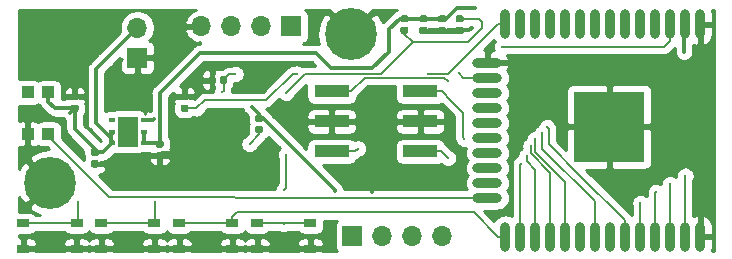
<source format=gbr>
G04 #@! TF.GenerationSoftware,KiCad,Pcbnew,5.1.5-52549c5~84~ubuntu18.04.1*
G04 #@! TF.CreationDate,2019-11-22T10:47:09+01:00*
G04 #@! TF.ProjectId,roboy_sno,726f626f-795f-4736-9e6f-2e6b69636164,rev?*
G04 #@! TF.SameCoordinates,Original*
G04 #@! TF.FileFunction,Copper,L1,Top*
G04 #@! TF.FilePolarity,Positive*
%FSLAX46Y46*%
G04 Gerber Fmt 4.6, Leading zero omitted, Abs format (unit mm)*
G04 Created by KiCad (PCBNEW 5.1.5-52549c5~84~ubuntu18.04.1) date 2019-11-22 10:47:09*
%MOMM*%
%LPD*%
G04 APERTURE LIST*
%ADD10R,1.000000X1.000000*%
%ADD11O,0.900000X2.500000*%
%ADD12O,2.500000X0.900000*%
%ADD13R,6.000000X6.000000*%
%ADD14O,1.700000X1.700000*%
%ADD15R,1.700000X1.700000*%
%ADD16C,0.100000*%
%ADD17R,0.630000X0.450000*%
%ADD18R,1.700000X2.600000*%
%ADD19R,1.000000X0.700000*%
%ADD20R,3.000000X1.000000*%
%ADD21C,4.400000*%
%ADD22C,0.301000*%
%ADD23C,0.300000*%
%ADD24C,0.152400*%
%ADD25C,0.254000*%
G04 APERTURE END LIST*
D10*
X83175000Y-127350000D03*
X81425000Y-127350000D03*
X83175000Y-130850000D03*
X81425000Y-130850000D03*
D11*
X138346000Y-139556000D03*
X137076000Y-139556000D03*
X135806000Y-139556000D03*
X134536000Y-139556000D03*
X133266000Y-139556000D03*
X131996000Y-139556000D03*
X130726000Y-139556000D03*
X129456000Y-139556000D03*
X128186000Y-139556000D03*
X126916000Y-139556000D03*
X125646000Y-139556000D03*
X124376000Y-139556000D03*
X123106000Y-139556000D03*
X121836000Y-139556000D03*
D12*
X120346000Y-136271000D03*
X120346000Y-135001000D03*
X120346000Y-133731000D03*
X120346000Y-132461000D03*
X120346000Y-131191000D03*
X120346000Y-129921000D03*
X120346000Y-128651000D03*
X120346000Y-127381000D03*
X120346000Y-126111000D03*
X120346000Y-124841000D03*
D11*
X121836000Y-121556000D03*
X123106000Y-121556000D03*
X124376000Y-121556000D03*
X125646000Y-121556000D03*
X126916000Y-121556000D03*
X128186000Y-121556000D03*
X129456000Y-121556000D03*
X130726000Y-121556000D03*
X131996000Y-121556000D03*
X133266000Y-121556000D03*
X134536000Y-121556000D03*
X135806000Y-121556000D03*
X137076000Y-121556000D03*
X138346000Y-121556000D03*
D13*
X130646000Y-130256000D03*
D14*
X90700000Y-121860000D03*
D15*
X90700000Y-124400000D03*
G04 #@! TA.AperFunction,SMDPad,CuDef*
D16*
G36*
X118186958Y-120820710D02*
G01*
X118201276Y-120822834D01*
X118215317Y-120826351D01*
X118228946Y-120831228D01*
X118242031Y-120837417D01*
X118254447Y-120844858D01*
X118266073Y-120853481D01*
X118276798Y-120863202D01*
X118286519Y-120873927D01*
X118295142Y-120885553D01*
X118302583Y-120897969D01*
X118308772Y-120911054D01*
X118313649Y-120924683D01*
X118317166Y-120938724D01*
X118319290Y-120953042D01*
X118320000Y-120967500D01*
X118320000Y-121262500D01*
X118319290Y-121276958D01*
X118317166Y-121291276D01*
X118313649Y-121305317D01*
X118308772Y-121318946D01*
X118302583Y-121332031D01*
X118295142Y-121344447D01*
X118286519Y-121356073D01*
X118276798Y-121366798D01*
X118266073Y-121376519D01*
X118254447Y-121385142D01*
X118242031Y-121392583D01*
X118228946Y-121398772D01*
X118215317Y-121403649D01*
X118201276Y-121407166D01*
X118186958Y-121409290D01*
X118172500Y-121410000D01*
X117827500Y-121410000D01*
X117813042Y-121409290D01*
X117798724Y-121407166D01*
X117784683Y-121403649D01*
X117771054Y-121398772D01*
X117757969Y-121392583D01*
X117745553Y-121385142D01*
X117733927Y-121376519D01*
X117723202Y-121366798D01*
X117713481Y-121356073D01*
X117704858Y-121344447D01*
X117697417Y-121332031D01*
X117691228Y-121318946D01*
X117686351Y-121305317D01*
X117682834Y-121291276D01*
X117680710Y-121276958D01*
X117680000Y-121262500D01*
X117680000Y-120967500D01*
X117680710Y-120953042D01*
X117682834Y-120938724D01*
X117686351Y-120924683D01*
X117691228Y-120911054D01*
X117697417Y-120897969D01*
X117704858Y-120885553D01*
X117713481Y-120873927D01*
X117723202Y-120863202D01*
X117733927Y-120853481D01*
X117745553Y-120844858D01*
X117757969Y-120837417D01*
X117771054Y-120831228D01*
X117784683Y-120826351D01*
X117798724Y-120822834D01*
X117813042Y-120820710D01*
X117827500Y-120820000D01*
X118172500Y-120820000D01*
X118186958Y-120820710D01*
G37*
G04 #@! TD.AperFunction*
G04 #@! TA.AperFunction,SMDPad,CuDef*
G36*
X118186958Y-121790710D02*
G01*
X118201276Y-121792834D01*
X118215317Y-121796351D01*
X118228946Y-121801228D01*
X118242031Y-121807417D01*
X118254447Y-121814858D01*
X118266073Y-121823481D01*
X118276798Y-121833202D01*
X118286519Y-121843927D01*
X118295142Y-121855553D01*
X118302583Y-121867969D01*
X118308772Y-121881054D01*
X118313649Y-121894683D01*
X118317166Y-121908724D01*
X118319290Y-121923042D01*
X118320000Y-121937500D01*
X118320000Y-122232500D01*
X118319290Y-122246958D01*
X118317166Y-122261276D01*
X118313649Y-122275317D01*
X118308772Y-122288946D01*
X118302583Y-122302031D01*
X118295142Y-122314447D01*
X118286519Y-122326073D01*
X118276798Y-122336798D01*
X118266073Y-122346519D01*
X118254447Y-122355142D01*
X118242031Y-122362583D01*
X118228946Y-122368772D01*
X118215317Y-122373649D01*
X118201276Y-122377166D01*
X118186958Y-122379290D01*
X118172500Y-122380000D01*
X117827500Y-122380000D01*
X117813042Y-122379290D01*
X117798724Y-122377166D01*
X117784683Y-122373649D01*
X117771054Y-122368772D01*
X117757969Y-122362583D01*
X117745553Y-122355142D01*
X117733927Y-122346519D01*
X117723202Y-122336798D01*
X117713481Y-122326073D01*
X117704858Y-122314447D01*
X117697417Y-122302031D01*
X117691228Y-122288946D01*
X117686351Y-122275317D01*
X117682834Y-122261276D01*
X117680710Y-122246958D01*
X117680000Y-122232500D01*
X117680000Y-121937500D01*
X117680710Y-121923042D01*
X117682834Y-121908724D01*
X117686351Y-121894683D01*
X117691228Y-121881054D01*
X117697417Y-121867969D01*
X117704858Y-121855553D01*
X117713481Y-121843927D01*
X117723202Y-121833202D01*
X117733927Y-121823481D01*
X117745553Y-121814858D01*
X117757969Y-121807417D01*
X117771054Y-121801228D01*
X117784683Y-121796351D01*
X117798724Y-121792834D01*
X117813042Y-121790710D01*
X117827500Y-121790000D01*
X118172500Y-121790000D01*
X118186958Y-121790710D01*
G37*
G04 #@! TD.AperFunction*
G04 #@! TA.AperFunction,SMDPad,CuDef*
G36*
X92786958Y-132390710D02*
G01*
X92801276Y-132392834D01*
X92815317Y-132396351D01*
X92828946Y-132401228D01*
X92842031Y-132407417D01*
X92854447Y-132414858D01*
X92866073Y-132423481D01*
X92876798Y-132433202D01*
X92886519Y-132443927D01*
X92895142Y-132455553D01*
X92902583Y-132467969D01*
X92908772Y-132481054D01*
X92913649Y-132494683D01*
X92917166Y-132508724D01*
X92919290Y-132523042D01*
X92920000Y-132537500D01*
X92920000Y-132832500D01*
X92919290Y-132846958D01*
X92917166Y-132861276D01*
X92913649Y-132875317D01*
X92908772Y-132888946D01*
X92902583Y-132902031D01*
X92895142Y-132914447D01*
X92886519Y-132926073D01*
X92876798Y-132936798D01*
X92866073Y-132946519D01*
X92854447Y-132955142D01*
X92842031Y-132962583D01*
X92828946Y-132968772D01*
X92815317Y-132973649D01*
X92801276Y-132977166D01*
X92786958Y-132979290D01*
X92772500Y-132980000D01*
X92427500Y-132980000D01*
X92413042Y-132979290D01*
X92398724Y-132977166D01*
X92384683Y-132973649D01*
X92371054Y-132968772D01*
X92357969Y-132962583D01*
X92345553Y-132955142D01*
X92333927Y-132946519D01*
X92323202Y-132936798D01*
X92313481Y-132926073D01*
X92304858Y-132914447D01*
X92297417Y-132902031D01*
X92291228Y-132888946D01*
X92286351Y-132875317D01*
X92282834Y-132861276D01*
X92280710Y-132846958D01*
X92280000Y-132832500D01*
X92280000Y-132537500D01*
X92280710Y-132523042D01*
X92282834Y-132508724D01*
X92286351Y-132494683D01*
X92291228Y-132481054D01*
X92297417Y-132467969D01*
X92304858Y-132455553D01*
X92313481Y-132443927D01*
X92323202Y-132433202D01*
X92333927Y-132423481D01*
X92345553Y-132414858D01*
X92357969Y-132407417D01*
X92371054Y-132401228D01*
X92384683Y-132396351D01*
X92398724Y-132392834D01*
X92413042Y-132390710D01*
X92427500Y-132390000D01*
X92772500Y-132390000D01*
X92786958Y-132390710D01*
G37*
G04 #@! TD.AperFunction*
G04 #@! TA.AperFunction,SMDPad,CuDef*
G36*
X92786958Y-131420710D02*
G01*
X92801276Y-131422834D01*
X92815317Y-131426351D01*
X92828946Y-131431228D01*
X92842031Y-131437417D01*
X92854447Y-131444858D01*
X92866073Y-131453481D01*
X92876798Y-131463202D01*
X92886519Y-131473927D01*
X92895142Y-131485553D01*
X92902583Y-131497969D01*
X92908772Y-131511054D01*
X92913649Y-131524683D01*
X92917166Y-131538724D01*
X92919290Y-131553042D01*
X92920000Y-131567500D01*
X92920000Y-131862500D01*
X92919290Y-131876958D01*
X92917166Y-131891276D01*
X92913649Y-131905317D01*
X92908772Y-131918946D01*
X92902583Y-131932031D01*
X92895142Y-131944447D01*
X92886519Y-131956073D01*
X92876798Y-131966798D01*
X92866073Y-131976519D01*
X92854447Y-131985142D01*
X92842031Y-131992583D01*
X92828946Y-131998772D01*
X92815317Y-132003649D01*
X92801276Y-132007166D01*
X92786958Y-132009290D01*
X92772500Y-132010000D01*
X92427500Y-132010000D01*
X92413042Y-132009290D01*
X92398724Y-132007166D01*
X92384683Y-132003649D01*
X92371054Y-131998772D01*
X92357969Y-131992583D01*
X92345553Y-131985142D01*
X92333927Y-131976519D01*
X92323202Y-131966798D01*
X92313481Y-131956073D01*
X92304858Y-131944447D01*
X92297417Y-131932031D01*
X92291228Y-131918946D01*
X92286351Y-131905317D01*
X92282834Y-131891276D01*
X92280710Y-131876958D01*
X92280000Y-131862500D01*
X92280000Y-131567500D01*
X92280710Y-131553042D01*
X92282834Y-131538724D01*
X92286351Y-131524683D01*
X92291228Y-131511054D01*
X92297417Y-131497969D01*
X92304858Y-131485553D01*
X92313481Y-131473927D01*
X92323202Y-131463202D01*
X92333927Y-131453481D01*
X92345553Y-131444858D01*
X92357969Y-131437417D01*
X92371054Y-131431228D01*
X92384683Y-131426351D01*
X92398724Y-131422834D01*
X92413042Y-131420710D01*
X92427500Y-131420000D01*
X92772500Y-131420000D01*
X92786958Y-131420710D01*
G37*
G04 #@! TD.AperFunction*
G04 #@! TA.AperFunction,SMDPad,CuDef*
G36*
X87286958Y-133090710D02*
G01*
X87301276Y-133092834D01*
X87315317Y-133096351D01*
X87328946Y-133101228D01*
X87342031Y-133107417D01*
X87354447Y-133114858D01*
X87366073Y-133123481D01*
X87376798Y-133133202D01*
X87386519Y-133143927D01*
X87395142Y-133155553D01*
X87402583Y-133167969D01*
X87408772Y-133181054D01*
X87413649Y-133194683D01*
X87417166Y-133208724D01*
X87419290Y-133223042D01*
X87420000Y-133237500D01*
X87420000Y-133532500D01*
X87419290Y-133546958D01*
X87417166Y-133561276D01*
X87413649Y-133575317D01*
X87408772Y-133588946D01*
X87402583Y-133602031D01*
X87395142Y-133614447D01*
X87386519Y-133626073D01*
X87376798Y-133636798D01*
X87366073Y-133646519D01*
X87354447Y-133655142D01*
X87342031Y-133662583D01*
X87328946Y-133668772D01*
X87315317Y-133673649D01*
X87301276Y-133677166D01*
X87286958Y-133679290D01*
X87272500Y-133680000D01*
X86927500Y-133680000D01*
X86913042Y-133679290D01*
X86898724Y-133677166D01*
X86884683Y-133673649D01*
X86871054Y-133668772D01*
X86857969Y-133662583D01*
X86845553Y-133655142D01*
X86833927Y-133646519D01*
X86823202Y-133636798D01*
X86813481Y-133626073D01*
X86804858Y-133614447D01*
X86797417Y-133602031D01*
X86791228Y-133588946D01*
X86786351Y-133575317D01*
X86782834Y-133561276D01*
X86780710Y-133546958D01*
X86780000Y-133532500D01*
X86780000Y-133237500D01*
X86780710Y-133223042D01*
X86782834Y-133208724D01*
X86786351Y-133194683D01*
X86791228Y-133181054D01*
X86797417Y-133167969D01*
X86804858Y-133155553D01*
X86813481Y-133143927D01*
X86823202Y-133133202D01*
X86833927Y-133123481D01*
X86845553Y-133114858D01*
X86857969Y-133107417D01*
X86871054Y-133101228D01*
X86884683Y-133096351D01*
X86898724Y-133092834D01*
X86913042Y-133090710D01*
X86927500Y-133090000D01*
X87272500Y-133090000D01*
X87286958Y-133090710D01*
G37*
G04 #@! TD.AperFunction*
G04 #@! TA.AperFunction,SMDPad,CuDef*
G36*
X87286958Y-132120710D02*
G01*
X87301276Y-132122834D01*
X87315317Y-132126351D01*
X87328946Y-132131228D01*
X87342031Y-132137417D01*
X87354447Y-132144858D01*
X87366073Y-132153481D01*
X87376798Y-132163202D01*
X87386519Y-132173927D01*
X87395142Y-132185553D01*
X87402583Y-132197969D01*
X87408772Y-132211054D01*
X87413649Y-132224683D01*
X87417166Y-132238724D01*
X87419290Y-132253042D01*
X87420000Y-132267500D01*
X87420000Y-132562500D01*
X87419290Y-132576958D01*
X87417166Y-132591276D01*
X87413649Y-132605317D01*
X87408772Y-132618946D01*
X87402583Y-132632031D01*
X87395142Y-132644447D01*
X87386519Y-132656073D01*
X87376798Y-132666798D01*
X87366073Y-132676519D01*
X87354447Y-132685142D01*
X87342031Y-132692583D01*
X87328946Y-132698772D01*
X87315317Y-132703649D01*
X87301276Y-132707166D01*
X87286958Y-132709290D01*
X87272500Y-132710000D01*
X86927500Y-132710000D01*
X86913042Y-132709290D01*
X86898724Y-132707166D01*
X86884683Y-132703649D01*
X86871054Y-132698772D01*
X86857969Y-132692583D01*
X86845553Y-132685142D01*
X86833927Y-132676519D01*
X86823202Y-132666798D01*
X86813481Y-132656073D01*
X86804858Y-132644447D01*
X86797417Y-132632031D01*
X86791228Y-132618946D01*
X86786351Y-132605317D01*
X86782834Y-132591276D01*
X86780710Y-132576958D01*
X86780000Y-132562500D01*
X86780000Y-132267500D01*
X86780710Y-132253042D01*
X86782834Y-132238724D01*
X86786351Y-132224683D01*
X86791228Y-132211054D01*
X86797417Y-132197969D01*
X86804858Y-132185553D01*
X86813481Y-132173927D01*
X86823202Y-132163202D01*
X86833927Y-132153481D01*
X86845553Y-132144858D01*
X86857969Y-132137417D01*
X86871054Y-132131228D01*
X86884683Y-132126351D01*
X86898724Y-132122834D01*
X86913042Y-132120710D01*
X86927500Y-132120000D01*
X87272500Y-132120000D01*
X87286958Y-132120710D01*
G37*
G04 #@! TD.AperFunction*
G04 #@! TA.AperFunction,SMDPad,CuDef*
G36*
X115086958Y-120820710D02*
G01*
X115101276Y-120822834D01*
X115115317Y-120826351D01*
X115128946Y-120831228D01*
X115142031Y-120837417D01*
X115154447Y-120844858D01*
X115166073Y-120853481D01*
X115176798Y-120863202D01*
X115186519Y-120873927D01*
X115195142Y-120885553D01*
X115202583Y-120897969D01*
X115208772Y-120911054D01*
X115213649Y-120924683D01*
X115217166Y-120938724D01*
X115219290Y-120953042D01*
X115220000Y-120967500D01*
X115220000Y-121262500D01*
X115219290Y-121276958D01*
X115217166Y-121291276D01*
X115213649Y-121305317D01*
X115208772Y-121318946D01*
X115202583Y-121332031D01*
X115195142Y-121344447D01*
X115186519Y-121356073D01*
X115176798Y-121366798D01*
X115166073Y-121376519D01*
X115154447Y-121385142D01*
X115142031Y-121392583D01*
X115128946Y-121398772D01*
X115115317Y-121403649D01*
X115101276Y-121407166D01*
X115086958Y-121409290D01*
X115072500Y-121410000D01*
X114727500Y-121410000D01*
X114713042Y-121409290D01*
X114698724Y-121407166D01*
X114684683Y-121403649D01*
X114671054Y-121398772D01*
X114657969Y-121392583D01*
X114645553Y-121385142D01*
X114633927Y-121376519D01*
X114623202Y-121366798D01*
X114613481Y-121356073D01*
X114604858Y-121344447D01*
X114597417Y-121332031D01*
X114591228Y-121318946D01*
X114586351Y-121305317D01*
X114582834Y-121291276D01*
X114580710Y-121276958D01*
X114580000Y-121262500D01*
X114580000Y-120967500D01*
X114580710Y-120953042D01*
X114582834Y-120938724D01*
X114586351Y-120924683D01*
X114591228Y-120911054D01*
X114597417Y-120897969D01*
X114604858Y-120885553D01*
X114613481Y-120873927D01*
X114623202Y-120863202D01*
X114633927Y-120853481D01*
X114645553Y-120844858D01*
X114657969Y-120837417D01*
X114671054Y-120831228D01*
X114684683Y-120826351D01*
X114698724Y-120822834D01*
X114713042Y-120820710D01*
X114727500Y-120820000D01*
X115072500Y-120820000D01*
X115086958Y-120820710D01*
G37*
G04 #@! TD.AperFunction*
G04 #@! TA.AperFunction,SMDPad,CuDef*
G36*
X115086958Y-121790710D02*
G01*
X115101276Y-121792834D01*
X115115317Y-121796351D01*
X115128946Y-121801228D01*
X115142031Y-121807417D01*
X115154447Y-121814858D01*
X115166073Y-121823481D01*
X115176798Y-121833202D01*
X115186519Y-121843927D01*
X115195142Y-121855553D01*
X115202583Y-121867969D01*
X115208772Y-121881054D01*
X115213649Y-121894683D01*
X115217166Y-121908724D01*
X115219290Y-121923042D01*
X115220000Y-121937500D01*
X115220000Y-122232500D01*
X115219290Y-122246958D01*
X115217166Y-122261276D01*
X115213649Y-122275317D01*
X115208772Y-122288946D01*
X115202583Y-122302031D01*
X115195142Y-122314447D01*
X115186519Y-122326073D01*
X115176798Y-122336798D01*
X115166073Y-122346519D01*
X115154447Y-122355142D01*
X115142031Y-122362583D01*
X115128946Y-122368772D01*
X115115317Y-122373649D01*
X115101276Y-122377166D01*
X115086958Y-122379290D01*
X115072500Y-122380000D01*
X114727500Y-122380000D01*
X114713042Y-122379290D01*
X114698724Y-122377166D01*
X114684683Y-122373649D01*
X114671054Y-122368772D01*
X114657969Y-122362583D01*
X114645553Y-122355142D01*
X114633927Y-122346519D01*
X114623202Y-122336798D01*
X114613481Y-122326073D01*
X114604858Y-122314447D01*
X114597417Y-122302031D01*
X114591228Y-122288946D01*
X114586351Y-122275317D01*
X114582834Y-122261276D01*
X114580710Y-122246958D01*
X114580000Y-122232500D01*
X114580000Y-121937500D01*
X114580710Y-121923042D01*
X114582834Y-121908724D01*
X114586351Y-121894683D01*
X114591228Y-121881054D01*
X114597417Y-121867969D01*
X114604858Y-121855553D01*
X114613481Y-121843927D01*
X114623202Y-121833202D01*
X114633927Y-121823481D01*
X114645553Y-121814858D01*
X114657969Y-121807417D01*
X114671054Y-121801228D01*
X114684683Y-121796351D01*
X114698724Y-121792834D01*
X114713042Y-121790710D01*
X114727500Y-121790000D01*
X115072500Y-121790000D01*
X115086958Y-121790710D01*
G37*
G04 #@! TD.AperFunction*
G04 #@! TA.AperFunction,SMDPad,CuDef*
G36*
X116686958Y-120820710D02*
G01*
X116701276Y-120822834D01*
X116715317Y-120826351D01*
X116728946Y-120831228D01*
X116742031Y-120837417D01*
X116754447Y-120844858D01*
X116766073Y-120853481D01*
X116776798Y-120863202D01*
X116786519Y-120873927D01*
X116795142Y-120885553D01*
X116802583Y-120897969D01*
X116808772Y-120911054D01*
X116813649Y-120924683D01*
X116817166Y-120938724D01*
X116819290Y-120953042D01*
X116820000Y-120967500D01*
X116820000Y-121262500D01*
X116819290Y-121276958D01*
X116817166Y-121291276D01*
X116813649Y-121305317D01*
X116808772Y-121318946D01*
X116802583Y-121332031D01*
X116795142Y-121344447D01*
X116786519Y-121356073D01*
X116776798Y-121366798D01*
X116766073Y-121376519D01*
X116754447Y-121385142D01*
X116742031Y-121392583D01*
X116728946Y-121398772D01*
X116715317Y-121403649D01*
X116701276Y-121407166D01*
X116686958Y-121409290D01*
X116672500Y-121410000D01*
X116327500Y-121410000D01*
X116313042Y-121409290D01*
X116298724Y-121407166D01*
X116284683Y-121403649D01*
X116271054Y-121398772D01*
X116257969Y-121392583D01*
X116245553Y-121385142D01*
X116233927Y-121376519D01*
X116223202Y-121366798D01*
X116213481Y-121356073D01*
X116204858Y-121344447D01*
X116197417Y-121332031D01*
X116191228Y-121318946D01*
X116186351Y-121305317D01*
X116182834Y-121291276D01*
X116180710Y-121276958D01*
X116180000Y-121262500D01*
X116180000Y-120967500D01*
X116180710Y-120953042D01*
X116182834Y-120938724D01*
X116186351Y-120924683D01*
X116191228Y-120911054D01*
X116197417Y-120897969D01*
X116204858Y-120885553D01*
X116213481Y-120873927D01*
X116223202Y-120863202D01*
X116233927Y-120853481D01*
X116245553Y-120844858D01*
X116257969Y-120837417D01*
X116271054Y-120831228D01*
X116284683Y-120826351D01*
X116298724Y-120822834D01*
X116313042Y-120820710D01*
X116327500Y-120820000D01*
X116672500Y-120820000D01*
X116686958Y-120820710D01*
G37*
G04 #@! TD.AperFunction*
G04 #@! TA.AperFunction,SMDPad,CuDef*
G36*
X116686958Y-121790710D02*
G01*
X116701276Y-121792834D01*
X116715317Y-121796351D01*
X116728946Y-121801228D01*
X116742031Y-121807417D01*
X116754447Y-121814858D01*
X116766073Y-121823481D01*
X116776798Y-121833202D01*
X116786519Y-121843927D01*
X116795142Y-121855553D01*
X116802583Y-121867969D01*
X116808772Y-121881054D01*
X116813649Y-121894683D01*
X116817166Y-121908724D01*
X116819290Y-121923042D01*
X116820000Y-121937500D01*
X116820000Y-122232500D01*
X116819290Y-122246958D01*
X116817166Y-122261276D01*
X116813649Y-122275317D01*
X116808772Y-122288946D01*
X116802583Y-122302031D01*
X116795142Y-122314447D01*
X116786519Y-122326073D01*
X116776798Y-122336798D01*
X116766073Y-122346519D01*
X116754447Y-122355142D01*
X116742031Y-122362583D01*
X116728946Y-122368772D01*
X116715317Y-122373649D01*
X116701276Y-122377166D01*
X116686958Y-122379290D01*
X116672500Y-122380000D01*
X116327500Y-122380000D01*
X116313042Y-122379290D01*
X116298724Y-122377166D01*
X116284683Y-122373649D01*
X116271054Y-122368772D01*
X116257969Y-122362583D01*
X116245553Y-122355142D01*
X116233927Y-122346519D01*
X116223202Y-122336798D01*
X116213481Y-122326073D01*
X116204858Y-122314447D01*
X116197417Y-122302031D01*
X116191228Y-122288946D01*
X116186351Y-122275317D01*
X116182834Y-122261276D01*
X116180710Y-122246958D01*
X116180000Y-122232500D01*
X116180000Y-121937500D01*
X116180710Y-121923042D01*
X116182834Y-121908724D01*
X116186351Y-121894683D01*
X116191228Y-121881054D01*
X116197417Y-121867969D01*
X116204858Y-121855553D01*
X116213481Y-121843927D01*
X116223202Y-121833202D01*
X116233927Y-121823481D01*
X116245553Y-121814858D01*
X116257969Y-121807417D01*
X116271054Y-121801228D01*
X116284683Y-121796351D01*
X116298724Y-121792834D01*
X116313042Y-121790710D01*
X116327500Y-121790000D01*
X116672500Y-121790000D01*
X116686958Y-121790710D01*
G37*
G04 #@! TD.AperFunction*
G04 #@! TA.AperFunction,SMDPad,CuDef*
G36*
X85586958Y-127420710D02*
G01*
X85601276Y-127422834D01*
X85615317Y-127426351D01*
X85628946Y-127431228D01*
X85642031Y-127437417D01*
X85654447Y-127444858D01*
X85666073Y-127453481D01*
X85676798Y-127463202D01*
X85686519Y-127473927D01*
X85695142Y-127485553D01*
X85702583Y-127497969D01*
X85708772Y-127511054D01*
X85713649Y-127524683D01*
X85717166Y-127538724D01*
X85719290Y-127553042D01*
X85720000Y-127567500D01*
X85720000Y-127862500D01*
X85719290Y-127876958D01*
X85717166Y-127891276D01*
X85713649Y-127905317D01*
X85708772Y-127918946D01*
X85702583Y-127932031D01*
X85695142Y-127944447D01*
X85686519Y-127956073D01*
X85676798Y-127966798D01*
X85666073Y-127976519D01*
X85654447Y-127985142D01*
X85642031Y-127992583D01*
X85628946Y-127998772D01*
X85615317Y-128003649D01*
X85601276Y-128007166D01*
X85586958Y-128009290D01*
X85572500Y-128010000D01*
X85227500Y-128010000D01*
X85213042Y-128009290D01*
X85198724Y-128007166D01*
X85184683Y-128003649D01*
X85171054Y-127998772D01*
X85157969Y-127992583D01*
X85145553Y-127985142D01*
X85133927Y-127976519D01*
X85123202Y-127966798D01*
X85113481Y-127956073D01*
X85104858Y-127944447D01*
X85097417Y-127932031D01*
X85091228Y-127918946D01*
X85086351Y-127905317D01*
X85082834Y-127891276D01*
X85080710Y-127876958D01*
X85080000Y-127862500D01*
X85080000Y-127567500D01*
X85080710Y-127553042D01*
X85082834Y-127538724D01*
X85086351Y-127524683D01*
X85091228Y-127511054D01*
X85097417Y-127497969D01*
X85104858Y-127485553D01*
X85113481Y-127473927D01*
X85123202Y-127463202D01*
X85133927Y-127453481D01*
X85145553Y-127444858D01*
X85157969Y-127437417D01*
X85171054Y-127431228D01*
X85184683Y-127426351D01*
X85198724Y-127422834D01*
X85213042Y-127420710D01*
X85227500Y-127420000D01*
X85572500Y-127420000D01*
X85586958Y-127420710D01*
G37*
G04 #@! TD.AperFunction*
G04 #@! TA.AperFunction,SMDPad,CuDef*
G36*
X85586958Y-128390710D02*
G01*
X85601276Y-128392834D01*
X85615317Y-128396351D01*
X85628946Y-128401228D01*
X85642031Y-128407417D01*
X85654447Y-128414858D01*
X85666073Y-128423481D01*
X85676798Y-128433202D01*
X85686519Y-128443927D01*
X85695142Y-128455553D01*
X85702583Y-128467969D01*
X85708772Y-128481054D01*
X85713649Y-128494683D01*
X85717166Y-128508724D01*
X85719290Y-128523042D01*
X85720000Y-128537500D01*
X85720000Y-128832500D01*
X85719290Y-128846958D01*
X85717166Y-128861276D01*
X85713649Y-128875317D01*
X85708772Y-128888946D01*
X85702583Y-128902031D01*
X85695142Y-128914447D01*
X85686519Y-128926073D01*
X85676798Y-128936798D01*
X85666073Y-128946519D01*
X85654447Y-128955142D01*
X85642031Y-128962583D01*
X85628946Y-128968772D01*
X85615317Y-128973649D01*
X85601276Y-128977166D01*
X85586958Y-128979290D01*
X85572500Y-128980000D01*
X85227500Y-128980000D01*
X85213042Y-128979290D01*
X85198724Y-128977166D01*
X85184683Y-128973649D01*
X85171054Y-128968772D01*
X85157969Y-128962583D01*
X85145553Y-128955142D01*
X85133927Y-128946519D01*
X85123202Y-128936798D01*
X85113481Y-128926073D01*
X85104858Y-128914447D01*
X85097417Y-128902031D01*
X85091228Y-128888946D01*
X85086351Y-128875317D01*
X85082834Y-128861276D01*
X85080710Y-128846958D01*
X85080000Y-128832500D01*
X85080000Y-128537500D01*
X85080710Y-128523042D01*
X85082834Y-128508724D01*
X85086351Y-128494683D01*
X85091228Y-128481054D01*
X85097417Y-128467969D01*
X85104858Y-128455553D01*
X85113481Y-128443927D01*
X85123202Y-128433202D01*
X85133927Y-128423481D01*
X85145553Y-128414858D01*
X85157969Y-128407417D01*
X85171054Y-128401228D01*
X85184683Y-128396351D01*
X85198724Y-128392834D01*
X85213042Y-128390710D01*
X85227500Y-128390000D01*
X85572500Y-128390000D01*
X85586958Y-128390710D01*
G37*
G04 #@! TD.AperFunction*
D15*
X103750000Y-121750000D03*
D14*
X101210000Y-121750000D03*
X98670000Y-121750000D03*
X96130000Y-121750000D03*
G04 #@! TA.AperFunction,SMDPad,CuDef*
D16*
G36*
X113486958Y-120820710D02*
G01*
X113501276Y-120822834D01*
X113515317Y-120826351D01*
X113528946Y-120831228D01*
X113542031Y-120837417D01*
X113554447Y-120844858D01*
X113566073Y-120853481D01*
X113576798Y-120863202D01*
X113586519Y-120873927D01*
X113595142Y-120885553D01*
X113602583Y-120897969D01*
X113608772Y-120911054D01*
X113613649Y-120924683D01*
X113617166Y-120938724D01*
X113619290Y-120953042D01*
X113620000Y-120967500D01*
X113620000Y-121262500D01*
X113619290Y-121276958D01*
X113617166Y-121291276D01*
X113613649Y-121305317D01*
X113608772Y-121318946D01*
X113602583Y-121332031D01*
X113595142Y-121344447D01*
X113586519Y-121356073D01*
X113576798Y-121366798D01*
X113566073Y-121376519D01*
X113554447Y-121385142D01*
X113542031Y-121392583D01*
X113528946Y-121398772D01*
X113515317Y-121403649D01*
X113501276Y-121407166D01*
X113486958Y-121409290D01*
X113472500Y-121410000D01*
X113127500Y-121410000D01*
X113113042Y-121409290D01*
X113098724Y-121407166D01*
X113084683Y-121403649D01*
X113071054Y-121398772D01*
X113057969Y-121392583D01*
X113045553Y-121385142D01*
X113033927Y-121376519D01*
X113023202Y-121366798D01*
X113013481Y-121356073D01*
X113004858Y-121344447D01*
X112997417Y-121332031D01*
X112991228Y-121318946D01*
X112986351Y-121305317D01*
X112982834Y-121291276D01*
X112980710Y-121276958D01*
X112980000Y-121262500D01*
X112980000Y-120967500D01*
X112980710Y-120953042D01*
X112982834Y-120938724D01*
X112986351Y-120924683D01*
X112991228Y-120911054D01*
X112997417Y-120897969D01*
X113004858Y-120885553D01*
X113013481Y-120873927D01*
X113023202Y-120863202D01*
X113033927Y-120853481D01*
X113045553Y-120844858D01*
X113057969Y-120837417D01*
X113071054Y-120831228D01*
X113084683Y-120826351D01*
X113098724Y-120822834D01*
X113113042Y-120820710D01*
X113127500Y-120820000D01*
X113472500Y-120820000D01*
X113486958Y-120820710D01*
G37*
G04 #@! TD.AperFunction*
G04 #@! TA.AperFunction,SMDPad,CuDef*
G36*
X113486958Y-121790710D02*
G01*
X113501276Y-121792834D01*
X113515317Y-121796351D01*
X113528946Y-121801228D01*
X113542031Y-121807417D01*
X113554447Y-121814858D01*
X113566073Y-121823481D01*
X113576798Y-121833202D01*
X113586519Y-121843927D01*
X113595142Y-121855553D01*
X113602583Y-121867969D01*
X113608772Y-121881054D01*
X113613649Y-121894683D01*
X113617166Y-121908724D01*
X113619290Y-121923042D01*
X113620000Y-121937500D01*
X113620000Y-122232500D01*
X113619290Y-122246958D01*
X113617166Y-122261276D01*
X113613649Y-122275317D01*
X113608772Y-122288946D01*
X113602583Y-122302031D01*
X113595142Y-122314447D01*
X113586519Y-122326073D01*
X113576798Y-122336798D01*
X113566073Y-122346519D01*
X113554447Y-122355142D01*
X113542031Y-122362583D01*
X113528946Y-122368772D01*
X113515317Y-122373649D01*
X113501276Y-122377166D01*
X113486958Y-122379290D01*
X113472500Y-122380000D01*
X113127500Y-122380000D01*
X113113042Y-122379290D01*
X113098724Y-122377166D01*
X113084683Y-122373649D01*
X113071054Y-122368772D01*
X113057969Y-122362583D01*
X113045553Y-122355142D01*
X113033927Y-122346519D01*
X113023202Y-122336798D01*
X113013481Y-122326073D01*
X113004858Y-122314447D01*
X112997417Y-122302031D01*
X112991228Y-122288946D01*
X112986351Y-122275317D01*
X112982834Y-122261276D01*
X112980710Y-122246958D01*
X112980000Y-122232500D01*
X112980000Y-121937500D01*
X112980710Y-121923042D01*
X112982834Y-121908724D01*
X112986351Y-121894683D01*
X112991228Y-121881054D01*
X112997417Y-121867969D01*
X113004858Y-121855553D01*
X113013481Y-121843927D01*
X113023202Y-121833202D01*
X113033927Y-121823481D01*
X113045553Y-121814858D01*
X113057969Y-121807417D01*
X113071054Y-121801228D01*
X113084683Y-121796351D01*
X113098724Y-121792834D01*
X113113042Y-121790710D01*
X113127500Y-121790000D01*
X113472500Y-121790000D01*
X113486958Y-121790710D01*
G37*
G04 #@! TD.AperFunction*
D17*
X91262000Y-131603400D03*
X91262000Y-130653400D03*
X91262000Y-129703400D03*
X88582000Y-129703400D03*
X88582000Y-130653400D03*
X88582000Y-131603400D03*
D18*
X89922000Y-130653400D03*
D15*
X108900000Y-139500000D03*
D14*
X111440000Y-139500000D03*
X113980000Y-139500000D03*
X116520000Y-139500000D03*
D19*
X105350000Y-140575000D03*
X100850000Y-140575000D03*
X100850000Y-138425000D03*
X105350000Y-138425000D03*
X98750000Y-138425000D03*
X94250000Y-138425000D03*
X94250000Y-140575000D03*
X98750000Y-140575000D03*
X92150000Y-138425000D03*
X87650000Y-138425000D03*
X87650000Y-140575000D03*
X92150000Y-140575000D03*
X85550000Y-140575000D03*
X81050000Y-140575000D03*
X81050000Y-138425000D03*
X85550000Y-138425000D03*
D20*
X114650000Y-132340000D03*
X107150000Y-127260000D03*
X107150000Y-129800000D03*
X107150000Y-132340000D03*
X114650000Y-127260000D03*
X114650000Y-129800000D03*
G04 #@! TA.AperFunction,SMDPad,CuDef*
D16*
G36*
X94886958Y-127420710D02*
G01*
X94901276Y-127422834D01*
X94915317Y-127426351D01*
X94928946Y-127431228D01*
X94942031Y-127437417D01*
X94954447Y-127444858D01*
X94966073Y-127453481D01*
X94976798Y-127463202D01*
X94986519Y-127473927D01*
X94995142Y-127485553D01*
X95002583Y-127497969D01*
X95008772Y-127511054D01*
X95013649Y-127524683D01*
X95017166Y-127538724D01*
X95019290Y-127553042D01*
X95020000Y-127567500D01*
X95020000Y-127862500D01*
X95019290Y-127876958D01*
X95017166Y-127891276D01*
X95013649Y-127905317D01*
X95008772Y-127918946D01*
X95002583Y-127932031D01*
X94995142Y-127944447D01*
X94986519Y-127956073D01*
X94976798Y-127966798D01*
X94966073Y-127976519D01*
X94954447Y-127985142D01*
X94942031Y-127992583D01*
X94928946Y-127998772D01*
X94915317Y-128003649D01*
X94901276Y-128007166D01*
X94886958Y-128009290D01*
X94872500Y-128010000D01*
X94527500Y-128010000D01*
X94513042Y-128009290D01*
X94498724Y-128007166D01*
X94484683Y-128003649D01*
X94471054Y-127998772D01*
X94457969Y-127992583D01*
X94445553Y-127985142D01*
X94433927Y-127976519D01*
X94423202Y-127966798D01*
X94413481Y-127956073D01*
X94404858Y-127944447D01*
X94397417Y-127932031D01*
X94391228Y-127918946D01*
X94386351Y-127905317D01*
X94382834Y-127891276D01*
X94380710Y-127876958D01*
X94380000Y-127862500D01*
X94380000Y-127567500D01*
X94380710Y-127553042D01*
X94382834Y-127538724D01*
X94386351Y-127524683D01*
X94391228Y-127511054D01*
X94397417Y-127497969D01*
X94404858Y-127485553D01*
X94413481Y-127473927D01*
X94423202Y-127463202D01*
X94433927Y-127453481D01*
X94445553Y-127444858D01*
X94457969Y-127437417D01*
X94471054Y-127431228D01*
X94484683Y-127426351D01*
X94498724Y-127422834D01*
X94513042Y-127420710D01*
X94527500Y-127420000D01*
X94872500Y-127420000D01*
X94886958Y-127420710D01*
G37*
G04 #@! TD.AperFunction*
G04 #@! TA.AperFunction,SMDPad,CuDef*
G36*
X94886958Y-128390710D02*
G01*
X94901276Y-128392834D01*
X94915317Y-128396351D01*
X94928946Y-128401228D01*
X94942031Y-128407417D01*
X94954447Y-128414858D01*
X94966073Y-128423481D01*
X94976798Y-128433202D01*
X94986519Y-128443927D01*
X94995142Y-128455553D01*
X95002583Y-128467969D01*
X95008772Y-128481054D01*
X95013649Y-128494683D01*
X95017166Y-128508724D01*
X95019290Y-128523042D01*
X95020000Y-128537500D01*
X95020000Y-128832500D01*
X95019290Y-128846958D01*
X95017166Y-128861276D01*
X95013649Y-128875317D01*
X95008772Y-128888946D01*
X95002583Y-128902031D01*
X94995142Y-128914447D01*
X94986519Y-128926073D01*
X94976798Y-128936798D01*
X94966073Y-128946519D01*
X94954447Y-128955142D01*
X94942031Y-128962583D01*
X94928946Y-128968772D01*
X94915317Y-128973649D01*
X94901276Y-128977166D01*
X94886958Y-128979290D01*
X94872500Y-128980000D01*
X94527500Y-128980000D01*
X94513042Y-128979290D01*
X94498724Y-128977166D01*
X94484683Y-128973649D01*
X94471054Y-128968772D01*
X94457969Y-128962583D01*
X94445553Y-128955142D01*
X94433927Y-128946519D01*
X94423202Y-128936798D01*
X94413481Y-128926073D01*
X94404858Y-128914447D01*
X94397417Y-128902031D01*
X94391228Y-128888946D01*
X94386351Y-128875317D01*
X94382834Y-128861276D01*
X94380710Y-128846958D01*
X94380000Y-128832500D01*
X94380000Y-128537500D01*
X94380710Y-128523042D01*
X94382834Y-128508724D01*
X94386351Y-128494683D01*
X94391228Y-128481054D01*
X94397417Y-128467969D01*
X94404858Y-128455553D01*
X94413481Y-128443927D01*
X94423202Y-128433202D01*
X94433927Y-128423481D01*
X94445553Y-128414858D01*
X94457969Y-128407417D01*
X94471054Y-128401228D01*
X94484683Y-128396351D01*
X94498724Y-128392834D01*
X94513042Y-128390710D01*
X94527500Y-128390000D01*
X94872500Y-128390000D01*
X94886958Y-128390710D01*
G37*
G04 #@! TD.AperFunction*
G04 #@! TA.AperFunction,SMDPad,CuDef*
G36*
X97191958Y-125980710D02*
G01*
X97206276Y-125982834D01*
X97220317Y-125986351D01*
X97233946Y-125991228D01*
X97247031Y-125997417D01*
X97259447Y-126004858D01*
X97271073Y-126013481D01*
X97281798Y-126023202D01*
X97291519Y-126033927D01*
X97300142Y-126045553D01*
X97307583Y-126057969D01*
X97313772Y-126071054D01*
X97318649Y-126084683D01*
X97322166Y-126098724D01*
X97324290Y-126113042D01*
X97325000Y-126127500D01*
X97325000Y-126472500D01*
X97324290Y-126486958D01*
X97322166Y-126501276D01*
X97318649Y-126515317D01*
X97313772Y-126528946D01*
X97307583Y-126542031D01*
X97300142Y-126554447D01*
X97291519Y-126566073D01*
X97281798Y-126576798D01*
X97271073Y-126586519D01*
X97259447Y-126595142D01*
X97247031Y-126602583D01*
X97233946Y-126608772D01*
X97220317Y-126613649D01*
X97206276Y-126617166D01*
X97191958Y-126619290D01*
X97177500Y-126620000D01*
X96882500Y-126620000D01*
X96868042Y-126619290D01*
X96853724Y-126617166D01*
X96839683Y-126613649D01*
X96826054Y-126608772D01*
X96812969Y-126602583D01*
X96800553Y-126595142D01*
X96788927Y-126586519D01*
X96778202Y-126576798D01*
X96768481Y-126566073D01*
X96759858Y-126554447D01*
X96752417Y-126542031D01*
X96746228Y-126528946D01*
X96741351Y-126515317D01*
X96737834Y-126501276D01*
X96735710Y-126486958D01*
X96735000Y-126472500D01*
X96735000Y-126127500D01*
X96735710Y-126113042D01*
X96737834Y-126098724D01*
X96741351Y-126084683D01*
X96746228Y-126071054D01*
X96752417Y-126057969D01*
X96759858Y-126045553D01*
X96768481Y-126033927D01*
X96778202Y-126023202D01*
X96788927Y-126013481D01*
X96800553Y-126004858D01*
X96812969Y-125997417D01*
X96826054Y-125991228D01*
X96839683Y-125986351D01*
X96853724Y-125982834D01*
X96868042Y-125980710D01*
X96882500Y-125980000D01*
X97177500Y-125980000D01*
X97191958Y-125980710D01*
G37*
G04 #@! TD.AperFunction*
G04 #@! TA.AperFunction,SMDPad,CuDef*
G36*
X98161958Y-125980710D02*
G01*
X98176276Y-125982834D01*
X98190317Y-125986351D01*
X98203946Y-125991228D01*
X98217031Y-125997417D01*
X98229447Y-126004858D01*
X98241073Y-126013481D01*
X98251798Y-126023202D01*
X98261519Y-126033927D01*
X98270142Y-126045553D01*
X98277583Y-126057969D01*
X98283772Y-126071054D01*
X98288649Y-126084683D01*
X98292166Y-126098724D01*
X98294290Y-126113042D01*
X98295000Y-126127500D01*
X98295000Y-126472500D01*
X98294290Y-126486958D01*
X98292166Y-126501276D01*
X98288649Y-126515317D01*
X98283772Y-126528946D01*
X98277583Y-126542031D01*
X98270142Y-126554447D01*
X98261519Y-126566073D01*
X98251798Y-126576798D01*
X98241073Y-126586519D01*
X98229447Y-126595142D01*
X98217031Y-126602583D01*
X98203946Y-126608772D01*
X98190317Y-126613649D01*
X98176276Y-126617166D01*
X98161958Y-126619290D01*
X98147500Y-126620000D01*
X97852500Y-126620000D01*
X97838042Y-126619290D01*
X97823724Y-126617166D01*
X97809683Y-126613649D01*
X97796054Y-126608772D01*
X97782969Y-126602583D01*
X97770553Y-126595142D01*
X97758927Y-126586519D01*
X97748202Y-126576798D01*
X97738481Y-126566073D01*
X97729858Y-126554447D01*
X97722417Y-126542031D01*
X97716228Y-126528946D01*
X97711351Y-126515317D01*
X97707834Y-126501276D01*
X97705710Y-126486958D01*
X97705000Y-126472500D01*
X97705000Y-126127500D01*
X97705710Y-126113042D01*
X97707834Y-126098724D01*
X97711351Y-126084683D01*
X97716228Y-126071054D01*
X97722417Y-126057969D01*
X97729858Y-126045553D01*
X97738481Y-126033927D01*
X97748202Y-126023202D01*
X97758927Y-126013481D01*
X97770553Y-126004858D01*
X97782969Y-125997417D01*
X97796054Y-125991228D01*
X97809683Y-125986351D01*
X97823724Y-125982834D01*
X97838042Y-125980710D01*
X97852500Y-125980000D01*
X98147500Y-125980000D01*
X98161958Y-125980710D01*
G37*
G04 #@! TD.AperFunction*
G04 #@! TA.AperFunction,SMDPad,CuDef*
G36*
X101186958Y-129220710D02*
G01*
X101201276Y-129222834D01*
X101215317Y-129226351D01*
X101228946Y-129231228D01*
X101242031Y-129237417D01*
X101254447Y-129244858D01*
X101266073Y-129253481D01*
X101276798Y-129263202D01*
X101286519Y-129273927D01*
X101295142Y-129285553D01*
X101302583Y-129297969D01*
X101308772Y-129311054D01*
X101313649Y-129324683D01*
X101317166Y-129338724D01*
X101319290Y-129353042D01*
X101320000Y-129367500D01*
X101320000Y-129662500D01*
X101319290Y-129676958D01*
X101317166Y-129691276D01*
X101313649Y-129705317D01*
X101308772Y-129718946D01*
X101302583Y-129732031D01*
X101295142Y-129744447D01*
X101286519Y-129756073D01*
X101276798Y-129766798D01*
X101266073Y-129776519D01*
X101254447Y-129785142D01*
X101242031Y-129792583D01*
X101228946Y-129798772D01*
X101215317Y-129803649D01*
X101201276Y-129807166D01*
X101186958Y-129809290D01*
X101172500Y-129810000D01*
X100827500Y-129810000D01*
X100813042Y-129809290D01*
X100798724Y-129807166D01*
X100784683Y-129803649D01*
X100771054Y-129798772D01*
X100757969Y-129792583D01*
X100745553Y-129785142D01*
X100733927Y-129776519D01*
X100723202Y-129766798D01*
X100713481Y-129756073D01*
X100704858Y-129744447D01*
X100697417Y-129732031D01*
X100691228Y-129718946D01*
X100686351Y-129705317D01*
X100682834Y-129691276D01*
X100680710Y-129676958D01*
X100680000Y-129662500D01*
X100680000Y-129367500D01*
X100680710Y-129353042D01*
X100682834Y-129338724D01*
X100686351Y-129324683D01*
X100691228Y-129311054D01*
X100697417Y-129297969D01*
X100704858Y-129285553D01*
X100713481Y-129273927D01*
X100723202Y-129263202D01*
X100733927Y-129253481D01*
X100745553Y-129244858D01*
X100757969Y-129237417D01*
X100771054Y-129231228D01*
X100784683Y-129226351D01*
X100798724Y-129222834D01*
X100813042Y-129220710D01*
X100827500Y-129220000D01*
X101172500Y-129220000D01*
X101186958Y-129220710D01*
G37*
G04 #@! TD.AperFunction*
G04 #@! TA.AperFunction,SMDPad,CuDef*
G36*
X101186958Y-130190710D02*
G01*
X101201276Y-130192834D01*
X101215317Y-130196351D01*
X101228946Y-130201228D01*
X101242031Y-130207417D01*
X101254447Y-130214858D01*
X101266073Y-130223481D01*
X101276798Y-130233202D01*
X101286519Y-130243927D01*
X101295142Y-130255553D01*
X101302583Y-130267969D01*
X101308772Y-130281054D01*
X101313649Y-130294683D01*
X101317166Y-130308724D01*
X101319290Y-130323042D01*
X101320000Y-130337500D01*
X101320000Y-130632500D01*
X101319290Y-130646958D01*
X101317166Y-130661276D01*
X101313649Y-130675317D01*
X101308772Y-130688946D01*
X101302583Y-130702031D01*
X101295142Y-130714447D01*
X101286519Y-130726073D01*
X101276798Y-130736798D01*
X101266073Y-130746519D01*
X101254447Y-130755142D01*
X101242031Y-130762583D01*
X101228946Y-130768772D01*
X101215317Y-130773649D01*
X101201276Y-130777166D01*
X101186958Y-130779290D01*
X101172500Y-130780000D01*
X100827500Y-130780000D01*
X100813042Y-130779290D01*
X100798724Y-130777166D01*
X100784683Y-130773649D01*
X100771054Y-130768772D01*
X100757969Y-130762583D01*
X100745553Y-130755142D01*
X100733927Y-130746519D01*
X100723202Y-130736798D01*
X100713481Y-130726073D01*
X100704858Y-130714447D01*
X100697417Y-130702031D01*
X100691228Y-130688946D01*
X100686351Y-130675317D01*
X100682834Y-130661276D01*
X100680710Y-130646958D01*
X100680000Y-130632500D01*
X100680000Y-130337500D01*
X100680710Y-130323042D01*
X100682834Y-130308724D01*
X100686351Y-130294683D01*
X100691228Y-130281054D01*
X100697417Y-130267969D01*
X100704858Y-130255553D01*
X100713481Y-130243927D01*
X100723202Y-130233202D01*
X100733927Y-130223481D01*
X100745553Y-130214858D01*
X100757969Y-130207417D01*
X100771054Y-130201228D01*
X100784683Y-130196351D01*
X100798724Y-130192834D01*
X100813042Y-130190710D01*
X100827500Y-130190000D01*
X101172500Y-130190000D01*
X101186958Y-130190710D01*
G37*
G04 #@! TD.AperFunction*
D21*
X83300000Y-135000000D03*
X108800000Y-122400000D03*
D22*
X95900000Y-140600000D03*
X119000000Y-121900000D03*
X120700000Y-123800000D03*
X116900000Y-129900000D03*
X110600000Y-135800000D03*
X110700000Y-129500000D03*
X95400000Y-132500000D03*
X92100000Y-129600000D03*
X134600000Y-135800000D03*
X133300000Y-136700000D03*
X123200000Y-133400000D03*
X117000000Y-132900000D03*
X124400000Y-131300000D03*
X117000000Y-126400000D03*
X123657013Y-132706343D03*
X116800000Y-127600000D03*
X118400000Y-131300000D03*
X124000000Y-131900000D03*
X109400000Y-132100000D03*
X103100000Y-138500000D03*
X103100000Y-135600000D03*
X103300000Y-132600000D03*
X103300000Y-127400000D03*
X121600000Y-123500000D03*
X119900000Y-121800000D03*
X125400000Y-130300000D03*
X125000000Y-130800000D03*
X135800000Y-135100000D03*
X92200000Y-136600000D03*
X137100000Y-134400000D03*
X85700000Y-136600000D03*
X119300000Y-120200000D03*
X137000000Y-123900000D03*
X100400000Y-128600000D03*
X107400000Y-135700000D03*
X100200000Y-131700000D03*
X97900000Y-127300000D03*
X117900000Y-125700000D03*
X99000000Y-125800000D03*
X95700000Y-128700000D03*
X115300000Y-125753300D03*
X104200000Y-125753300D03*
D23*
X94250000Y-140575000D02*
X95875000Y-140575000D01*
X95875000Y-140575000D02*
X95900000Y-140600000D01*
X118000000Y-122085000D02*
X118815000Y-122085000D01*
X118815000Y-122085000D02*
X119000000Y-121900000D01*
X120346000Y-124841000D02*
X120346000Y-124154000D01*
X120346000Y-124154000D02*
X120700000Y-123800000D01*
X116450000Y-129800000D02*
X116550000Y-129900000D01*
X114650000Y-129800000D02*
X116450000Y-129800000D01*
X116550000Y-129900000D02*
X116900000Y-129900000D01*
X110600000Y-135800000D02*
X110600000Y-129600000D01*
X110600000Y-129600000D02*
X110700000Y-129500000D01*
X92785000Y-132500000D02*
X92600000Y-132685000D01*
X95400000Y-132500000D02*
X92785000Y-132500000D01*
X91262000Y-129703400D02*
X91996600Y-129703400D01*
X91996600Y-129703400D02*
X92100000Y-129600000D01*
D24*
X120346000Y-136271000D02*
X108727838Y-136271000D01*
X108727838Y-136271000D02*
X108710137Y-136253299D01*
X89405464Y-136205464D02*
X88305464Y-136205464D01*
X108710137Y-136253299D02*
X89405464Y-136205464D01*
X83175000Y-131075000D02*
X83175000Y-130850000D01*
X88305464Y-136205464D02*
X83175000Y-131075000D01*
X134536000Y-139556000D02*
X134536000Y-135864000D01*
X134536000Y-135864000D02*
X134600000Y-135800000D01*
X133266000Y-139556000D02*
X133266000Y-136734000D01*
X133266000Y-136734000D02*
X133300000Y-136700000D01*
X123106000Y-139556000D02*
X123106000Y-133494000D01*
X123106000Y-133494000D02*
X123200000Y-133400000D01*
X114650000Y-132340000D02*
X116440000Y-132340000D01*
X116440000Y-132340000D02*
X117000000Y-132900000D01*
X108802400Y-127260000D02*
X109962400Y-126100000D01*
X107150000Y-127260000D02*
X108802400Y-127260000D01*
X109962400Y-126100000D02*
X116700000Y-126100000D01*
X116700000Y-126100000D02*
X117000000Y-126400000D01*
X124400000Y-131300000D02*
X124400000Y-132400000D01*
X126900000Y-134900000D02*
X126900000Y-135300000D01*
X124400000Y-132400000D02*
X126900000Y-134900000D01*
X126916000Y-139556000D02*
X126900000Y-135300000D01*
X114650000Y-127260000D02*
X116460000Y-127260000D01*
X116460000Y-127260000D02*
X116800000Y-127600000D01*
X123657013Y-132706343D02*
X123657013Y-133157013D01*
X124376000Y-133876000D02*
X124376000Y-139556000D01*
X123657013Y-133157013D02*
X124376000Y-133876000D01*
X116950499Y-127750499D02*
X116800000Y-127600000D01*
X118249501Y-131149501D02*
X118249501Y-129049501D01*
X118249501Y-129049501D02*
X116950499Y-127750499D01*
X118400000Y-131300000D02*
X118249501Y-131149501D01*
X109160000Y-132340000D02*
X107150000Y-132340000D01*
X109400000Y-132100000D02*
X109160000Y-132340000D01*
X125646000Y-134146000D02*
X125646000Y-139556000D01*
X124000000Y-131900000D02*
X124000000Y-132500000D01*
X124000000Y-132500000D02*
X125646000Y-134146000D01*
X103125000Y-138475000D02*
X103100000Y-138500000D01*
X103125000Y-138425000D02*
X103125000Y-138475000D01*
X103125000Y-138425000D02*
X105350000Y-138425000D01*
X100850000Y-138425000D02*
X103125000Y-138425000D01*
X103100000Y-135600000D02*
X103300000Y-135400000D01*
X103300000Y-135400000D02*
X103300000Y-132600000D01*
X113300000Y-122380000D02*
X114020000Y-123100000D01*
X113300000Y-122085000D02*
X113300000Y-122380000D01*
X118700000Y-123100000D02*
X119900000Y-121900000D01*
X118335000Y-121100000D02*
X119600000Y-121100000D01*
X118320000Y-121115000D02*
X118335000Y-121100000D01*
X118000000Y-121115000D02*
X118320000Y-121115000D01*
X119900000Y-121400000D02*
X119600000Y-121100000D01*
X135264400Y-123500000D02*
X121600000Y-123500000D01*
X135806000Y-121556000D02*
X135806000Y-122958400D01*
X135806000Y-122958400D02*
X135264400Y-123500000D01*
X119900000Y-121900000D02*
X119900000Y-121800000D01*
X119900000Y-121800000D02*
X119900000Y-121400000D01*
X114020000Y-123100000D02*
X114100000Y-123100000D01*
X114100000Y-123100000D02*
X118700000Y-123100000D01*
X114000000Y-123100000D02*
X114100000Y-123100000D01*
X111300000Y-125800000D02*
X114000000Y-123100000D01*
X103300000Y-127400000D02*
X104900000Y-125800000D01*
X104900000Y-125800000D02*
X111300000Y-125800000D01*
X131996000Y-139556000D02*
X131996000Y-138153600D01*
X125550499Y-130450499D02*
X125550499Y-131750499D01*
X125400000Y-130300000D02*
X125550499Y-130450499D01*
X125550499Y-131750499D02*
X128200000Y-134400000D01*
X131996000Y-138153600D02*
X128200000Y-134400000D01*
X129456000Y-136556000D02*
X129456000Y-139556000D01*
X125000000Y-130800000D02*
X125000000Y-132100000D01*
X125000000Y-132100000D02*
X129456000Y-136556000D01*
X121233600Y-139556000D02*
X119177600Y-137500000D01*
X121836000Y-139556000D02*
X121233600Y-139556000D01*
X98750000Y-137922600D02*
X98750000Y-138425000D01*
X99172600Y-137500000D02*
X98750000Y-137922600D01*
X119177600Y-137500000D02*
X99172600Y-137500000D01*
X94250000Y-138425000D02*
X98750000Y-138425000D01*
X135806000Y-139556000D02*
X135806000Y-135106000D01*
X135806000Y-135106000D02*
X135800000Y-135100000D01*
X92200000Y-138375000D02*
X92150000Y-138425000D01*
X92200000Y-136600000D02*
X92200000Y-138375000D01*
X87650000Y-138425000D02*
X92150000Y-138425000D01*
X137076000Y-139556000D02*
X137076000Y-134424000D01*
X137076000Y-134424000D02*
X137100000Y-134400000D01*
X85700000Y-138275000D02*
X85550000Y-138425000D01*
X85700000Y-136600000D02*
X85700000Y-138275000D01*
X81050000Y-138425000D02*
X85550000Y-138425000D01*
D23*
X91262000Y-130653400D02*
X91262000Y-131603400D01*
X92488400Y-131603400D02*
X92600000Y-131715000D01*
X91262000Y-131603400D02*
X92488400Y-131603400D01*
X113300000Y-121115000D02*
X116500000Y-121115000D01*
X92600000Y-131715000D02*
X92600000Y-127400000D01*
X92600000Y-127400000D02*
X96000000Y-124000000D01*
X96000000Y-124000000D02*
X104800000Y-124000000D01*
X117735000Y-120200000D02*
X119300000Y-120200000D01*
X116500000Y-121115000D02*
X116820000Y-121115000D01*
X116820000Y-121115000D02*
X117735000Y-120200000D01*
X137000000Y-121632000D02*
X137076000Y-121556000D01*
X137000000Y-123900000D02*
X137000000Y-121632000D01*
X104800000Y-124000000D02*
X104900000Y-124000000D01*
X112900000Y-121100000D02*
X113300000Y-121115000D01*
X104800000Y-124000000D02*
X105800000Y-124000000D01*
X107100000Y-125300000D02*
X110600000Y-125300000D01*
X112000000Y-123900000D02*
X112000000Y-122000000D01*
X105800000Y-124000000D02*
X107100000Y-125300000D01*
X110600000Y-125300000D02*
X112000000Y-123900000D01*
X112000000Y-122000000D02*
X112900000Y-121100000D01*
X85400000Y-128980000D02*
X85400000Y-128685000D01*
X87100000Y-132120000D02*
X85400000Y-130420000D01*
X85400000Y-130420000D02*
X85400000Y-128980000D01*
X87100000Y-132415000D02*
X87100000Y-132120000D01*
X85035000Y-129050000D02*
X85400000Y-128685000D01*
X87770400Y-132415000D02*
X88582000Y-131603400D01*
X87100000Y-132415000D02*
X87770400Y-132415000D01*
X101000000Y-129515000D02*
X101000000Y-129200000D01*
X101000000Y-129200000D02*
X100400000Y-128600000D01*
X88582000Y-130653400D02*
X88500000Y-131200000D01*
X88500000Y-131200000D02*
X88582000Y-131603400D01*
X107400000Y-135595000D02*
X107400000Y-135700000D01*
X101000000Y-129515000D02*
X101320000Y-129515000D01*
X101320000Y-129515000D02*
X107400000Y-135595000D01*
X87964599Y-130664599D02*
X88500000Y-131200000D01*
X87200000Y-129900000D02*
X87964599Y-130664599D01*
X87964599Y-124635401D02*
X87200000Y-125400000D01*
X87964599Y-124595401D02*
X87964599Y-124635401D01*
X87200000Y-125400000D02*
X87200000Y-129900000D01*
X90700000Y-121860000D02*
X87964599Y-124595401D01*
X85080000Y-128685000D02*
X85400000Y-128685000D01*
X83710000Y-128685000D02*
X85080000Y-128685000D01*
X83175000Y-128150000D02*
X83710000Y-128685000D01*
X83175000Y-127350000D02*
X83175000Y-128150000D01*
D24*
X101000000Y-130485000D02*
X101000000Y-130900000D01*
X101000000Y-130900000D02*
X100200000Y-131700000D01*
X98000000Y-126300000D02*
X98000000Y-127200000D01*
X98000000Y-127200000D02*
X97900000Y-127300000D01*
X120346000Y-126111000D02*
X118311000Y-126111000D01*
X118311000Y-126111000D02*
X117900000Y-125700000D01*
X98500000Y-125800000D02*
X98000000Y-126300000D01*
X99000000Y-125800000D02*
X98500000Y-125800000D01*
X94700000Y-128685000D02*
X95685000Y-128685000D01*
X95685000Y-128685000D02*
X95700000Y-128700000D01*
X121233600Y-121556000D02*
X119189600Y-123600000D01*
X121836000Y-121556000D02*
X121233600Y-121556000D01*
X119189600Y-123600000D02*
X119189600Y-123610400D01*
X119189600Y-123610400D02*
X117000000Y-125800000D01*
X117000000Y-125800000D02*
X115346700Y-125800000D01*
X115346700Y-125800000D02*
X115300000Y-125753300D01*
X104200000Y-125753300D02*
X103846700Y-125753300D01*
X103846700Y-125753300D02*
X101600000Y-128000000D01*
X96400000Y-128000000D02*
X95700000Y-128700000D01*
X101600000Y-128000000D02*
X96400000Y-128000000D01*
D25*
G36*
X139498000Y-140768000D02*
G01*
X139352351Y-140768000D01*
X139385376Y-140692233D01*
X139431000Y-140483000D01*
X139431000Y-139683000D01*
X138473000Y-139683000D01*
X138473000Y-139703000D01*
X138219000Y-139703000D01*
X138219000Y-139683000D01*
X138199000Y-139683000D01*
X138199000Y-139429000D01*
X138219000Y-139429000D01*
X138219000Y-137838498D01*
X138473000Y-137838498D01*
X138473000Y-139429000D01*
X139431000Y-139429000D01*
X139431000Y-138629000D01*
X139385376Y-138419767D01*
X139299809Y-138223455D01*
X139177587Y-138047609D01*
X139023408Y-137898986D01*
X138843197Y-137783298D01*
X138640001Y-137711592D01*
X138473000Y-137838498D01*
X138219000Y-137838498D01*
X138051999Y-137711592D01*
X137848803Y-137783298D01*
X137787200Y-137822845D01*
X137787200Y-134785395D01*
X137796101Y-134772074D01*
X137855314Y-134629122D01*
X137885500Y-134477365D01*
X137885500Y-134322635D01*
X137855314Y-134170878D01*
X137796101Y-134027926D01*
X137710138Y-133899273D01*
X137600727Y-133789862D01*
X137472074Y-133703899D01*
X137329122Y-133644686D01*
X137177365Y-133614500D01*
X137022635Y-133614500D01*
X136870878Y-133644686D01*
X136727926Y-133703899D01*
X136599273Y-133789862D01*
X136489862Y-133899273D01*
X136403899Y-134027926D01*
X136344686Y-134170878D01*
X136314500Y-134322635D01*
X136314500Y-134477365D01*
X136321023Y-134510158D01*
X136300727Y-134489862D01*
X136172074Y-134403899D01*
X136029122Y-134344686D01*
X135877365Y-134314500D01*
X135722635Y-134314500D01*
X135570878Y-134344686D01*
X135427926Y-134403899D01*
X135299273Y-134489862D01*
X135189862Y-134599273D01*
X135103899Y-134727926D01*
X135044686Y-134870878D01*
X135014500Y-135022635D01*
X135014500Y-135132247D01*
X134972074Y-135103899D01*
X134829122Y-135044686D01*
X134677365Y-135014500D01*
X134522635Y-135014500D01*
X134370878Y-135044686D01*
X134227926Y-135103899D01*
X134099273Y-135189862D01*
X133989862Y-135299273D01*
X133903899Y-135427926D01*
X133844686Y-135570878D01*
X133814500Y-135722635D01*
X133814500Y-135877365D01*
X133824801Y-135929152D01*
X133824801Y-136113936D01*
X133800727Y-136089862D01*
X133672074Y-136003899D01*
X133529122Y-135944686D01*
X133377365Y-135914500D01*
X133222635Y-135914500D01*
X133070878Y-135944686D01*
X132927926Y-136003899D01*
X132799273Y-136089862D01*
X132689862Y-136199273D01*
X132603899Y-136327926D01*
X132544686Y-136470878D01*
X132514500Y-136622635D01*
X132514500Y-136777365D01*
X132544686Y-136929122D01*
X132554801Y-136953541D01*
X132554801Y-137713287D01*
X132544416Y-137700777D01*
X132501327Y-137648273D01*
X132472652Y-137624740D01*
X128701539Y-133895750D01*
X128698670Y-133892881D01*
X130360250Y-133891000D01*
X130519000Y-133732250D01*
X130519000Y-130383000D01*
X130773000Y-130383000D01*
X130773000Y-133732250D01*
X130931750Y-133891000D01*
X133646000Y-133894072D01*
X133770482Y-133881812D01*
X133890180Y-133845502D01*
X134000494Y-133786537D01*
X134097185Y-133707185D01*
X134176537Y-133610494D01*
X134235502Y-133500180D01*
X134271812Y-133380482D01*
X134284072Y-133256000D01*
X134281000Y-130541750D01*
X134122250Y-130383000D01*
X130773000Y-130383000D01*
X130519000Y-130383000D01*
X127169750Y-130383000D01*
X127011000Y-130541750D01*
X127009119Y-132203332D01*
X126261699Y-131455912D01*
X126261699Y-130485427D01*
X126265139Y-130450499D01*
X126261699Y-130415570D01*
X126261699Y-130415563D01*
X126251408Y-130311079D01*
X126210741Y-130177018D01*
X126156088Y-130074770D01*
X126155314Y-130070878D01*
X126096101Y-129927926D01*
X126010138Y-129799273D01*
X125900727Y-129689862D01*
X125772074Y-129603899D01*
X125629122Y-129544686D01*
X125477365Y-129514500D01*
X125322635Y-129514500D01*
X125170878Y-129544686D01*
X125027926Y-129603899D01*
X124899273Y-129689862D01*
X124789862Y-129799273D01*
X124703899Y-129927926D01*
X124644686Y-130070878D01*
X124639033Y-130099298D01*
X124627926Y-130103899D01*
X124499273Y-130189862D01*
X124389862Y-130299273D01*
X124303899Y-130427926D01*
X124263136Y-130526335D01*
X124170878Y-130544686D01*
X124027926Y-130603899D01*
X123899273Y-130689862D01*
X123789862Y-130799273D01*
X123703899Y-130927926D01*
X123644686Y-131070878D01*
X123616740Y-131211373D01*
X123499273Y-131289862D01*
X123389862Y-131399273D01*
X123303899Y-131527926D01*
X123244686Y-131670878D01*
X123214500Y-131822635D01*
X123214500Y-131977365D01*
X123228536Y-132047929D01*
X123156286Y-132096205D01*
X123046875Y-132205616D01*
X122960912Y-132334269D01*
X122901699Y-132477221D01*
X122871513Y-132628978D01*
X122871513Y-132685845D01*
X122827926Y-132703899D01*
X122699273Y-132789862D01*
X122589862Y-132899273D01*
X122503899Y-133027926D01*
X122444686Y-133170878D01*
X122414500Y-133322635D01*
X122414500Y-133323567D01*
X122405092Y-133354581D01*
X122391360Y-133494000D01*
X122394801Y-133528936D01*
X122394800Y-137824417D01*
X122253219Y-137748741D01*
X122048696Y-137686700D01*
X121836000Y-137665751D01*
X121623303Y-137686700D01*
X121418780Y-137748741D01*
X121230290Y-137849491D01*
X121065078Y-137985078D01*
X120929491Y-138150290D01*
X120896117Y-138212729D01*
X120039387Y-137356000D01*
X121199294Y-137356000D01*
X121358697Y-137340300D01*
X121563220Y-137278259D01*
X121751710Y-137177509D01*
X121916922Y-137041922D01*
X122052509Y-136876710D01*
X122153259Y-136688220D01*
X122215300Y-136483697D01*
X122236249Y-136271000D01*
X122215300Y-136058303D01*
X122153259Y-135853780D01*
X122052509Y-135665290D01*
X122028471Y-135636000D01*
X122052509Y-135606710D01*
X122153259Y-135418220D01*
X122215300Y-135213697D01*
X122236249Y-135001000D01*
X122215300Y-134788303D01*
X122153259Y-134583780D01*
X122052509Y-134395290D01*
X122028471Y-134366000D01*
X122052509Y-134336710D01*
X122153259Y-134148220D01*
X122215300Y-133943697D01*
X122236249Y-133731000D01*
X122215300Y-133518303D01*
X122153259Y-133313780D01*
X122052509Y-133125290D01*
X122028471Y-133096000D01*
X122052509Y-133066710D01*
X122153259Y-132878220D01*
X122215300Y-132673697D01*
X122236249Y-132461000D01*
X122215300Y-132248303D01*
X122153259Y-132043780D01*
X122052509Y-131855290D01*
X122028471Y-131826000D01*
X122052509Y-131796710D01*
X122153259Y-131608220D01*
X122215300Y-131403697D01*
X122236249Y-131191000D01*
X122215300Y-130978303D01*
X122153259Y-130773780D01*
X122052509Y-130585290D01*
X122028471Y-130556000D01*
X122052509Y-130526710D01*
X122153259Y-130338220D01*
X122215300Y-130133697D01*
X122236249Y-129921000D01*
X122215300Y-129708303D01*
X122153259Y-129503780D01*
X122052509Y-129315290D01*
X122028471Y-129286000D01*
X122052509Y-129256710D01*
X122153259Y-129068220D01*
X122215300Y-128863697D01*
X122236249Y-128651000D01*
X122215300Y-128438303D01*
X122153259Y-128233780D01*
X122052509Y-128045290D01*
X122028471Y-128016000D01*
X122052509Y-127986710D01*
X122153259Y-127798220D01*
X122215300Y-127593697D01*
X122236249Y-127381000D01*
X122223938Y-127256000D01*
X127007928Y-127256000D01*
X127011000Y-129970250D01*
X127169750Y-130129000D01*
X130519000Y-130129000D01*
X130519000Y-126779750D01*
X130773000Y-126779750D01*
X130773000Y-130129000D01*
X134122250Y-130129000D01*
X134281000Y-129970250D01*
X134284072Y-127256000D01*
X134271812Y-127131518D01*
X134235502Y-127011820D01*
X134176537Y-126901506D01*
X134097185Y-126804815D01*
X134000494Y-126725463D01*
X133890180Y-126666498D01*
X133770482Y-126630188D01*
X133646000Y-126617928D01*
X130931750Y-126621000D01*
X130773000Y-126779750D01*
X130519000Y-126779750D01*
X130360250Y-126621000D01*
X127646000Y-126617928D01*
X127521518Y-126630188D01*
X127401820Y-126666498D01*
X127291506Y-126725463D01*
X127194815Y-126804815D01*
X127115463Y-126901506D01*
X127056498Y-127011820D01*
X127020188Y-127131518D01*
X127007928Y-127256000D01*
X122223938Y-127256000D01*
X122215300Y-127168303D01*
X122153259Y-126963780D01*
X122052509Y-126775290D01*
X122028471Y-126746000D01*
X122052509Y-126716710D01*
X122153259Y-126528220D01*
X122215300Y-126323697D01*
X122236249Y-126111000D01*
X122215300Y-125898303D01*
X122153259Y-125693780D01*
X122052509Y-125505290D01*
X122029463Y-125477208D01*
X122118702Y-125338197D01*
X122190408Y-125135001D01*
X122063502Y-124968000D01*
X120473000Y-124968000D01*
X120473000Y-124988000D01*
X120219000Y-124988000D01*
X120219000Y-124968000D01*
X120199000Y-124968000D01*
X120199000Y-124714000D01*
X120219000Y-124714000D01*
X120219000Y-123756000D01*
X120039387Y-123756000D01*
X120896117Y-122899271D01*
X120929492Y-122961710D01*
X120976604Y-123019115D01*
X120903899Y-123127926D01*
X120844686Y-123270878D01*
X120814500Y-123422635D01*
X120814500Y-123577365D01*
X120844686Y-123729122D01*
X120855819Y-123756000D01*
X120473000Y-123756000D01*
X120473000Y-124714000D01*
X122063502Y-124714000D01*
X122190408Y-124546999D01*
X122118702Y-124343803D01*
X122033576Y-124211200D01*
X135229474Y-124211200D01*
X135264400Y-124214640D01*
X135299326Y-124211200D01*
X135299336Y-124211200D01*
X135403820Y-124200909D01*
X135537881Y-124160242D01*
X135661433Y-124094202D01*
X135769727Y-124005327D01*
X135792001Y-123978186D01*
X136215000Y-123555188D01*
X136215000Y-123820121D01*
X136214500Y-123822635D01*
X136214500Y-123977365D01*
X136223062Y-124020407D01*
X136226359Y-124053886D01*
X136236124Y-124086076D01*
X136244686Y-124129122D01*
X136261482Y-124169670D01*
X136271246Y-124201859D01*
X136287104Y-124231528D01*
X136303899Y-124272074D01*
X136328278Y-124308560D01*
X136344138Y-124338232D01*
X136365482Y-124364239D01*
X136389862Y-124400727D01*
X136420895Y-124431760D01*
X136442236Y-124457764D01*
X136468241Y-124479106D01*
X136499273Y-124510138D01*
X136535757Y-124534516D01*
X136561767Y-124555862D01*
X136591444Y-124571724D01*
X136627926Y-124596101D01*
X136668468Y-124612894D01*
X136698140Y-124628754D01*
X136730333Y-124638520D01*
X136770878Y-124655314D01*
X136813921Y-124663876D01*
X136846113Y-124673641D01*
X136879594Y-124676939D01*
X136922635Y-124685500D01*
X136966516Y-124685500D01*
X137000000Y-124688798D01*
X137033484Y-124685500D01*
X137077365Y-124685500D01*
X137120407Y-124676939D01*
X137153886Y-124673641D01*
X137186076Y-124663876D01*
X137229122Y-124655314D01*
X137269670Y-124638518D01*
X137301859Y-124628754D01*
X137331528Y-124612896D01*
X137372074Y-124596101D01*
X137408560Y-124571722D01*
X137438232Y-124555862D01*
X137464239Y-124534518D01*
X137500727Y-124510138D01*
X137531760Y-124479105D01*
X137557764Y-124457764D01*
X137579106Y-124431759D01*
X137610138Y-124400727D01*
X137634516Y-124364243D01*
X137655862Y-124338233D01*
X137671724Y-124308556D01*
X137696101Y-124272074D01*
X137712894Y-124231532D01*
X137728754Y-124201860D01*
X137738520Y-124169667D01*
X137755314Y-124129122D01*
X137763876Y-124086079D01*
X137773641Y-124053887D01*
X137776939Y-124020406D01*
X137785500Y-123977365D01*
X137785500Y-123822635D01*
X137785000Y-123820121D01*
X137785000Y-123287743D01*
X137848803Y-123328702D01*
X138051999Y-123400408D01*
X138219000Y-123273502D01*
X138219000Y-121683000D01*
X138473000Y-121683000D01*
X138473000Y-123273502D01*
X138640001Y-123400408D01*
X138843197Y-123328702D01*
X139023408Y-123213014D01*
X139177587Y-123064391D01*
X139299809Y-122888545D01*
X139385376Y-122692233D01*
X139431000Y-122483000D01*
X139431000Y-121683000D01*
X138473000Y-121683000D01*
X138219000Y-121683000D01*
X138199000Y-121683000D01*
X138199000Y-121429000D01*
X138219000Y-121429000D01*
X138219000Y-121409000D01*
X138473000Y-121409000D01*
X138473000Y-121429000D01*
X139431000Y-121429000D01*
X139431000Y-120629000D01*
X139385376Y-120419767D01*
X139352351Y-120344000D01*
X139498001Y-120344000D01*
X139498000Y-140768000D01*
G37*
X139498000Y-140768000D02*
X139352351Y-140768000D01*
X139385376Y-140692233D01*
X139431000Y-140483000D01*
X139431000Y-139683000D01*
X138473000Y-139683000D01*
X138473000Y-139703000D01*
X138219000Y-139703000D01*
X138219000Y-139683000D01*
X138199000Y-139683000D01*
X138199000Y-139429000D01*
X138219000Y-139429000D01*
X138219000Y-137838498D01*
X138473000Y-137838498D01*
X138473000Y-139429000D01*
X139431000Y-139429000D01*
X139431000Y-138629000D01*
X139385376Y-138419767D01*
X139299809Y-138223455D01*
X139177587Y-138047609D01*
X139023408Y-137898986D01*
X138843197Y-137783298D01*
X138640001Y-137711592D01*
X138473000Y-137838498D01*
X138219000Y-137838498D01*
X138051999Y-137711592D01*
X137848803Y-137783298D01*
X137787200Y-137822845D01*
X137787200Y-134785395D01*
X137796101Y-134772074D01*
X137855314Y-134629122D01*
X137885500Y-134477365D01*
X137885500Y-134322635D01*
X137855314Y-134170878D01*
X137796101Y-134027926D01*
X137710138Y-133899273D01*
X137600727Y-133789862D01*
X137472074Y-133703899D01*
X137329122Y-133644686D01*
X137177365Y-133614500D01*
X137022635Y-133614500D01*
X136870878Y-133644686D01*
X136727926Y-133703899D01*
X136599273Y-133789862D01*
X136489862Y-133899273D01*
X136403899Y-134027926D01*
X136344686Y-134170878D01*
X136314500Y-134322635D01*
X136314500Y-134477365D01*
X136321023Y-134510158D01*
X136300727Y-134489862D01*
X136172074Y-134403899D01*
X136029122Y-134344686D01*
X135877365Y-134314500D01*
X135722635Y-134314500D01*
X135570878Y-134344686D01*
X135427926Y-134403899D01*
X135299273Y-134489862D01*
X135189862Y-134599273D01*
X135103899Y-134727926D01*
X135044686Y-134870878D01*
X135014500Y-135022635D01*
X135014500Y-135132247D01*
X134972074Y-135103899D01*
X134829122Y-135044686D01*
X134677365Y-135014500D01*
X134522635Y-135014500D01*
X134370878Y-135044686D01*
X134227926Y-135103899D01*
X134099273Y-135189862D01*
X133989862Y-135299273D01*
X133903899Y-135427926D01*
X133844686Y-135570878D01*
X133814500Y-135722635D01*
X133814500Y-135877365D01*
X133824801Y-135929152D01*
X133824801Y-136113936D01*
X133800727Y-136089862D01*
X133672074Y-136003899D01*
X133529122Y-135944686D01*
X133377365Y-135914500D01*
X133222635Y-135914500D01*
X133070878Y-135944686D01*
X132927926Y-136003899D01*
X132799273Y-136089862D01*
X132689862Y-136199273D01*
X132603899Y-136327926D01*
X132544686Y-136470878D01*
X132514500Y-136622635D01*
X132514500Y-136777365D01*
X132544686Y-136929122D01*
X132554801Y-136953541D01*
X132554801Y-137713287D01*
X132544416Y-137700777D01*
X132501327Y-137648273D01*
X132472652Y-137624740D01*
X128701539Y-133895750D01*
X128698670Y-133892881D01*
X130360250Y-133891000D01*
X130519000Y-133732250D01*
X130519000Y-130383000D01*
X130773000Y-130383000D01*
X130773000Y-133732250D01*
X130931750Y-133891000D01*
X133646000Y-133894072D01*
X133770482Y-133881812D01*
X133890180Y-133845502D01*
X134000494Y-133786537D01*
X134097185Y-133707185D01*
X134176537Y-133610494D01*
X134235502Y-133500180D01*
X134271812Y-133380482D01*
X134284072Y-133256000D01*
X134281000Y-130541750D01*
X134122250Y-130383000D01*
X130773000Y-130383000D01*
X130519000Y-130383000D01*
X127169750Y-130383000D01*
X127011000Y-130541750D01*
X127009119Y-132203332D01*
X126261699Y-131455912D01*
X126261699Y-130485427D01*
X126265139Y-130450499D01*
X126261699Y-130415570D01*
X126261699Y-130415563D01*
X126251408Y-130311079D01*
X126210741Y-130177018D01*
X126156088Y-130074770D01*
X126155314Y-130070878D01*
X126096101Y-129927926D01*
X126010138Y-129799273D01*
X125900727Y-129689862D01*
X125772074Y-129603899D01*
X125629122Y-129544686D01*
X125477365Y-129514500D01*
X125322635Y-129514500D01*
X125170878Y-129544686D01*
X125027926Y-129603899D01*
X124899273Y-129689862D01*
X124789862Y-129799273D01*
X124703899Y-129927926D01*
X124644686Y-130070878D01*
X124639033Y-130099298D01*
X124627926Y-130103899D01*
X124499273Y-130189862D01*
X124389862Y-130299273D01*
X124303899Y-130427926D01*
X124263136Y-130526335D01*
X124170878Y-130544686D01*
X124027926Y-130603899D01*
X123899273Y-130689862D01*
X123789862Y-130799273D01*
X123703899Y-130927926D01*
X123644686Y-131070878D01*
X123616740Y-131211373D01*
X123499273Y-131289862D01*
X123389862Y-131399273D01*
X123303899Y-131527926D01*
X123244686Y-131670878D01*
X123214500Y-131822635D01*
X123214500Y-131977365D01*
X123228536Y-132047929D01*
X123156286Y-132096205D01*
X123046875Y-132205616D01*
X122960912Y-132334269D01*
X122901699Y-132477221D01*
X122871513Y-132628978D01*
X122871513Y-132685845D01*
X122827926Y-132703899D01*
X122699273Y-132789862D01*
X122589862Y-132899273D01*
X122503899Y-133027926D01*
X122444686Y-133170878D01*
X122414500Y-133322635D01*
X122414500Y-133323567D01*
X122405092Y-133354581D01*
X122391360Y-133494000D01*
X122394801Y-133528936D01*
X122394800Y-137824417D01*
X122253219Y-137748741D01*
X122048696Y-137686700D01*
X121836000Y-137665751D01*
X121623303Y-137686700D01*
X121418780Y-137748741D01*
X121230290Y-137849491D01*
X121065078Y-137985078D01*
X120929491Y-138150290D01*
X120896117Y-138212729D01*
X120039387Y-137356000D01*
X121199294Y-137356000D01*
X121358697Y-137340300D01*
X121563220Y-137278259D01*
X121751710Y-137177509D01*
X121916922Y-137041922D01*
X122052509Y-136876710D01*
X122153259Y-136688220D01*
X122215300Y-136483697D01*
X122236249Y-136271000D01*
X122215300Y-136058303D01*
X122153259Y-135853780D01*
X122052509Y-135665290D01*
X122028471Y-135636000D01*
X122052509Y-135606710D01*
X122153259Y-135418220D01*
X122215300Y-135213697D01*
X122236249Y-135001000D01*
X122215300Y-134788303D01*
X122153259Y-134583780D01*
X122052509Y-134395290D01*
X122028471Y-134366000D01*
X122052509Y-134336710D01*
X122153259Y-134148220D01*
X122215300Y-133943697D01*
X122236249Y-133731000D01*
X122215300Y-133518303D01*
X122153259Y-133313780D01*
X122052509Y-133125290D01*
X122028471Y-133096000D01*
X122052509Y-133066710D01*
X122153259Y-132878220D01*
X122215300Y-132673697D01*
X122236249Y-132461000D01*
X122215300Y-132248303D01*
X122153259Y-132043780D01*
X122052509Y-131855290D01*
X122028471Y-131826000D01*
X122052509Y-131796710D01*
X122153259Y-131608220D01*
X122215300Y-131403697D01*
X122236249Y-131191000D01*
X122215300Y-130978303D01*
X122153259Y-130773780D01*
X122052509Y-130585290D01*
X122028471Y-130556000D01*
X122052509Y-130526710D01*
X122153259Y-130338220D01*
X122215300Y-130133697D01*
X122236249Y-129921000D01*
X122215300Y-129708303D01*
X122153259Y-129503780D01*
X122052509Y-129315290D01*
X122028471Y-129286000D01*
X122052509Y-129256710D01*
X122153259Y-129068220D01*
X122215300Y-128863697D01*
X122236249Y-128651000D01*
X122215300Y-128438303D01*
X122153259Y-128233780D01*
X122052509Y-128045290D01*
X122028471Y-128016000D01*
X122052509Y-127986710D01*
X122153259Y-127798220D01*
X122215300Y-127593697D01*
X122236249Y-127381000D01*
X122223938Y-127256000D01*
X127007928Y-127256000D01*
X127011000Y-129970250D01*
X127169750Y-130129000D01*
X130519000Y-130129000D01*
X130519000Y-126779750D01*
X130773000Y-126779750D01*
X130773000Y-130129000D01*
X134122250Y-130129000D01*
X134281000Y-129970250D01*
X134284072Y-127256000D01*
X134271812Y-127131518D01*
X134235502Y-127011820D01*
X134176537Y-126901506D01*
X134097185Y-126804815D01*
X134000494Y-126725463D01*
X133890180Y-126666498D01*
X133770482Y-126630188D01*
X133646000Y-126617928D01*
X130931750Y-126621000D01*
X130773000Y-126779750D01*
X130519000Y-126779750D01*
X130360250Y-126621000D01*
X127646000Y-126617928D01*
X127521518Y-126630188D01*
X127401820Y-126666498D01*
X127291506Y-126725463D01*
X127194815Y-126804815D01*
X127115463Y-126901506D01*
X127056498Y-127011820D01*
X127020188Y-127131518D01*
X127007928Y-127256000D01*
X122223938Y-127256000D01*
X122215300Y-127168303D01*
X122153259Y-126963780D01*
X122052509Y-126775290D01*
X122028471Y-126746000D01*
X122052509Y-126716710D01*
X122153259Y-126528220D01*
X122215300Y-126323697D01*
X122236249Y-126111000D01*
X122215300Y-125898303D01*
X122153259Y-125693780D01*
X122052509Y-125505290D01*
X122029463Y-125477208D01*
X122118702Y-125338197D01*
X122190408Y-125135001D01*
X122063502Y-124968000D01*
X120473000Y-124968000D01*
X120473000Y-124988000D01*
X120219000Y-124988000D01*
X120219000Y-124968000D01*
X120199000Y-124968000D01*
X120199000Y-124714000D01*
X120219000Y-124714000D01*
X120219000Y-123756000D01*
X120039387Y-123756000D01*
X120896117Y-122899271D01*
X120929492Y-122961710D01*
X120976604Y-123019115D01*
X120903899Y-123127926D01*
X120844686Y-123270878D01*
X120814500Y-123422635D01*
X120814500Y-123577365D01*
X120844686Y-123729122D01*
X120855819Y-123756000D01*
X120473000Y-123756000D01*
X120473000Y-124714000D01*
X122063502Y-124714000D01*
X122190408Y-124546999D01*
X122118702Y-124343803D01*
X122033576Y-124211200D01*
X135229474Y-124211200D01*
X135264400Y-124214640D01*
X135299326Y-124211200D01*
X135299336Y-124211200D01*
X135403820Y-124200909D01*
X135537881Y-124160242D01*
X135661433Y-124094202D01*
X135769727Y-124005327D01*
X135792001Y-123978186D01*
X136215000Y-123555188D01*
X136215000Y-123820121D01*
X136214500Y-123822635D01*
X136214500Y-123977365D01*
X136223062Y-124020407D01*
X136226359Y-124053886D01*
X136236124Y-124086076D01*
X136244686Y-124129122D01*
X136261482Y-124169670D01*
X136271246Y-124201859D01*
X136287104Y-124231528D01*
X136303899Y-124272074D01*
X136328278Y-124308560D01*
X136344138Y-124338232D01*
X136365482Y-124364239D01*
X136389862Y-124400727D01*
X136420895Y-124431760D01*
X136442236Y-124457764D01*
X136468241Y-124479106D01*
X136499273Y-124510138D01*
X136535757Y-124534516D01*
X136561767Y-124555862D01*
X136591444Y-124571724D01*
X136627926Y-124596101D01*
X136668468Y-124612894D01*
X136698140Y-124628754D01*
X136730333Y-124638520D01*
X136770878Y-124655314D01*
X136813921Y-124663876D01*
X136846113Y-124673641D01*
X136879594Y-124676939D01*
X136922635Y-124685500D01*
X136966516Y-124685500D01*
X137000000Y-124688798D01*
X137033484Y-124685500D01*
X137077365Y-124685500D01*
X137120407Y-124676939D01*
X137153886Y-124673641D01*
X137186076Y-124663876D01*
X137229122Y-124655314D01*
X137269670Y-124638518D01*
X137301859Y-124628754D01*
X137331528Y-124612896D01*
X137372074Y-124596101D01*
X137408560Y-124571722D01*
X137438232Y-124555862D01*
X137464239Y-124534518D01*
X137500727Y-124510138D01*
X137531760Y-124479105D01*
X137557764Y-124457764D01*
X137579106Y-124431759D01*
X137610138Y-124400727D01*
X137634516Y-124364243D01*
X137655862Y-124338233D01*
X137671724Y-124308556D01*
X137696101Y-124272074D01*
X137712894Y-124231532D01*
X137728754Y-124201860D01*
X137738520Y-124169667D01*
X137755314Y-124129122D01*
X137763876Y-124086079D01*
X137773641Y-124053887D01*
X137776939Y-124020406D01*
X137785500Y-123977365D01*
X137785500Y-123822635D01*
X137785000Y-123820121D01*
X137785000Y-123287743D01*
X137848803Y-123328702D01*
X138051999Y-123400408D01*
X138219000Y-123273502D01*
X138219000Y-121683000D01*
X138473000Y-121683000D01*
X138473000Y-123273502D01*
X138640001Y-123400408D01*
X138843197Y-123328702D01*
X139023408Y-123213014D01*
X139177587Y-123064391D01*
X139299809Y-122888545D01*
X139385376Y-122692233D01*
X139431000Y-122483000D01*
X139431000Y-121683000D01*
X138473000Y-121683000D01*
X138219000Y-121683000D01*
X138199000Y-121683000D01*
X138199000Y-121429000D01*
X138219000Y-121429000D01*
X138219000Y-121409000D01*
X138473000Y-121409000D01*
X138473000Y-121429000D01*
X139431000Y-121429000D01*
X139431000Y-120629000D01*
X139385376Y-120419767D01*
X139352351Y-120344000D01*
X139498001Y-120344000D01*
X139498000Y-140768000D01*
G36*
X107519463Y-138295506D02*
G01*
X107460498Y-138405820D01*
X107424188Y-138525518D01*
X107411928Y-138650000D01*
X107411928Y-140350000D01*
X107424188Y-140474482D01*
X107460498Y-140594180D01*
X107519463Y-140704494D01*
X107571581Y-140768000D01*
X106392250Y-140768000D01*
X106326250Y-140702000D01*
X105477000Y-140702000D01*
X105477000Y-140722000D01*
X105223000Y-140722000D01*
X105223000Y-140702000D01*
X104373750Y-140702000D01*
X104307750Y-140768000D01*
X101892250Y-140768000D01*
X101826250Y-140702000D01*
X100977000Y-140702000D01*
X100977000Y-140722000D01*
X100723000Y-140722000D01*
X100723000Y-140702000D01*
X99873750Y-140702000D01*
X99807750Y-140768000D01*
X99792250Y-140768000D01*
X99726250Y-140702000D01*
X98877000Y-140702000D01*
X98877000Y-140722000D01*
X98623000Y-140722000D01*
X98623000Y-140702000D01*
X97773750Y-140702000D01*
X97707750Y-140768000D01*
X95292250Y-140768000D01*
X95226250Y-140702000D01*
X94377000Y-140702000D01*
X94377000Y-140722000D01*
X94123000Y-140722000D01*
X94123000Y-140702000D01*
X93273750Y-140702000D01*
X93207750Y-140768000D01*
X93192250Y-140768000D01*
X93126250Y-140702000D01*
X92277000Y-140702000D01*
X92277000Y-140722000D01*
X92023000Y-140722000D01*
X92023000Y-140702000D01*
X91173750Y-140702000D01*
X91107750Y-140768000D01*
X88692250Y-140768000D01*
X88626250Y-140702000D01*
X87777000Y-140702000D01*
X87777000Y-140722000D01*
X87523000Y-140722000D01*
X87523000Y-140702000D01*
X86673750Y-140702000D01*
X86607750Y-140768000D01*
X86592250Y-140768000D01*
X86526250Y-140702000D01*
X85677000Y-140702000D01*
X85677000Y-140722000D01*
X85423000Y-140722000D01*
X85423000Y-140702000D01*
X84573750Y-140702000D01*
X84507750Y-140768000D01*
X82092250Y-140768000D01*
X82026250Y-140702000D01*
X81177000Y-140702000D01*
X81177000Y-140722000D01*
X80923000Y-140722000D01*
X80923000Y-140702000D01*
X80903000Y-140702000D01*
X80903000Y-140448000D01*
X80923000Y-140448000D01*
X80923000Y-139748750D01*
X81177000Y-139748750D01*
X81177000Y-140448000D01*
X82026250Y-140448000D01*
X82185000Y-140289250D01*
X82188072Y-140225000D01*
X84411928Y-140225000D01*
X84415000Y-140289250D01*
X84573750Y-140448000D01*
X85423000Y-140448000D01*
X85423000Y-139748750D01*
X85677000Y-139748750D01*
X85677000Y-140448000D01*
X86526250Y-140448000D01*
X86600000Y-140374250D01*
X86673750Y-140448000D01*
X87523000Y-140448000D01*
X87523000Y-139748750D01*
X87777000Y-139748750D01*
X87777000Y-140448000D01*
X88626250Y-140448000D01*
X88785000Y-140289250D01*
X88788072Y-140225000D01*
X91011928Y-140225000D01*
X91015000Y-140289250D01*
X91173750Y-140448000D01*
X92023000Y-140448000D01*
X92023000Y-139748750D01*
X92277000Y-139748750D01*
X92277000Y-140448000D01*
X93126250Y-140448000D01*
X93200000Y-140374250D01*
X93273750Y-140448000D01*
X94123000Y-140448000D01*
X94123000Y-139748750D01*
X94377000Y-139748750D01*
X94377000Y-140448000D01*
X95226250Y-140448000D01*
X95385000Y-140289250D01*
X95388072Y-140225000D01*
X97611928Y-140225000D01*
X97615000Y-140289250D01*
X97773750Y-140448000D01*
X98623000Y-140448000D01*
X98623000Y-139748750D01*
X98877000Y-139748750D01*
X98877000Y-140448000D01*
X99726250Y-140448000D01*
X99800000Y-140374250D01*
X99873750Y-140448000D01*
X100723000Y-140448000D01*
X100723000Y-139748750D01*
X100977000Y-139748750D01*
X100977000Y-140448000D01*
X101826250Y-140448000D01*
X101985000Y-140289250D01*
X101988072Y-140225000D01*
X104211928Y-140225000D01*
X104215000Y-140289250D01*
X104373750Y-140448000D01*
X105223000Y-140448000D01*
X105223000Y-139748750D01*
X105477000Y-139748750D01*
X105477000Y-140448000D01*
X106326250Y-140448000D01*
X106485000Y-140289250D01*
X106488072Y-140225000D01*
X106475812Y-140100518D01*
X106439502Y-139980820D01*
X106380537Y-139870506D01*
X106301185Y-139773815D01*
X106204494Y-139694463D01*
X106094180Y-139635498D01*
X105974482Y-139599188D01*
X105850000Y-139586928D01*
X105635750Y-139590000D01*
X105477000Y-139748750D01*
X105223000Y-139748750D01*
X105064250Y-139590000D01*
X104850000Y-139586928D01*
X104725518Y-139599188D01*
X104605820Y-139635498D01*
X104495506Y-139694463D01*
X104398815Y-139773815D01*
X104319463Y-139870506D01*
X104260498Y-139980820D01*
X104224188Y-140100518D01*
X104211928Y-140225000D01*
X101988072Y-140225000D01*
X101975812Y-140100518D01*
X101939502Y-139980820D01*
X101880537Y-139870506D01*
X101801185Y-139773815D01*
X101704494Y-139694463D01*
X101594180Y-139635498D01*
X101474482Y-139599188D01*
X101350000Y-139586928D01*
X101135750Y-139590000D01*
X100977000Y-139748750D01*
X100723000Y-139748750D01*
X100564250Y-139590000D01*
X100350000Y-139586928D01*
X100225518Y-139599188D01*
X100105820Y-139635498D01*
X99995506Y-139694463D01*
X99898815Y-139773815D01*
X99819463Y-139870506D01*
X99800000Y-139906918D01*
X99780537Y-139870506D01*
X99701185Y-139773815D01*
X99604494Y-139694463D01*
X99494180Y-139635498D01*
X99374482Y-139599188D01*
X99250000Y-139586928D01*
X99035750Y-139590000D01*
X98877000Y-139748750D01*
X98623000Y-139748750D01*
X98464250Y-139590000D01*
X98250000Y-139586928D01*
X98125518Y-139599188D01*
X98005820Y-139635498D01*
X97895506Y-139694463D01*
X97798815Y-139773815D01*
X97719463Y-139870506D01*
X97660498Y-139980820D01*
X97624188Y-140100518D01*
X97611928Y-140225000D01*
X95388072Y-140225000D01*
X95375812Y-140100518D01*
X95339502Y-139980820D01*
X95280537Y-139870506D01*
X95201185Y-139773815D01*
X95104494Y-139694463D01*
X94994180Y-139635498D01*
X94874482Y-139599188D01*
X94750000Y-139586928D01*
X94535750Y-139590000D01*
X94377000Y-139748750D01*
X94123000Y-139748750D01*
X93964250Y-139590000D01*
X93750000Y-139586928D01*
X93625518Y-139599188D01*
X93505820Y-139635498D01*
X93395506Y-139694463D01*
X93298815Y-139773815D01*
X93219463Y-139870506D01*
X93200000Y-139906918D01*
X93180537Y-139870506D01*
X93101185Y-139773815D01*
X93004494Y-139694463D01*
X92894180Y-139635498D01*
X92774482Y-139599188D01*
X92650000Y-139586928D01*
X92435750Y-139590000D01*
X92277000Y-139748750D01*
X92023000Y-139748750D01*
X91864250Y-139590000D01*
X91650000Y-139586928D01*
X91525518Y-139599188D01*
X91405820Y-139635498D01*
X91295506Y-139694463D01*
X91198815Y-139773815D01*
X91119463Y-139870506D01*
X91060498Y-139980820D01*
X91024188Y-140100518D01*
X91011928Y-140225000D01*
X88788072Y-140225000D01*
X88775812Y-140100518D01*
X88739502Y-139980820D01*
X88680537Y-139870506D01*
X88601185Y-139773815D01*
X88504494Y-139694463D01*
X88394180Y-139635498D01*
X88274482Y-139599188D01*
X88150000Y-139586928D01*
X87935750Y-139590000D01*
X87777000Y-139748750D01*
X87523000Y-139748750D01*
X87364250Y-139590000D01*
X87150000Y-139586928D01*
X87025518Y-139599188D01*
X86905820Y-139635498D01*
X86795506Y-139694463D01*
X86698815Y-139773815D01*
X86619463Y-139870506D01*
X86600000Y-139906918D01*
X86580537Y-139870506D01*
X86501185Y-139773815D01*
X86404494Y-139694463D01*
X86294180Y-139635498D01*
X86174482Y-139599188D01*
X86050000Y-139586928D01*
X85835750Y-139590000D01*
X85677000Y-139748750D01*
X85423000Y-139748750D01*
X85264250Y-139590000D01*
X85050000Y-139586928D01*
X84925518Y-139599188D01*
X84805820Y-139635498D01*
X84695506Y-139694463D01*
X84598815Y-139773815D01*
X84519463Y-139870506D01*
X84460498Y-139980820D01*
X84424188Y-140100518D01*
X84411928Y-140225000D01*
X82188072Y-140225000D01*
X82175812Y-140100518D01*
X82139502Y-139980820D01*
X82080537Y-139870506D01*
X82001185Y-139773815D01*
X81904494Y-139694463D01*
X81794180Y-139635498D01*
X81674482Y-139599188D01*
X81550000Y-139586928D01*
X81335750Y-139590000D01*
X81177000Y-139748750D01*
X80923000Y-139748750D01*
X80764250Y-139590000D01*
X80720000Y-139589366D01*
X80720000Y-139413072D01*
X81550000Y-139413072D01*
X81674482Y-139400812D01*
X81794180Y-139364502D01*
X81904494Y-139305537D01*
X82001185Y-139226185D01*
X82075034Y-139136200D01*
X84524966Y-139136200D01*
X84598815Y-139226185D01*
X84695506Y-139305537D01*
X84805820Y-139364502D01*
X84925518Y-139400812D01*
X85050000Y-139413072D01*
X86050000Y-139413072D01*
X86174482Y-139400812D01*
X86294180Y-139364502D01*
X86404494Y-139305537D01*
X86501185Y-139226185D01*
X86580537Y-139129494D01*
X86600000Y-139093082D01*
X86619463Y-139129494D01*
X86698815Y-139226185D01*
X86795506Y-139305537D01*
X86905820Y-139364502D01*
X87025518Y-139400812D01*
X87150000Y-139413072D01*
X88150000Y-139413072D01*
X88274482Y-139400812D01*
X88394180Y-139364502D01*
X88504494Y-139305537D01*
X88601185Y-139226185D01*
X88675034Y-139136200D01*
X91124966Y-139136200D01*
X91198815Y-139226185D01*
X91295506Y-139305537D01*
X91405820Y-139364502D01*
X91525518Y-139400812D01*
X91650000Y-139413072D01*
X92650000Y-139413072D01*
X92774482Y-139400812D01*
X92894180Y-139364502D01*
X93004494Y-139305537D01*
X93101185Y-139226185D01*
X93180537Y-139129494D01*
X93200000Y-139093082D01*
X93219463Y-139129494D01*
X93298815Y-139226185D01*
X93395506Y-139305537D01*
X93505820Y-139364502D01*
X93625518Y-139400812D01*
X93750000Y-139413072D01*
X94750000Y-139413072D01*
X94874482Y-139400812D01*
X94994180Y-139364502D01*
X95104494Y-139305537D01*
X95201185Y-139226185D01*
X95275034Y-139136200D01*
X97724966Y-139136200D01*
X97798815Y-139226185D01*
X97895506Y-139305537D01*
X98005820Y-139364502D01*
X98125518Y-139400812D01*
X98250000Y-139413072D01*
X99250000Y-139413072D01*
X99374482Y-139400812D01*
X99494180Y-139364502D01*
X99604494Y-139305537D01*
X99701185Y-139226185D01*
X99780537Y-139129494D01*
X99800000Y-139093082D01*
X99819463Y-139129494D01*
X99898815Y-139226185D01*
X99995506Y-139305537D01*
X100105820Y-139364502D01*
X100225518Y-139400812D01*
X100350000Y-139413072D01*
X101350000Y-139413072D01*
X101474482Y-139400812D01*
X101594180Y-139364502D01*
X101704494Y-139305537D01*
X101801185Y-139226185D01*
X101875034Y-139136200D01*
X102638278Y-139136200D01*
X102727926Y-139196101D01*
X102870878Y-139255314D01*
X103022635Y-139285500D01*
X103177365Y-139285500D01*
X103329122Y-139255314D01*
X103472074Y-139196101D01*
X103561722Y-139136200D01*
X104324966Y-139136200D01*
X104398815Y-139226185D01*
X104495506Y-139305537D01*
X104605820Y-139364502D01*
X104725518Y-139400812D01*
X104850000Y-139413072D01*
X105850000Y-139413072D01*
X105974482Y-139400812D01*
X106094180Y-139364502D01*
X106204494Y-139305537D01*
X106301185Y-139226185D01*
X106380537Y-139129494D01*
X106439502Y-139019180D01*
X106475812Y-138899482D01*
X106488072Y-138775000D01*
X106488072Y-138211200D01*
X107588651Y-138211200D01*
X107519463Y-138295506D01*
G37*
X107519463Y-138295506D02*
X107460498Y-138405820D01*
X107424188Y-138525518D01*
X107411928Y-138650000D01*
X107411928Y-140350000D01*
X107424188Y-140474482D01*
X107460498Y-140594180D01*
X107519463Y-140704494D01*
X107571581Y-140768000D01*
X106392250Y-140768000D01*
X106326250Y-140702000D01*
X105477000Y-140702000D01*
X105477000Y-140722000D01*
X105223000Y-140722000D01*
X105223000Y-140702000D01*
X104373750Y-140702000D01*
X104307750Y-140768000D01*
X101892250Y-140768000D01*
X101826250Y-140702000D01*
X100977000Y-140702000D01*
X100977000Y-140722000D01*
X100723000Y-140722000D01*
X100723000Y-140702000D01*
X99873750Y-140702000D01*
X99807750Y-140768000D01*
X99792250Y-140768000D01*
X99726250Y-140702000D01*
X98877000Y-140702000D01*
X98877000Y-140722000D01*
X98623000Y-140722000D01*
X98623000Y-140702000D01*
X97773750Y-140702000D01*
X97707750Y-140768000D01*
X95292250Y-140768000D01*
X95226250Y-140702000D01*
X94377000Y-140702000D01*
X94377000Y-140722000D01*
X94123000Y-140722000D01*
X94123000Y-140702000D01*
X93273750Y-140702000D01*
X93207750Y-140768000D01*
X93192250Y-140768000D01*
X93126250Y-140702000D01*
X92277000Y-140702000D01*
X92277000Y-140722000D01*
X92023000Y-140722000D01*
X92023000Y-140702000D01*
X91173750Y-140702000D01*
X91107750Y-140768000D01*
X88692250Y-140768000D01*
X88626250Y-140702000D01*
X87777000Y-140702000D01*
X87777000Y-140722000D01*
X87523000Y-140722000D01*
X87523000Y-140702000D01*
X86673750Y-140702000D01*
X86607750Y-140768000D01*
X86592250Y-140768000D01*
X86526250Y-140702000D01*
X85677000Y-140702000D01*
X85677000Y-140722000D01*
X85423000Y-140722000D01*
X85423000Y-140702000D01*
X84573750Y-140702000D01*
X84507750Y-140768000D01*
X82092250Y-140768000D01*
X82026250Y-140702000D01*
X81177000Y-140702000D01*
X81177000Y-140722000D01*
X80923000Y-140722000D01*
X80923000Y-140702000D01*
X80903000Y-140702000D01*
X80903000Y-140448000D01*
X80923000Y-140448000D01*
X80923000Y-139748750D01*
X81177000Y-139748750D01*
X81177000Y-140448000D01*
X82026250Y-140448000D01*
X82185000Y-140289250D01*
X82188072Y-140225000D01*
X84411928Y-140225000D01*
X84415000Y-140289250D01*
X84573750Y-140448000D01*
X85423000Y-140448000D01*
X85423000Y-139748750D01*
X85677000Y-139748750D01*
X85677000Y-140448000D01*
X86526250Y-140448000D01*
X86600000Y-140374250D01*
X86673750Y-140448000D01*
X87523000Y-140448000D01*
X87523000Y-139748750D01*
X87777000Y-139748750D01*
X87777000Y-140448000D01*
X88626250Y-140448000D01*
X88785000Y-140289250D01*
X88788072Y-140225000D01*
X91011928Y-140225000D01*
X91015000Y-140289250D01*
X91173750Y-140448000D01*
X92023000Y-140448000D01*
X92023000Y-139748750D01*
X92277000Y-139748750D01*
X92277000Y-140448000D01*
X93126250Y-140448000D01*
X93200000Y-140374250D01*
X93273750Y-140448000D01*
X94123000Y-140448000D01*
X94123000Y-139748750D01*
X94377000Y-139748750D01*
X94377000Y-140448000D01*
X95226250Y-140448000D01*
X95385000Y-140289250D01*
X95388072Y-140225000D01*
X97611928Y-140225000D01*
X97615000Y-140289250D01*
X97773750Y-140448000D01*
X98623000Y-140448000D01*
X98623000Y-139748750D01*
X98877000Y-139748750D01*
X98877000Y-140448000D01*
X99726250Y-140448000D01*
X99800000Y-140374250D01*
X99873750Y-140448000D01*
X100723000Y-140448000D01*
X100723000Y-139748750D01*
X100977000Y-139748750D01*
X100977000Y-140448000D01*
X101826250Y-140448000D01*
X101985000Y-140289250D01*
X101988072Y-140225000D01*
X104211928Y-140225000D01*
X104215000Y-140289250D01*
X104373750Y-140448000D01*
X105223000Y-140448000D01*
X105223000Y-139748750D01*
X105477000Y-139748750D01*
X105477000Y-140448000D01*
X106326250Y-140448000D01*
X106485000Y-140289250D01*
X106488072Y-140225000D01*
X106475812Y-140100518D01*
X106439502Y-139980820D01*
X106380537Y-139870506D01*
X106301185Y-139773815D01*
X106204494Y-139694463D01*
X106094180Y-139635498D01*
X105974482Y-139599188D01*
X105850000Y-139586928D01*
X105635750Y-139590000D01*
X105477000Y-139748750D01*
X105223000Y-139748750D01*
X105064250Y-139590000D01*
X104850000Y-139586928D01*
X104725518Y-139599188D01*
X104605820Y-139635498D01*
X104495506Y-139694463D01*
X104398815Y-139773815D01*
X104319463Y-139870506D01*
X104260498Y-139980820D01*
X104224188Y-140100518D01*
X104211928Y-140225000D01*
X101988072Y-140225000D01*
X101975812Y-140100518D01*
X101939502Y-139980820D01*
X101880537Y-139870506D01*
X101801185Y-139773815D01*
X101704494Y-139694463D01*
X101594180Y-139635498D01*
X101474482Y-139599188D01*
X101350000Y-139586928D01*
X101135750Y-139590000D01*
X100977000Y-139748750D01*
X100723000Y-139748750D01*
X100564250Y-139590000D01*
X100350000Y-139586928D01*
X100225518Y-139599188D01*
X100105820Y-139635498D01*
X99995506Y-139694463D01*
X99898815Y-139773815D01*
X99819463Y-139870506D01*
X99800000Y-139906918D01*
X99780537Y-139870506D01*
X99701185Y-139773815D01*
X99604494Y-139694463D01*
X99494180Y-139635498D01*
X99374482Y-139599188D01*
X99250000Y-139586928D01*
X99035750Y-139590000D01*
X98877000Y-139748750D01*
X98623000Y-139748750D01*
X98464250Y-139590000D01*
X98250000Y-139586928D01*
X98125518Y-139599188D01*
X98005820Y-139635498D01*
X97895506Y-139694463D01*
X97798815Y-139773815D01*
X97719463Y-139870506D01*
X97660498Y-139980820D01*
X97624188Y-140100518D01*
X97611928Y-140225000D01*
X95388072Y-140225000D01*
X95375812Y-140100518D01*
X95339502Y-139980820D01*
X95280537Y-139870506D01*
X95201185Y-139773815D01*
X95104494Y-139694463D01*
X94994180Y-139635498D01*
X94874482Y-139599188D01*
X94750000Y-139586928D01*
X94535750Y-139590000D01*
X94377000Y-139748750D01*
X94123000Y-139748750D01*
X93964250Y-139590000D01*
X93750000Y-139586928D01*
X93625518Y-139599188D01*
X93505820Y-139635498D01*
X93395506Y-139694463D01*
X93298815Y-139773815D01*
X93219463Y-139870506D01*
X93200000Y-139906918D01*
X93180537Y-139870506D01*
X93101185Y-139773815D01*
X93004494Y-139694463D01*
X92894180Y-139635498D01*
X92774482Y-139599188D01*
X92650000Y-139586928D01*
X92435750Y-139590000D01*
X92277000Y-139748750D01*
X92023000Y-139748750D01*
X91864250Y-139590000D01*
X91650000Y-139586928D01*
X91525518Y-139599188D01*
X91405820Y-139635498D01*
X91295506Y-139694463D01*
X91198815Y-139773815D01*
X91119463Y-139870506D01*
X91060498Y-139980820D01*
X91024188Y-140100518D01*
X91011928Y-140225000D01*
X88788072Y-140225000D01*
X88775812Y-140100518D01*
X88739502Y-139980820D01*
X88680537Y-139870506D01*
X88601185Y-139773815D01*
X88504494Y-139694463D01*
X88394180Y-139635498D01*
X88274482Y-139599188D01*
X88150000Y-139586928D01*
X87935750Y-139590000D01*
X87777000Y-139748750D01*
X87523000Y-139748750D01*
X87364250Y-139590000D01*
X87150000Y-139586928D01*
X87025518Y-139599188D01*
X86905820Y-139635498D01*
X86795506Y-139694463D01*
X86698815Y-139773815D01*
X86619463Y-139870506D01*
X86600000Y-139906918D01*
X86580537Y-139870506D01*
X86501185Y-139773815D01*
X86404494Y-139694463D01*
X86294180Y-139635498D01*
X86174482Y-139599188D01*
X86050000Y-139586928D01*
X85835750Y-139590000D01*
X85677000Y-139748750D01*
X85423000Y-139748750D01*
X85264250Y-139590000D01*
X85050000Y-139586928D01*
X84925518Y-139599188D01*
X84805820Y-139635498D01*
X84695506Y-139694463D01*
X84598815Y-139773815D01*
X84519463Y-139870506D01*
X84460498Y-139980820D01*
X84424188Y-140100518D01*
X84411928Y-140225000D01*
X82188072Y-140225000D01*
X82175812Y-140100518D01*
X82139502Y-139980820D01*
X82080537Y-139870506D01*
X82001185Y-139773815D01*
X81904494Y-139694463D01*
X81794180Y-139635498D01*
X81674482Y-139599188D01*
X81550000Y-139586928D01*
X81335750Y-139590000D01*
X81177000Y-139748750D01*
X80923000Y-139748750D01*
X80764250Y-139590000D01*
X80720000Y-139589366D01*
X80720000Y-139413072D01*
X81550000Y-139413072D01*
X81674482Y-139400812D01*
X81794180Y-139364502D01*
X81904494Y-139305537D01*
X82001185Y-139226185D01*
X82075034Y-139136200D01*
X84524966Y-139136200D01*
X84598815Y-139226185D01*
X84695506Y-139305537D01*
X84805820Y-139364502D01*
X84925518Y-139400812D01*
X85050000Y-139413072D01*
X86050000Y-139413072D01*
X86174482Y-139400812D01*
X86294180Y-139364502D01*
X86404494Y-139305537D01*
X86501185Y-139226185D01*
X86580537Y-139129494D01*
X86600000Y-139093082D01*
X86619463Y-139129494D01*
X86698815Y-139226185D01*
X86795506Y-139305537D01*
X86905820Y-139364502D01*
X87025518Y-139400812D01*
X87150000Y-139413072D01*
X88150000Y-139413072D01*
X88274482Y-139400812D01*
X88394180Y-139364502D01*
X88504494Y-139305537D01*
X88601185Y-139226185D01*
X88675034Y-139136200D01*
X91124966Y-139136200D01*
X91198815Y-139226185D01*
X91295506Y-139305537D01*
X91405820Y-139364502D01*
X91525518Y-139400812D01*
X91650000Y-139413072D01*
X92650000Y-139413072D01*
X92774482Y-139400812D01*
X92894180Y-139364502D01*
X93004494Y-139305537D01*
X93101185Y-139226185D01*
X93180537Y-139129494D01*
X93200000Y-139093082D01*
X93219463Y-139129494D01*
X93298815Y-139226185D01*
X93395506Y-139305537D01*
X93505820Y-139364502D01*
X93625518Y-139400812D01*
X93750000Y-139413072D01*
X94750000Y-139413072D01*
X94874482Y-139400812D01*
X94994180Y-139364502D01*
X95104494Y-139305537D01*
X95201185Y-139226185D01*
X95275034Y-139136200D01*
X97724966Y-139136200D01*
X97798815Y-139226185D01*
X97895506Y-139305537D01*
X98005820Y-139364502D01*
X98125518Y-139400812D01*
X98250000Y-139413072D01*
X99250000Y-139413072D01*
X99374482Y-139400812D01*
X99494180Y-139364502D01*
X99604494Y-139305537D01*
X99701185Y-139226185D01*
X99780537Y-139129494D01*
X99800000Y-139093082D01*
X99819463Y-139129494D01*
X99898815Y-139226185D01*
X99995506Y-139305537D01*
X100105820Y-139364502D01*
X100225518Y-139400812D01*
X100350000Y-139413072D01*
X101350000Y-139413072D01*
X101474482Y-139400812D01*
X101594180Y-139364502D01*
X101704494Y-139305537D01*
X101801185Y-139226185D01*
X101875034Y-139136200D01*
X102638278Y-139136200D01*
X102727926Y-139196101D01*
X102870878Y-139255314D01*
X103022635Y-139285500D01*
X103177365Y-139285500D01*
X103329122Y-139255314D01*
X103472074Y-139196101D01*
X103561722Y-139136200D01*
X104324966Y-139136200D01*
X104398815Y-139226185D01*
X104495506Y-139305537D01*
X104605820Y-139364502D01*
X104725518Y-139400812D01*
X104850000Y-139413072D01*
X105850000Y-139413072D01*
X105974482Y-139400812D01*
X106094180Y-139364502D01*
X106204494Y-139305537D01*
X106301185Y-139226185D01*
X106380537Y-139129494D01*
X106439502Y-139019180D01*
X106475812Y-138899482D01*
X106488072Y-138775000D01*
X106488072Y-138211200D01*
X107588651Y-138211200D01*
X107519463Y-138295506D01*
G36*
X111567000Y-139373000D02*
G01*
X111587000Y-139373000D01*
X111587000Y-139627000D01*
X111567000Y-139627000D01*
X111567000Y-139647000D01*
X111313000Y-139647000D01*
X111313000Y-139627000D01*
X111293000Y-139627000D01*
X111293000Y-139373000D01*
X111313000Y-139373000D01*
X111313000Y-139353000D01*
X111567000Y-139353000D01*
X111567000Y-139373000D01*
G37*
X111567000Y-139373000D02*
X111587000Y-139373000D01*
X111587000Y-139627000D01*
X111567000Y-139627000D01*
X111567000Y-139647000D01*
X111313000Y-139647000D01*
X111313000Y-139627000D01*
X111293000Y-139627000D01*
X111293000Y-139373000D01*
X111313000Y-139373000D01*
X111313000Y-139353000D01*
X111567000Y-139353000D01*
X111567000Y-139373000D01*
G36*
X82320506Y-128380537D02*
G01*
X82430820Y-128439502D01*
X82443681Y-128443403D01*
X82446246Y-128451859D01*
X82465602Y-128488072D01*
X82519139Y-128588233D01*
X82558187Y-128635812D01*
X82592655Y-128677812D01*
X82592659Y-128677816D01*
X82617237Y-128707764D01*
X82647185Y-128732342D01*
X83127657Y-129212815D01*
X83152236Y-129242764D01*
X83182184Y-129267342D01*
X83182187Y-129267345D01*
X83199874Y-129281860D01*
X83271767Y-129340862D01*
X83408140Y-129413754D01*
X83516198Y-129446533D01*
X83556112Y-129458641D01*
X83570490Y-129460057D01*
X83671439Y-129470000D01*
X83671446Y-129470000D01*
X83709999Y-129473797D01*
X83748552Y-129470000D01*
X84369394Y-129470000D01*
X84379139Y-129488232D01*
X84477236Y-129607764D01*
X84596768Y-129705861D01*
X84615000Y-129715606D01*
X84615000Y-130381447D01*
X84611203Y-130420000D01*
X84615000Y-130458553D01*
X84615000Y-130458560D01*
X84626359Y-130573886D01*
X84671246Y-130721859D01*
X84744138Y-130858232D01*
X84842236Y-130977764D01*
X84872190Y-131002347D01*
X86141928Y-132272086D01*
X86141928Y-132562500D01*
X86157023Y-132715757D01*
X86194312Y-132838684D01*
X86190498Y-132845820D01*
X86154188Y-132965518D01*
X86146757Y-133040969D01*
X84313072Y-131207285D01*
X84313072Y-130350000D01*
X84300812Y-130225518D01*
X84264502Y-130105820D01*
X84205537Y-129995506D01*
X84126185Y-129898815D01*
X84029494Y-129819463D01*
X83919180Y-129760498D01*
X83799482Y-129724188D01*
X83675000Y-129711928D01*
X82675000Y-129711928D01*
X82550518Y-129724188D01*
X82430820Y-129760498D01*
X82320506Y-129819463D01*
X82300000Y-129836292D01*
X82279494Y-129819463D01*
X82169180Y-129760498D01*
X82049482Y-129724188D01*
X81925000Y-129711928D01*
X81710750Y-129715000D01*
X81552000Y-129873750D01*
X81552000Y-130723000D01*
X81572000Y-130723000D01*
X81572000Y-130977000D01*
X81552000Y-130977000D01*
X81552000Y-131826250D01*
X81710750Y-131985000D01*
X81925000Y-131988072D01*
X82049482Y-131975812D01*
X82169180Y-131939502D01*
X82279494Y-131880537D01*
X82300000Y-131863708D01*
X82320506Y-131880537D01*
X82430820Y-131939502D01*
X82550518Y-131975812D01*
X82675000Y-131988072D01*
X83082285Y-131988072D01*
X83249232Y-132155019D01*
X82729368Y-132209019D01*
X82195839Y-132373972D01*
X81729976Y-132622982D01*
X81489830Y-133010225D01*
X83300000Y-134820395D01*
X83314143Y-134806253D01*
X83493748Y-134985858D01*
X83479605Y-135000000D01*
X83493748Y-135014143D01*
X83314143Y-135193748D01*
X83300000Y-135179605D01*
X81489830Y-136989775D01*
X81729976Y-137377018D01*
X82223877Y-137637641D01*
X82479839Y-137713800D01*
X82075034Y-137713800D01*
X82001185Y-137623815D01*
X81904494Y-137544463D01*
X81794180Y-137485498D01*
X81674482Y-137449188D01*
X81550000Y-137436928D01*
X80720000Y-137436928D01*
X80720000Y-136190273D01*
X80922982Y-136570024D01*
X81310225Y-136810170D01*
X83120395Y-135000000D01*
X81310225Y-133189830D01*
X80922982Y-133429976D01*
X80720000Y-133814643D01*
X80720000Y-131951387D01*
X80800518Y-131975812D01*
X80925000Y-131988072D01*
X81139250Y-131985000D01*
X81298000Y-131826250D01*
X81298000Y-130977000D01*
X81278000Y-130977000D01*
X81278000Y-130723000D01*
X81298000Y-130723000D01*
X81298000Y-129873750D01*
X81139250Y-129715000D01*
X80925000Y-129711928D01*
X80800518Y-129724188D01*
X80720000Y-129748613D01*
X80720000Y-128451387D01*
X80800518Y-128475812D01*
X80925000Y-128488072D01*
X81925000Y-128488072D01*
X82049482Y-128475812D01*
X82169180Y-128439502D01*
X82279494Y-128380537D01*
X82300000Y-128363708D01*
X82320506Y-128380537D01*
G37*
X82320506Y-128380537D02*
X82430820Y-128439502D01*
X82443681Y-128443403D01*
X82446246Y-128451859D01*
X82465602Y-128488072D01*
X82519139Y-128588233D01*
X82558187Y-128635812D01*
X82592655Y-128677812D01*
X82592659Y-128677816D01*
X82617237Y-128707764D01*
X82647185Y-128732342D01*
X83127657Y-129212815D01*
X83152236Y-129242764D01*
X83182184Y-129267342D01*
X83182187Y-129267345D01*
X83199874Y-129281860D01*
X83271767Y-129340862D01*
X83408140Y-129413754D01*
X83516198Y-129446533D01*
X83556112Y-129458641D01*
X83570490Y-129460057D01*
X83671439Y-129470000D01*
X83671446Y-129470000D01*
X83709999Y-129473797D01*
X83748552Y-129470000D01*
X84369394Y-129470000D01*
X84379139Y-129488232D01*
X84477236Y-129607764D01*
X84596768Y-129705861D01*
X84615000Y-129715606D01*
X84615000Y-130381447D01*
X84611203Y-130420000D01*
X84615000Y-130458553D01*
X84615000Y-130458560D01*
X84626359Y-130573886D01*
X84671246Y-130721859D01*
X84744138Y-130858232D01*
X84842236Y-130977764D01*
X84872190Y-131002347D01*
X86141928Y-132272086D01*
X86141928Y-132562500D01*
X86157023Y-132715757D01*
X86194312Y-132838684D01*
X86190498Y-132845820D01*
X86154188Y-132965518D01*
X86146757Y-133040969D01*
X84313072Y-131207285D01*
X84313072Y-130350000D01*
X84300812Y-130225518D01*
X84264502Y-130105820D01*
X84205537Y-129995506D01*
X84126185Y-129898815D01*
X84029494Y-129819463D01*
X83919180Y-129760498D01*
X83799482Y-129724188D01*
X83675000Y-129711928D01*
X82675000Y-129711928D01*
X82550518Y-129724188D01*
X82430820Y-129760498D01*
X82320506Y-129819463D01*
X82300000Y-129836292D01*
X82279494Y-129819463D01*
X82169180Y-129760498D01*
X82049482Y-129724188D01*
X81925000Y-129711928D01*
X81710750Y-129715000D01*
X81552000Y-129873750D01*
X81552000Y-130723000D01*
X81572000Y-130723000D01*
X81572000Y-130977000D01*
X81552000Y-130977000D01*
X81552000Y-131826250D01*
X81710750Y-131985000D01*
X81925000Y-131988072D01*
X82049482Y-131975812D01*
X82169180Y-131939502D01*
X82279494Y-131880537D01*
X82300000Y-131863708D01*
X82320506Y-131880537D01*
X82430820Y-131939502D01*
X82550518Y-131975812D01*
X82675000Y-131988072D01*
X83082285Y-131988072D01*
X83249232Y-132155019D01*
X82729368Y-132209019D01*
X82195839Y-132373972D01*
X81729976Y-132622982D01*
X81489830Y-133010225D01*
X83300000Y-134820395D01*
X83314143Y-134806253D01*
X83493748Y-134985858D01*
X83479605Y-135000000D01*
X83493748Y-135014143D01*
X83314143Y-135193748D01*
X83300000Y-135179605D01*
X81489830Y-136989775D01*
X81729976Y-137377018D01*
X82223877Y-137637641D01*
X82479839Y-137713800D01*
X82075034Y-137713800D01*
X82001185Y-137623815D01*
X81904494Y-137544463D01*
X81794180Y-137485498D01*
X81674482Y-137449188D01*
X81550000Y-137436928D01*
X80720000Y-137436928D01*
X80720000Y-136190273D01*
X80922982Y-136570024D01*
X81310225Y-136810170D01*
X83120395Y-135000000D01*
X81310225Y-133189830D01*
X80922982Y-133429976D01*
X80720000Y-133814643D01*
X80720000Y-131951387D01*
X80800518Y-131975812D01*
X80925000Y-131988072D01*
X81139250Y-131985000D01*
X81298000Y-131826250D01*
X81298000Y-130977000D01*
X81278000Y-130977000D01*
X81278000Y-130723000D01*
X81298000Y-130723000D01*
X81298000Y-129873750D01*
X81139250Y-129715000D01*
X80925000Y-129711928D01*
X80800518Y-129724188D01*
X80720000Y-129748613D01*
X80720000Y-128451387D01*
X80800518Y-128475812D01*
X80925000Y-128488072D01*
X81925000Y-128488072D01*
X82049482Y-128475812D01*
X82169180Y-128439502D01*
X82279494Y-128380537D01*
X82300000Y-128363708D01*
X82320506Y-128380537D01*
G36*
X105011928Y-126760000D02*
G01*
X105011928Y-127760000D01*
X105024188Y-127884482D01*
X105060498Y-128004180D01*
X105119463Y-128114494D01*
X105198815Y-128211185D01*
X105295506Y-128290537D01*
X105405820Y-128349502D01*
X105525518Y-128385812D01*
X105650000Y-128398072D01*
X108650000Y-128398072D01*
X108774482Y-128385812D01*
X108894180Y-128349502D01*
X109004494Y-128290537D01*
X109101185Y-128211185D01*
X109180537Y-128114494D01*
X109239502Y-128004180D01*
X109275812Y-127884482D01*
X109285773Y-127783344D01*
X109307727Y-127765327D01*
X109330001Y-127738186D01*
X110256989Y-126811200D01*
X112511928Y-126811200D01*
X112511928Y-127760000D01*
X112524188Y-127884482D01*
X112560498Y-128004180D01*
X112619463Y-128114494D01*
X112698815Y-128211185D01*
X112795506Y-128290537D01*
X112905820Y-128349502D01*
X113025518Y-128385812D01*
X113150000Y-128398072D01*
X116150000Y-128398072D01*
X116274482Y-128385812D01*
X116394180Y-128349502D01*
X116465200Y-128311540D01*
X116534429Y-128340216D01*
X117538302Y-129344091D01*
X117538301Y-131114575D01*
X117534861Y-131149501D01*
X117538301Y-131184427D01*
X117538301Y-131184436D01*
X117548592Y-131288920D01*
X117589259Y-131422981D01*
X117643912Y-131525229D01*
X117644686Y-131529122D01*
X117703899Y-131672074D01*
X117789862Y-131800727D01*
X117899273Y-131910138D01*
X118027926Y-131996101D01*
X118170878Y-132055314D01*
X118322635Y-132085500D01*
X118477365Y-132085500D01*
X118529214Y-132075187D01*
X118476700Y-132248303D01*
X118455751Y-132461000D01*
X118476700Y-132673697D01*
X118538741Y-132878220D01*
X118639491Y-133066710D01*
X118663529Y-133096000D01*
X118639491Y-133125290D01*
X118538741Y-133313780D01*
X118476700Y-133518303D01*
X118455751Y-133731000D01*
X118476700Y-133943697D01*
X118538741Y-134148220D01*
X118639491Y-134336710D01*
X118663529Y-134366000D01*
X118639491Y-134395290D01*
X118538741Y-134583780D01*
X118476700Y-134788303D01*
X118455751Y-135001000D01*
X118476700Y-135213697D01*
X118538741Y-135418220D01*
X118614417Y-135559800D01*
X108874367Y-135559800D01*
X108851293Y-135552738D01*
X108850404Y-135552648D01*
X108849556Y-135552391D01*
X108780986Y-135545637D01*
X108746834Y-135542188D01*
X108745944Y-135542186D01*
X108710137Y-135538659D01*
X108676087Y-135542013D01*
X108183459Y-135540792D01*
X108173641Y-135441113D01*
X108173128Y-135439420D01*
X108162070Y-135402968D01*
X108128754Y-135293140D01*
X108055862Y-135156767D01*
X107996341Y-135084241D01*
X107982345Y-135067187D01*
X107982342Y-135067184D01*
X107957764Y-135037236D01*
X107927817Y-135012659D01*
X106393230Y-133478072D01*
X108650000Y-133478072D01*
X108774482Y-133465812D01*
X108894180Y-133429502D01*
X109004494Y-133370537D01*
X109101185Y-133291185D01*
X109180537Y-133194494D01*
X109239502Y-133084180D01*
X109251187Y-133045660D01*
X109299420Y-133040909D01*
X109433481Y-133000242D01*
X109557033Y-132934202D01*
X109665327Y-132845327D01*
X109671556Y-132837737D01*
X109772074Y-132796101D01*
X109900727Y-132710138D01*
X110010138Y-132600727D01*
X110096101Y-132472074D01*
X110155314Y-132329122D01*
X110185500Y-132177365D01*
X110185500Y-132022635D01*
X110155314Y-131870878D01*
X110142524Y-131840000D01*
X112511928Y-131840000D01*
X112511928Y-132840000D01*
X112524188Y-132964482D01*
X112560498Y-133084180D01*
X112619463Y-133194494D01*
X112698815Y-133291185D01*
X112795506Y-133370537D01*
X112905820Y-133429502D01*
X113025518Y-133465812D01*
X113150000Y-133478072D01*
X116150000Y-133478072D01*
X116274482Y-133465812D01*
X116394180Y-133429502D01*
X116410118Y-133420983D01*
X116499273Y-133510138D01*
X116627926Y-133596101D01*
X116770878Y-133655314D01*
X116922635Y-133685500D01*
X117077365Y-133685500D01*
X117229122Y-133655314D01*
X117372074Y-133596101D01*
X117500727Y-133510138D01*
X117610138Y-133400727D01*
X117696101Y-133272074D01*
X117755314Y-133129122D01*
X117785500Y-132977365D01*
X117785500Y-132822635D01*
X117755314Y-132670878D01*
X117696101Y-132527926D01*
X117610138Y-132399273D01*
X117500727Y-132289862D01*
X117372074Y-132203899D01*
X117265573Y-132159784D01*
X116967601Y-131861814D01*
X116945327Y-131834673D01*
X116837033Y-131745798D01*
X116774927Y-131712602D01*
X116739502Y-131595820D01*
X116680537Y-131485506D01*
X116601185Y-131388815D01*
X116504494Y-131309463D01*
X116394180Y-131250498D01*
X116274482Y-131214188D01*
X116150000Y-131201928D01*
X113150000Y-131201928D01*
X113025518Y-131214188D01*
X112905820Y-131250498D01*
X112795506Y-131309463D01*
X112698815Y-131388815D01*
X112619463Y-131485506D01*
X112560498Y-131595820D01*
X112524188Y-131715518D01*
X112511928Y-131840000D01*
X110142524Y-131840000D01*
X110096101Y-131727926D01*
X110010138Y-131599273D01*
X109900727Y-131489862D01*
X109772074Y-131403899D01*
X109629122Y-131344686D01*
X109477365Y-131314500D01*
X109322635Y-131314500D01*
X109170878Y-131344686D01*
X109088827Y-131378673D01*
X109004494Y-131309463D01*
X108894180Y-131250498D01*
X108774482Y-131214188D01*
X108650000Y-131201928D01*
X105650000Y-131201928D01*
X105525518Y-131214188D01*
X105405820Y-131250498D01*
X105295506Y-131309463D01*
X105198815Y-131388815D01*
X105119463Y-131485506D01*
X105060498Y-131595820D01*
X105024188Y-131715518D01*
X105011928Y-131840000D01*
X105011928Y-132096770D01*
X103215158Y-130300000D01*
X105011928Y-130300000D01*
X105024188Y-130424482D01*
X105060498Y-130544180D01*
X105119463Y-130654494D01*
X105198815Y-130751185D01*
X105295506Y-130830537D01*
X105405820Y-130889502D01*
X105525518Y-130925812D01*
X105650000Y-130938072D01*
X106864250Y-130935000D01*
X107023000Y-130776250D01*
X107023000Y-129927000D01*
X107277000Y-129927000D01*
X107277000Y-130776250D01*
X107435750Y-130935000D01*
X108650000Y-130938072D01*
X108774482Y-130925812D01*
X108894180Y-130889502D01*
X109004494Y-130830537D01*
X109101185Y-130751185D01*
X109180537Y-130654494D01*
X109239502Y-130544180D01*
X109275812Y-130424482D01*
X109288072Y-130300000D01*
X112511928Y-130300000D01*
X112524188Y-130424482D01*
X112560498Y-130544180D01*
X112619463Y-130654494D01*
X112698815Y-130751185D01*
X112795506Y-130830537D01*
X112905820Y-130889502D01*
X113025518Y-130925812D01*
X113150000Y-130938072D01*
X114364250Y-130935000D01*
X114523000Y-130776250D01*
X114523000Y-129927000D01*
X114777000Y-129927000D01*
X114777000Y-130776250D01*
X114935750Y-130935000D01*
X116150000Y-130938072D01*
X116274482Y-130925812D01*
X116394180Y-130889502D01*
X116504494Y-130830537D01*
X116601185Y-130751185D01*
X116680537Y-130654494D01*
X116739502Y-130544180D01*
X116775812Y-130424482D01*
X116788072Y-130300000D01*
X116785000Y-130085750D01*
X116626250Y-129927000D01*
X114777000Y-129927000D01*
X114523000Y-129927000D01*
X112673750Y-129927000D01*
X112515000Y-130085750D01*
X112511928Y-130300000D01*
X109288072Y-130300000D01*
X109285000Y-130085750D01*
X109126250Y-129927000D01*
X107277000Y-129927000D01*
X107023000Y-129927000D01*
X105173750Y-129927000D01*
X105015000Y-130085750D01*
X105011928Y-130300000D01*
X103215158Y-130300000D01*
X102215158Y-129300000D01*
X105011928Y-129300000D01*
X105015000Y-129514250D01*
X105173750Y-129673000D01*
X107023000Y-129673000D01*
X107023000Y-128823750D01*
X107277000Y-128823750D01*
X107277000Y-129673000D01*
X109126250Y-129673000D01*
X109285000Y-129514250D01*
X109288072Y-129300000D01*
X112511928Y-129300000D01*
X112515000Y-129514250D01*
X112673750Y-129673000D01*
X114523000Y-129673000D01*
X114523000Y-128823750D01*
X114777000Y-128823750D01*
X114777000Y-129673000D01*
X116626250Y-129673000D01*
X116785000Y-129514250D01*
X116788072Y-129300000D01*
X116775812Y-129175518D01*
X116739502Y-129055820D01*
X116680537Y-128945506D01*
X116601185Y-128848815D01*
X116504494Y-128769463D01*
X116394180Y-128710498D01*
X116274482Y-128674188D01*
X116150000Y-128661928D01*
X114935750Y-128665000D01*
X114777000Y-128823750D01*
X114523000Y-128823750D01*
X114364250Y-128665000D01*
X113150000Y-128661928D01*
X113025518Y-128674188D01*
X112905820Y-128710498D01*
X112795506Y-128769463D01*
X112698815Y-128848815D01*
X112619463Y-128945506D01*
X112560498Y-129055820D01*
X112524188Y-129175518D01*
X112511928Y-129300000D01*
X109288072Y-129300000D01*
X109275812Y-129175518D01*
X109239502Y-129055820D01*
X109180537Y-128945506D01*
X109101185Y-128848815D01*
X109004494Y-128769463D01*
X108894180Y-128710498D01*
X108774482Y-128674188D01*
X108650000Y-128661928D01*
X107435750Y-128665000D01*
X107277000Y-128823750D01*
X107023000Y-128823750D01*
X106864250Y-128665000D01*
X105650000Y-128661928D01*
X105525518Y-128674188D01*
X105405820Y-128710498D01*
X105295506Y-128769463D01*
X105198815Y-128848815D01*
X105119463Y-128945506D01*
X105060498Y-129055820D01*
X105024188Y-129175518D01*
X105011928Y-129300000D01*
X102215158Y-129300000D01*
X101902347Y-128987190D01*
X101877764Y-128957236D01*
X101784027Y-128880307D01*
X101727983Y-128812017D01*
X101633393Y-128734389D01*
X101615900Y-128713074D01*
X101634926Y-128711200D01*
X101634936Y-128711200D01*
X101739420Y-128700909D01*
X101873481Y-128660242D01*
X101997033Y-128594202D01*
X102105327Y-128505327D01*
X102127602Y-128478185D01*
X102697461Y-127908326D01*
X102799273Y-128010138D01*
X102927926Y-128096101D01*
X103070878Y-128155314D01*
X103222635Y-128185500D01*
X103377365Y-128185500D01*
X103529122Y-128155314D01*
X103672074Y-128096101D01*
X103800727Y-128010138D01*
X103910138Y-127900727D01*
X103996101Y-127772074D01*
X104040216Y-127665571D01*
X105019154Y-126686635D01*
X105011928Y-126760000D01*
G37*
X105011928Y-126760000D02*
X105011928Y-127760000D01*
X105024188Y-127884482D01*
X105060498Y-128004180D01*
X105119463Y-128114494D01*
X105198815Y-128211185D01*
X105295506Y-128290537D01*
X105405820Y-128349502D01*
X105525518Y-128385812D01*
X105650000Y-128398072D01*
X108650000Y-128398072D01*
X108774482Y-128385812D01*
X108894180Y-128349502D01*
X109004494Y-128290537D01*
X109101185Y-128211185D01*
X109180537Y-128114494D01*
X109239502Y-128004180D01*
X109275812Y-127884482D01*
X109285773Y-127783344D01*
X109307727Y-127765327D01*
X109330001Y-127738186D01*
X110256989Y-126811200D01*
X112511928Y-126811200D01*
X112511928Y-127760000D01*
X112524188Y-127884482D01*
X112560498Y-128004180D01*
X112619463Y-128114494D01*
X112698815Y-128211185D01*
X112795506Y-128290537D01*
X112905820Y-128349502D01*
X113025518Y-128385812D01*
X113150000Y-128398072D01*
X116150000Y-128398072D01*
X116274482Y-128385812D01*
X116394180Y-128349502D01*
X116465200Y-128311540D01*
X116534429Y-128340216D01*
X117538302Y-129344091D01*
X117538301Y-131114575D01*
X117534861Y-131149501D01*
X117538301Y-131184427D01*
X117538301Y-131184436D01*
X117548592Y-131288920D01*
X117589259Y-131422981D01*
X117643912Y-131525229D01*
X117644686Y-131529122D01*
X117703899Y-131672074D01*
X117789862Y-131800727D01*
X117899273Y-131910138D01*
X118027926Y-131996101D01*
X118170878Y-132055314D01*
X118322635Y-132085500D01*
X118477365Y-132085500D01*
X118529214Y-132075187D01*
X118476700Y-132248303D01*
X118455751Y-132461000D01*
X118476700Y-132673697D01*
X118538741Y-132878220D01*
X118639491Y-133066710D01*
X118663529Y-133096000D01*
X118639491Y-133125290D01*
X118538741Y-133313780D01*
X118476700Y-133518303D01*
X118455751Y-133731000D01*
X118476700Y-133943697D01*
X118538741Y-134148220D01*
X118639491Y-134336710D01*
X118663529Y-134366000D01*
X118639491Y-134395290D01*
X118538741Y-134583780D01*
X118476700Y-134788303D01*
X118455751Y-135001000D01*
X118476700Y-135213697D01*
X118538741Y-135418220D01*
X118614417Y-135559800D01*
X108874367Y-135559800D01*
X108851293Y-135552738D01*
X108850404Y-135552648D01*
X108849556Y-135552391D01*
X108780986Y-135545637D01*
X108746834Y-135542188D01*
X108745944Y-135542186D01*
X108710137Y-135538659D01*
X108676087Y-135542013D01*
X108183459Y-135540792D01*
X108173641Y-135441113D01*
X108173128Y-135439420D01*
X108162070Y-135402968D01*
X108128754Y-135293140D01*
X108055862Y-135156767D01*
X107996341Y-135084241D01*
X107982345Y-135067187D01*
X107982342Y-135067184D01*
X107957764Y-135037236D01*
X107927817Y-135012659D01*
X106393230Y-133478072D01*
X108650000Y-133478072D01*
X108774482Y-133465812D01*
X108894180Y-133429502D01*
X109004494Y-133370537D01*
X109101185Y-133291185D01*
X109180537Y-133194494D01*
X109239502Y-133084180D01*
X109251187Y-133045660D01*
X109299420Y-133040909D01*
X109433481Y-133000242D01*
X109557033Y-132934202D01*
X109665327Y-132845327D01*
X109671556Y-132837737D01*
X109772074Y-132796101D01*
X109900727Y-132710138D01*
X110010138Y-132600727D01*
X110096101Y-132472074D01*
X110155314Y-132329122D01*
X110185500Y-132177365D01*
X110185500Y-132022635D01*
X110155314Y-131870878D01*
X110142524Y-131840000D01*
X112511928Y-131840000D01*
X112511928Y-132840000D01*
X112524188Y-132964482D01*
X112560498Y-133084180D01*
X112619463Y-133194494D01*
X112698815Y-133291185D01*
X112795506Y-133370537D01*
X112905820Y-133429502D01*
X113025518Y-133465812D01*
X113150000Y-133478072D01*
X116150000Y-133478072D01*
X116274482Y-133465812D01*
X116394180Y-133429502D01*
X116410118Y-133420983D01*
X116499273Y-133510138D01*
X116627926Y-133596101D01*
X116770878Y-133655314D01*
X116922635Y-133685500D01*
X117077365Y-133685500D01*
X117229122Y-133655314D01*
X117372074Y-133596101D01*
X117500727Y-133510138D01*
X117610138Y-133400727D01*
X117696101Y-133272074D01*
X117755314Y-133129122D01*
X117785500Y-132977365D01*
X117785500Y-132822635D01*
X117755314Y-132670878D01*
X117696101Y-132527926D01*
X117610138Y-132399273D01*
X117500727Y-132289862D01*
X117372074Y-132203899D01*
X117265573Y-132159784D01*
X116967601Y-131861814D01*
X116945327Y-131834673D01*
X116837033Y-131745798D01*
X116774927Y-131712602D01*
X116739502Y-131595820D01*
X116680537Y-131485506D01*
X116601185Y-131388815D01*
X116504494Y-131309463D01*
X116394180Y-131250498D01*
X116274482Y-131214188D01*
X116150000Y-131201928D01*
X113150000Y-131201928D01*
X113025518Y-131214188D01*
X112905820Y-131250498D01*
X112795506Y-131309463D01*
X112698815Y-131388815D01*
X112619463Y-131485506D01*
X112560498Y-131595820D01*
X112524188Y-131715518D01*
X112511928Y-131840000D01*
X110142524Y-131840000D01*
X110096101Y-131727926D01*
X110010138Y-131599273D01*
X109900727Y-131489862D01*
X109772074Y-131403899D01*
X109629122Y-131344686D01*
X109477365Y-131314500D01*
X109322635Y-131314500D01*
X109170878Y-131344686D01*
X109088827Y-131378673D01*
X109004494Y-131309463D01*
X108894180Y-131250498D01*
X108774482Y-131214188D01*
X108650000Y-131201928D01*
X105650000Y-131201928D01*
X105525518Y-131214188D01*
X105405820Y-131250498D01*
X105295506Y-131309463D01*
X105198815Y-131388815D01*
X105119463Y-131485506D01*
X105060498Y-131595820D01*
X105024188Y-131715518D01*
X105011928Y-131840000D01*
X105011928Y-132096770D01*
X103215158Y-130300000D01*
X105011928Y-130300000D01*
X105024188Y-130424482D01*
X105060498Y-130544180D01*
X105119463Y-130654494D01*
X105198815Y-130751185D01*
X105295506Y-130830537D01*
X105405820Y-130889502D01*
X105525518Y-130925812D01*
X105650000Y-130938072D01*
X106864250Y-130935000D01*
X107023000Y-130776250D01*
X107023000Y-129927000D01*
X107277000Y-129927000D01*
X107277000Y-130776250D01*
X107435750Y-130935000D01*
X108650000Y-130938072D01*
X108774482Y-130925812D01*
X108894180Y-130889502D01*
X109004494Y-130830537D01*
X109101185Y-130751185D01*
X109180537Y-130654494D01*
X109239502Y-130544180D01*
X109275812Y-130424482D01*
X109288072Y-130300000D01*
X112511928Y-130300000D01*
X112524188Y-130424482D01*
X112560498Y-130544180D01*
X112619463Y-130654494D01*
X112698815Y-130751185D01*
X112795506Y-130830537D01*
X112905820Y-130889502D01*
X113025518Y-130925812D01*
X113150000Y-130938072D01*
X114364250Y-130935000D01*
X114523000Y-130776250D01*
X114523000Y-129927000D01*
X114777000Y-129927000D01*
X114777000Y-130776250D01*
X114935750Y-130935000D01*
X116150000Y-130938072D01*
X116274482Y-130925812D01*
X116394180Y-130889502D01*
X116504494Y-130830537D01*
X116601185Y-130751185D01*
X116680537Y-130654494D01*
X116739502Y-130544180D01*
X116775812Y-130424482D01*
X116788072Y-130300000D01*
X116785000Y-130085750D01*
X116626250Y-129927000D01*
X114777000Y-129927000D01*
X114523000Y-129927000D01*
X112673750Y-129927000D01*
X112515000Y-130085750D01*
X112511928Y-130300000D01*
X109288072Y-130300000D01*
X109285000Y-130085750D01*
X109126250Y-129927000D01*
X107277000Y-129927000D01*
X107023000Y-129927000D01*
X105173750Y-129927000D01*
X105015000Y-130085750D01*
X105011928Y-130300000D01*
X103215158Y-130300000D01*
X102215158Y-129300000D01*
X105011928Y-129300000D01*
X105015000Y-129514250D01*
X105173750Y-129673000D01*
X107023000Y-129673000D01*
X107023000Y-128823750D01*
X107277000Y-128823750D01*
X107277000Y-129673000D01*
X109126250Y-129673000D01*
X109285000Y-129514250D01*
X109288072Y-129300000D01*
X112511928Y-129300000D01*
X112515000Y-129514250D01*
X112673750Y-129673000D01*
X114523000Y-129673000D01*
X114523000Y-128823750D01*
X114777000Y-128823750D01*
X114777000Y-129673000D01*
X116626250Y-129673000D01*
X116785000Y-129514250D01*
X116788072Y-129300000D01*
X116775812Y-129175518D01*
X116739502Y-129055820D01*
X116680537Y-128945506D01*
X116601185Y-128848815D01*
X116504494Y-128769463D01*
X116394180Y-128710498D01*
X116274482Y-128674188D01*
X116150000Y-128661928D01*
X114935750Y-128665000D01*
X114777000Y-128823750D01*
X114523000Y-128823750D01*
X114364250Y-128665000D01*
X113150000Y-128661928D01*
X113025518Y-128674188D01*
X112905820Y-128710498D01*
X112795506Y-128769463D01*
X112698815Y-128848815D01*
X112619463Y-128945506D01*
X112560498Y-129055820D01*
X112524188Y-129175518D01*
X112511928Y-129300000D01*
X109288072Y-129300000D01*
X109275812Y-129175518D01*
X109239502Y-129055820D01*
X109180537Y-128945506D01*
X109101185Y-128848815D01*
X109004494Y-128769463D01*
X108894180Y-128710498D01*
X108774482Y-128674188D01*
X108650000Y-128661928D01*
X107435750Y-128665000D01*
X107277000Y-128823750D01*
X107023000Y-128823750D01*
X106864250Y-128665000D01*
X105650000Y-128661928D01*
X105525518Y-128674188D01*
X105405820Y-128710498D01*
X105295506Y-128769463D01*
X105198815Y-128848815D01*
X105119463Y-128945506D01*
X105060498Y-129055820D01*
X105024188Y-129175518D01*
X105011928Y-129300000D01*
X102215158Y-129300000D01*
X101902347Y-128987190D01*
X101877764Y-128957236D01*
X101784027Y-128880307D01*
X101727983Y-128812017D01*
X101633393Y-128734389D01*
X101615900Y-128713074D01*
X101634926Y-128711200D01*
X101634936Y-128711200D01*
X101739420Y-128700909D01*
X101873481Y-128660242D01*
X101997033Y-128594202D01*
X102105327Y-128505327D01*
X102127602Y-128478185D01*
X102697461Y-127908326D01*
X102799273Y-128010138D01*
X102927926Y-128096101D01*
X103070878Y-128155314D01*
X103222635Y-128185500D01*
X103377365Y-128185500D01*
X103529122Y-128155314D01*
X103672074Y-128096101D01*
X103800727Y-128010138D01*
X103910138Y-127900727D01*
X103996101Y-127772074D01*
X104040216Y-127665571D01*
X105019154Y-126686635D01*
X105011928Y-126760000D01*
G36*
X105778643Y-125088800D02*
G01*
X104934928Y-125088800D01*
X104900000Y-125085360D01*
X104865071Y-125088800D01*
X104865064Y-125088800D01*
X104760580Y-125099091D01*
X104674052Y-125125339D01*
X104572074Y-125057199D01*
X104429122Y-124997986D01*
X104277365Y-124967800D01*
X104122635Y-124967800D01*
X103970878Y-124997986D01*
X103867692Y-125040727D01*
X103846700Y-125038660D01*
X103811771Y-125042100D01*
X103811764Y-125042100D01*
X103707280Y-125052391D01*
X103573218Y-125093058D01*
X103449667Y-125159098D01*
X103368509Y-125225702D01*
X103368504Y-125225707D01*
X103341373Y-125247973D01*
X103319107Y-125275104D01*
X101305413Y-127288800D01*
X98705895Y-127288800D01*
X98711200Y-127234936D01*
X98711200Y-127234927D01*
X98714640Y-127200001D01*
X98711200Y-127165075D01*
X98711200Y-127017971D01*
X98800679Y-126908940D01*
X98873274Y-126773125D01*
X98917977Y-126625757D01*
X98921955Y-126585365D01*
X98922635Y-126585500D01*
X99077365Y-126585500D01*
X99229122Y-126555314D01*
X99372074Y-126496101D01*
X99500727Y-126410138D01*
X99610138Y-126300727D01*
X99696101Y-126172074D01*
X99755314Y-126029122D01*
X99785500Y-125877365D01*
X99785500Y-125722635D01*
X99755314Y-125570878D01*
X99696101Y-125427926D01*
X99610138Y-125299273D01*
X99500727Y-125189862D01*
X99372074Y-125103899D01*
X99229122Y-125044686D01*
X99077365Y-125014500D01*
X98922635Y-125014500D01*
X98770878Y-125044686D01*
X98664378Y-125088800D01*
X98534928Y-125088800D01*
X98500000Y-125085360D01*
X98465071Y-125088800D01*
X98465064Y-125088800D01*
X98360580Y-125099091D01*
X98226518Y-125139758D01*
X98123780Y-125194673D01*
X98102967Y-125205798D01*
X97994673Y-125294673D01*
X97972402Y-125321810D01*
X97952284Y-125341928D01*
X97852500Y-125341928D01*
X97699243Y-125357023D01*
X97576316Y-125394312D01*
X97569180Y-125390498D01*
X97449482Y-125354188D01*
X97325000Y-125341928D01*
X97315750Y-125345000D01*
X97157000Y-125503750D01*
X97157000Y-125770237D01*
X97126726Y-125826875D01*
X97082023Y-125974243D01*
X97066928Y-126127500D01*
X97066928Y-126472500D01*
X97082023Y-126625757D01*
X97126726Y-126773125D01*
X97157000Y-126829763D01*
X97157000Y-127041150D01*
X97144686Y-127070878D01*
X97114500Y-127222635D01*
X97114500Y-127288800D01*
X96434917Y-127288800D01*
X96399999Y-127285361D01*
X96365081Y-127288800D01*
X96365064Y-127288800D01*
X96260580Y-127299091D01*
X96126519Y-127339758D01*
X96002967Y-127405798D01*
X96002965Y-127405799D01*
X96002966Y-127405799D01*
X95921808Y-127472403D01*
X95921804Y-127472407D01*
X95894673Y-127494673D01*
X95872407Y-127521804D01*
X95524231Y-127869981D01*
X95496250Y-127842000D01*
X95229763Y-127842000D01*
X95173125Y-127811726D01*
X95025757Y-127767023D01*
X94872500Y-127751928D01*
X94527500Y-127751928D01*
X94374243Y-127767023D01*
X94226875Y-127811726D01*
X94170237Y-127842000D01*
X93903750Y-127842000D01*
X93745000Y-128000750D01*
X93741928Y-128010000D01*
X93754188Y-128134482D01*
X93790498Y-128254180D01*
X93794312Y-128261316D01*
X93757023Y-128384243D01*
X93741928Y-128537500D01*
X93741928Y-128832500D01*
X93757023Y-128985757D01*
X93801726Y-129133125D01*
X93874321Y-129268940D01*
X93972017Y-129387983D01*
X94091060Y-129485679D01*
X94226875Y-129558274D01*
X94374243Y-129602977D01*
X94527500Y-129618072D01*
X94872500Y-129618072D01*
X95025757Y-129602977D01*
X95173125Y-129558274D01*
X95308940Y-129485679D01*
X95387847Y-129420921D01*
X95470878Y-129455314D01*
X95622635Y-129485500D01*
X95777365Y-129485500D01*
X95929122Y-129455314D01*
X96072074Y-129396101D01*
X96200727Y-129310138D01*
X96310138Y-129200727D01*
X96396101Y-129072074D01*
X96440216Y-128965572D01*
X96694588Y-128711200D01*
X99621230Y-128711200D01*
X99623062Y-128720409D01*
X99626359Y-128753886D01*
X99636124Y-128786076D01*
X99644686Y-128829122D01*
X99661482Y-128869670D01*
X99671246Y-128901859D01*
X99687103Y-128931526D01*
X99703899Y-128972074D01*
X99728282Y-129008566D01*
X99744139Y-129038232D01*
X99765478Y-129064234D01*
X99789862Y-129100727D01*
X99899273Y-129210138D01*
X99901406Y-129211563D01*
X100043310Y-129353467D01*
X100041928Y-129367500D01*
X100041928Y-129662500D01*
X100057023Y-129815757D01*
X100101726Y-129963125D01*
X100121436Y-130000000D01*
X100101726Y-130036875D01*
X100057023Y-130184243D01*
X100041928Y-130337500D01*
X100041928Y-130632500D01*
X100057023Y-130785757D01*
X100068994Y-130825219D01*
X99934429Y-130959784D01*
X99827926Y-131003899D01*
X99699273Y-131089862D01*
X99589862Y-131199273D01*
X99503899Y-131327926D01*
X99444686Y-131470878D01*
X99414500Y-131622635D01*
X99414500Y-131777365D01*
X99444686Y-131929122D01*
X99503899Y-132072074D01*
X99589862Y-132200727D01*
X99699273Y-132310138D01*
X99827926Y-132396101D01*
X99970878Y-132455314D01*
X100122635Y-132485500D01*
X100277365Y-132485500D01*
X100429122Y-132455314D01*
X100572074Y-132396101D01*
X100700727Y-132310138D01*
X100810138Y-132200727D01*
X100896101Y-132072074D01*
X100940216Y-131965571D01*
X101478190Y-131427598D01*
X101505327Y-131405327D01*
X101594202Y-131297033D01*
X101596803Y-131292166D01*
X101608940Y-131285679D01*
X101727983Y-131187983D01*
X101797779Y-131102936D01*
X102741989Y-132047146D01*
X102689862Y-132099273D01*
X102603899Y-132227926D01*
X102544686Y-132370878D01*
X102514500Y-132522635D01*
X102514500Y-132677365D01*
X102544686Y-132829122D01*
X102588801Y-132935624D01*
X102588800Y-135000335D01*
X102489862Y-135099273D01*
X102403899Y-135227926D01*
X102344686Y-135370878D01*
X102314500Y-135522635D01*
X102314500Y-135526249D01*
X89441283Y-135494351D01*
X89440400Y-135494264D01*
X89406191Y-135494264D01*
X89372291Y-135494180D01*
X89371416Y-135494264D01*
X88600052Y-135494264D01*
X87423514Y-134317726D01*
X87544482Y-134305812D01*
X87664180Y-134269502D01*
X87774494Y-134210537D01*
X87871185Y-134131185D01*
X87950537Y-134034494D01*
X88009502Y-133924180D01*
X88045812Y-133804482D01*
X88058072Y-133680000D01*
X88055000Y-133670750D01*
X87896250Y-133512000D01*
X87227000Y-133512000D01*
X87227000Y-133532000D01*
X86973000Y-133532000D01*
X86973000Y-133512000D01*
X86953000Y-133512000D01*
X86953000Y-133348072D01*
X87272500Y-133348072D01*
X87425757Y-133332977D01*
X87573125Y-133288274D01*
X87629763Y-133258000D01*
X87896250Y-133258000D01*
X87983602Y-133170648D01*
X88072260Y-133143754D01*
X88208633Y-133070862D01*
X88319347Y-132980000D01*
X91641928Y-132980000D01*
X91654188Y-133104482D01*
X91690498Y-133224180D01*
X91749463Y-133334494D01*
X91828815Y-133431185D01*
X91925506Y-133510537D01*
X92035820Y-133569502D01*
X92155518Y-133605812D01*
X92280000Y-133618072D01*
X92314250Y-133615000D01*
X92473000Y-133456250D01*
X92473000Y-132812000D01*
X92727000Y-132812000D01*
X92727000Y-133456250D01*
X92885750Y-133615000D01*
X92920000Y-133618072D01*
X93044482Y-133605812D01*
X93164180Y-133569502D01*
X93274494Y-133510537D01*
X93371185Y-133431185D01*
X93450537Y-133334494D01*
X93509502Y-133224180D01*
X93545812Y-133104482D01*
X93558072Y-132980000D01*
X93555000Y-132970750D01*
X93396250Y-132812000D01*
X92727000Y-132812000D01*
X92473000Y-132812000D01*
X91803750Y-132812000D01*
X91645000Y-132970750D01*
X91641928Y-132980000D01*
X88319347Y-132980000D01*
X88328164Y-132972764D01*
X88352747Y-132942810D01*
X88778837Y-132516720D01*
X88827820Y-132542902D01*
X88947518Y-132579212D01*
X89072000Y-132591472D01*
X90772000Y-132591472D01*
X90896482Y-132579212D01*
X91016180Y-132542902D01*
X91126494Y-132483937D01*
X91147775Y-132466472D01*
X91577000Y-132466472D01*
X91700098Y-132454348D01*
X91803750Y-132558000D01*
X92070237Y-132558000D01*
X92126875Y-132588274D01*
X92274243Y-132632977D01*
X92427500Y-132648072D01*
X92772500Y-132648072D01*
X92925757Y-132632977D01*
X93073125Y-132588274D01*
X93129763Y-132558000D01*
X93396250Y-132558000D01*
X93555000Y-132399250D01*
X93558072Y-132390000D01*
X93545812Y-132265518D01*
X93509502Y-132145820D01*
X93505688Y-132138684D01*
X93542977Y-132015757D01*
X93558072Y-131862500D01*
X93558072Y-131567500D01*
X93542977Y-131414243D01*
X93498274Y-131266875D01*
X93425679Y-131131060D01*
X93385000Y-131081492D01*
X93385000Y-127725157D01*
X93747584Y-127362573D01*
X93741928Y-127420000D01*
X93745000Y-127429250D01*
X93903750Y-127588000D01*
X94573000Y-127588000D01*
X94573000Y-126943750D01*
X94827000Y-126943750D01*
X94827000Y-127588000D01*
X95496250Y-127588000D01*
X95655000Y-127429250D01*
X95658072Y-127420000D01*
X95645812Y-127295518D01*
X95609502Y-127175820D01*
X95550537Y-127065506D01*
X95471185Y-126968815D01*
X95374494Y-126889463D01*
X95264180Y-126830498D01*
X95144482Y-126794188D01*
X95020000Y-126781928D01*
X94985750Y-126785000D01*
X94827000Y-126943750D01*
X94573000Y-126943750D01*
X94414250Y-126785000D01*
X94380000Y-126781928D01*
X94322574Y-126787584D01*
X94490158Y-126620000D01*
X96096928Y-126620000D01*
X96109188Y-126744482D01*
X96145498Y-126864180D01*
X96204463Y-126974494D01*
X96283815Y-127071185D01*
X96380506Y-127150537D01*
X96490820Y-127209502D01*
X96610518Y-127245812D01*
X96735000Y-127258072D01*
X96744250Y-127255000D01*
X96903000Y-127096250D01*
X96903000Y-126427000D01*
X96258750Y-126427000D01*
X96100000Y-126585750D01*
X96096928Y-126620000D01*
X94490158Y-126620000D01*
X95130158Y-125980000D01*
X96096928Y-125980000D01*
X96100000Y-126014250D01*
X96258750Y-126173000D01*
X96903000Y-126173000D01*
X96903000Y-125503750D01*
X96744250Y-125345000D01*
X96735000Y-125341928D01*
X96610518Y-125354188D01*
X96490820Y-125390498D01*
X96380506Y-125449463D01*
X96283815Y-125528815D01*
X96204463Y-125625506D01*
X96145498Y-125735820D01*
X96109188Y-125855518D01*
X96096928Y-125980000D01*
X95130158Y-125980000D01*
X96325158Y-124785000D01*
X105474843Y-124785000D01*
X105778643Y-125088800D01*
G37*
X105778643Y-125088800D02*
X104934928Y-125088800D01*
X104900000Y-125085360D01*
X104865071Y-125088800D01*
X104865064Y-125088800D01*
X104760580Y-125099091D01*
X104674052Y-125125339D01*
X104572074Y-125057199D01*
X104429122Y-124997986D01*
X104277365Y-124967800D01*
X104122635Y-124967800D01*
X103970878Y-124997986D01*
X103867692Y-125040727D01*
X103846700Y-125038660D01*
X103811771Y-125042100D01*
X103811764Y-125042100D01*
X103707280Y-125052391D01*
X103573218Y-125093058D01*
X103449667Y-125159098D01*
X103368509Y-125225702D01*
X103368504Y-125225707D01*
X103341373Y-125247973D01*
X103319107Y-125275104D01*
X101305413Y-127288800D01*
X98705895Y-127288800D01*
X98711200Y-127234936D01*
X98711200Y-127234927D01*
X98714640Y-127200001D01*
X98711200Y-127165075D01*
X98711200Y-127017971D01*
X98800679Y-126908940D01*
X98873274Y-126773125D01*
X98917977Y-126625757D01*
X98921955Y-126585365D01*
X98922635Y-126585500D01*
X99077365Y-126585500D01*
X99229122Y-126555314D01*
X99372074Y-126496101D01*
X99500727Y-126410138D01*
X99610138Y-126300727D01*
X99696101Y-126172074D01*
X99755314Y-126029122D01*
X99785500Y-125877365D01*
X99785500Y-125722635D01*
X99755314Y-125570878D01*
X99696101Y-125427926D01*
X99610138Y-125299273D01*
X99500727Y-125189862D01*
X99372074Y-125103899D01*
X99229122Y-125044686D01*
X99077365Y-125014500D01*
X98922635Y-125014500D01*
X98770878Y-125044686D01*
X98664378Y-125088800D01*
X98534928Y-125088800D01*
X98500000Y-125085360D01*
X98465071Y-125088800D01*
X98465064Y-125088800D01*
X98360580Y-125099091D01*
X98226518Y-125139758D01*
X98123780Y-125194673D01*
X98102967Y-125205798D01*
X97994673Y-125294673D01*
X97972402Y-125321810D01*
X97952284Y-125341928D01*
X97852500Y-125341928D01*
X97699243Y-125357023D01*
X97576316Y-125394312D01*
X97569180Y-125390498D01*
X97449482Y-125354188D01*
X97325000Y-125341928D01*
X97315750Y-125345000D01*
X97157000Y-125503750D01*
X97157000Y-125770237D01*
X97126726Y-125826875D01*
X97082023Y-125974243D01*
X97066928Y-126127500D01*
X97066928Y-126472500D01*
X97082023Y-126625757D01*
X97126726Y-126773125D01*
X97157000Y-126829763D01*
X97157000Y-127041150D01*
X97144686Y-127070878D01*
X97114500Y-127222635D01*
X97114500Y-127288800D01*
X96434917Y-127288800D01*
X96399999Y-127285361D01*
X96365081Y-127288800D01*
X96365064Y-127288800D01*
X96260580Y-127299091D01*
X96126519Y-127339758D01*
X96002967Y-127405798D01*
X96002965Y-127405799D01*
X96002966Y-127405799D01*
X95921808Y-127472403D01*
X95921804Y-127472407D01*
X95894673Y-127494673D01*
X95872407Y-127521804D01*
X95524231Y-127869981D01*
X95496250Y-127842000D01*
X95229763Y-127842000D01*
X95173125Y-127811726D01*
X95025757Y-127767023D01*
X94872500Y-127751928D01*
X94527500Y-127751928D01*
X94374243Y-127767023D01*
X94226875Y-127811726D01*
X94170237Y-127842000D01*
X93903750Y-127842000D01*
X93745000Y-128000750D01*
X93741928Y-128010000D01*
X93754188Y-128134482D01*
X93790498Y-128254180D01*
X93794312Y-128261316D01*
X93757023Y-128384243D01*
X93741928Y-128537500D01*
X93741928Y-128832500D01*
X93757023Y-128985757D01*
X93801726Y-129133125D01*
X93874321Y-129268940D01*
X93972017Y-129387983D01*
X94091060Y-129485679D01*
X94226875Y-129558274D01*
X94374243Y-129602977D01*
X94527500Y-129618072D01*
X94872500Y-129618072D01*
X95025757Y-129602977D01*
X95173125Y-129558274D01*
X95308940Y-129485679D01*
X95387847Y-129420921D01*
X95470878Y-129455314D01*
X95622635Y-129485500D01*
X95777365Y-129485500D01*
X95929122Y-129455314D01*
X96072074Y-129396101D01*
X96200727Y-129310138D01*
X96310138Y-129200727D01*
X96396101Y-129072074D01*
X96440216Y-128965572D01*
X96694588Y-128711200D01*
X99621230Y-128711200D01*
X99623062Y-128720409D01*
X99626359Y-128753886D01*
X99636124Y-128786076D01*
X99644686Y-128829122D01*
X99661482Y-128869670D01*
X99671246Y-128901859D01*
X99687103Y-128931526D01*
X99703899Y-128972074D01*
X99728282Y-129008566D01*
X99744139Y-129038232D01*
X99765478Y-129064234D01*
X99789862Y-129100727D01*
X99899273Y-129210138D01*
X99901406Y-129211563D01*
X100043310Y-129353467D01*
X100041928Y-129367500D01*
X100041928Y-129662500D01*
X100057023Y-129815757D01*
X100101726Y-129963125D01*
X100121436Y-130000000D01*
X100101726Y-130036875D01*
X100057023Y-130184243D01*
X100041928Y-130337500D01*
X100041928Y-130632500D01*
X100057023Y-130785757D01*
X100068994Y-130825219D01*
X99934429Y-130959784D01*
X99827926Y-131003899D01*
X99699273Y-131089862D01*
X99589862Y-131199273D01*
X99503899Y-131327926D01*
X99444686Y-131470878D01*
X99414500Y-131622635D01*
X99414500Y-131777365D01*
X99444686Y-131929122D01*
X99503899Y-132072074D01*
X99589862Y-132200727D01*
X99699273Y-132310138D01*
X99827926Y-132396101D01*
X99970878Y-132455314D01*
X100122635Y-132485500D01*
X100277365Y-132485500D01*
X100429122Y-132455314D01*
X100572074Y-132396101D01*
X100700727Y-132310138D01*
X100810138Y-132200727D01*
X100896101Y-132072074D01*
X100940216Y-131965571D01*
X101478190Y-131427598D01*
X101505327Y-131405327D01*
X101594202Y-131297033D01*
X101596803Y-131292166D01*
X101608940Y-131285679D01*
X101727983Y-131187983D01*
X101797779Y-131102936D01*
X102741989Y-132047146D01*
X102689862Y-132099273D01*
X102603899Y-132227926D01*
X102544686Y-132370878D01*
X102514500Y-132522635D01*
X102514500Y-132677365D01*
X102544686Y-132829122D01*
X102588801Y-132935624D01*
X102588800Y-135000335D01*
X102489862Y-135099273D01*
X102403899Y-135227926D01*
X102344686Y-135370878D01*
X102314500Y-135522635D01*
X102314500Y-135526249D01*
X89441283Y-135494351D01*
X89440400Y-135494264D01*
X89406191Y-135494264D01*
X89372291Y-135494180D01*
X89371416Y-135494264D01*
X88600052Y-135494264D01*
X87423514Y-134317726D01*
X87544482Y-134305812D01*
X87664180Y-134269502D01*
X87774494Y-134210537D01*
X87871185Y-134131185D01*
X87950537Y-134034494D01*
X88009502Y-133924180D01*
X88045812Y-133804482D01*
X88058072Y-133680000D01*
X88055000Y-133670750D01*
X87896250Y-133512000D01*
X87227000Y-133512000D01*
X87227000Y-133532000D01*
X86973000Y-133532000D01*
X86973000Y-133512000D01*
X86953000Y-133512000D01*
X86953000Y-133348072D01*
X87272500Y-133348072D01*
X87425757Y-133332977D01*
X87573125Y-133288274D01*
X87629763Y-133258000D01*
X87896250Y-133258000D01*
X87983602Y-133170648D01*
X88072260Y-133143754D01*
X88208633Y-133070862D01*
X88319347Y-132980000D01*
X91641928Y-132980000D01*
X91654188Y-133104482D01*
X91690498Y-133224180D01*
X91749463Y-133334494D01*
X91828815Y-133431185D01*
X91925506Y-133510537D01*
X92035820Y-133569502D01*
X92155518Y-133605812D01*
X92280000Y-133618072D01*
X92314250Y-133615000D01*
X92473000Y-133456250D01*
X92473000Y-132812000D01*
X92727000Y-132812000D01*
X92727000Y-133456250D01*
X92885750Y-133615000D01*
X92920000Y-133618072D01*
X93044482Y-133605812D01*
X93164180Y-133569502D01*
X93274494Y-133510537D01*
X93371185Y-133431185D01*
X93450537Y-133334494D01*
X93509502Y-133224180D01*
X93545812Y-133104482D01*
X93558072Y-132980000D01*
X93555000Y-132970750D01*
X93396250Y-132812000D01*
X92727000Y-132812000D01*
X92473000Y-132812000D01*
X91803750Y-132812000D01*
X91645000Y-132970750D01*
X91641928Y-132980000D01*
X88319347Y-132980000D01*
X88328164Y-132972764D01*
X88352747Y-132942810D01*
X88778837Y-132516720D01*
X88827820Y-132542902D01*
X88947518Y-132579212D01*
X89072000Y-132591472D01*
X90772000Y-132591472D01*
X90896482Y-132579212D01*
X91016180Y-132542902D01*
X91126494Y-132483937D01*
X91147775Y-132466472D01*
X91577000Y-132466472D01*
X91700098Y-132454348D01*
X91803750Y-132558000D01*
X92070237Y-132558000D01*
X92126875Y-132588274D01*
X92274243Y-132632977D01*
X92427500Y-132648072D01*
X92772500Y-132648072D01*
X92925757Y-132632977D01*
X93073125Y-132588274D01*
X93129763Y-132558000D01*
X93396250Y-132558000D01*
X93555000Y-132399250D01*
X93558072Y-132390000D01*
X93545812Y-132265518D01*
X93509502Y-132145820D01*
X93505688Y-132138684D01*
X93542977Y-132015757D01*
X93558072Y-131862500D01*
X93558072Y-131567500D01*
X93542977Y-131414243D01*
X93498274Y-131266875D01*
X93425679Y-131131060D01*
X93385000Y-131081492D01*
X93385000Y-127725157D01*
X93747584Y-127362573D01*
X93741928Y-127420000D01*
X93745000Y-127429250D01*
X93903750Y-127588000D01*
X94573000Y-127588000D01*
X94573000Y-126943750D01*
X94827000Y-126943750D01*
X94827000Y-127588000D01*
X95496250Y-127588000D01*
X95655000Y-127429250D01*
X95658072Y-127420000D01*
X95645812Y-127295518D01*
X95609502Y-127175820D01*
X95550537Y-127065506D01*
X95471185Y-126968815D01*
X95374494Y-126889463D01*
X95264180Y-126830498D01*
X95144482Y-126794188D01*
X95020000Y-126781928D01*
X94985750Y-126785000D01*
X94827000Y-126943750D01*
X94573000Y-126943750D01*
X94414250Y-126785000D01*
X94380000Y-126781928D01*
X94322574Y-126787584D01*
X94490158Y-126620000D01*
X96096928Y-126620000D01*
X96109188Y-126744482D01*
X96145498Y-126864180D01*
X96204463Y-126974494D01*
X96283815Y-127071185D01*
X96380506Y-127150537D01*
X96490820Y-127209502D01*
X96610518Y-127245812D01*
X96735000Y-127258072D01*
X96744250Y-127255000D01*
X96903000Y-127096250D01*
X96903000Y-126427000D01*
X96258750Y-126427000D01*
X96100000Y-126585750D01*
X96096928Y-126620000D01*
X94490158Y-126620000D01*
X95130158Y-125980000D01*
X96096928Y-125980000D01*
X96100000Y-126014250D01*
X96258750Y-126173000D01*
X96903000Y-126173000D01*
X96903000Y-125503750D01*
X96744250Y-125345000D01*
X96735000Y-125341928D01*
X96610518Y-125354188D01*
X96490820Y-125390498D01*
X96380506Y-125449463D01*
X96283815Y-125528815D01*
X96204463Y-125625506D01*
X96145498Y-125735820D01*
X96109188Y-125855518D01*
X96096928Y-125980000D01*
X95130158Y-125980000D01*
X96325158Y-124785000D01*
X105474843Y-124785000D01*
X105778643Y-125088800D01*
G36*
X95625901Y-120353175D02*
G01*
X95363080Y-120478359D01*
X95129731Y-120652412D01*
X94934822Y-120868645D01*
X94785843Y-121118748D01*
X94688519Y-121393109D01*
X94809186Y-121623000D01*
X96003000Y-121623000D01*
X96003000Y-121603000D01*
X96257000Y-121603000D01*
X96257000Y-121623000D01*
X96277000Y-121623000D01*
X96277000Y-121877000D01*
X96257000Y-121877000D01*
X96257000Y-121897000D01*
X96003000Y-121897000D01*
X96003000Y-121877000D01*
X94809186Y-121877000D01*
X94688519Y-122106891D01*
X94785843Y-122381252D01*
X94934822Y-122631355D01*
X95129731Y-122847588D01*
X95363080Y-123021641D01*
X95625901Y-123146825D01*
X95773110Y-123191476D01*
X96002998Y-123070156D01*
X96002998Y-123211498D01*
X95999999Y-123211203D01*
X95961446Y-123215000D01*
X95961439Y-123215000D01*
X95860490Y-123224943D01*
X95846112Y-123226359D01*
X95726942Y-123262509D01*
X95698140Y-123271246D01*
X95561767Y-123344138D01*
X95526013Y-123373481D01*
X95472187Y-123417655D01*
X95472184Y-123417658D01*
X95442236Y-123442236D01*
X95417658Y-123472184D01*
X92072185Y-126817658D01*
X92042237Y-126842236D01*
X92017659Y-126872184D01*
X92017655Y-126872188D01*
X91992395Y-126902968D01*
X91944139Y-126961767D01*
X91915878Y-127014640D01*
X91871246Y-127098141D01*
X91826359Y-127246114D01*
X91811203Y-127400000D01*
X91815001Y-127438563D01*
X91815001Y-128887325D01*
X91806312Y-128882957D01*
X91685740Y-128849662D01*
X91560990Y-128840529D01*
X91547750Y-128843400D01*
X91389000Y-129002150D01*
X91389000Y-129199869D01*
X91361502Y-129109220D01*
X91302537Y-128998906D01*
X91223185Y-128902215D01*
X91126494Y-128822863D01*
X91016180Y-128763898D01*
X90896482Y-128727588D01*
X90772000Y-128715328D01*
X89072000Y-128715328D01*
X88947518Y-128727588D01*
X88827820Y-128763898D01*
X88717506Y-128822863D01*
X88696225Y-128840328D01*
X88267000Y-128840328D01*
X88142518Y-128852588D01*
X88022820Y-128888898D01*
X87985000Y-128909114D01*
X87985000Y-125725157D01*
X88492414Y-125217744D01*
X88522363Y-125193165D01*
X88546940Y-125163218D01*
X88546944Y-125163214D01*
X88620460Y-125073634D01*
X88631814Y-125052392D01*
X88647947Y-125022210D01*
X89215000Y-124455157D01*
X89215000Y-124527002D01*
X89373748Y-124527002D01*
X89215000Y-124685750D01*
X89211928Y-125250000D01*
X89224188Y-125374482D01*
X89260498Y-125494180D01*
X89319463Y-125604494D01*
X89398815Y-125701185D01*
X89495506Y-125780537D01*
X89605820Y-125839502D01*
X89725518Y-125875812D01*
X89850000Y-125888072D01*
X90414250Y-125885000D01*
X90573000Y-125726250D01*
X90573000Y-124527000D01*
X90827000Y-124527000D01*
X90827000Y-125726250D01*
X90985750Y-125885000D01*
X91550000Y-125888072D01*
X91674482Y-125875812D01*
X91794180Y-125839502D01*
X91904494Y-125780537D01*
X92001185Y-125701185D01*
X92080537Y-125604494D01*
X92139502Y-125494180D01*
X92175812Y-125374482D01*
X92188072Y-125250000D01*
X92185000Y-124685750D01*
X92026250Y-124527000D01*
X90827000Y-124527000D01*
X90573000Y-124527000D01*
X90553000Y-124527000D01*
X90553000Y-124273000D01*
X90573000Y-124273000D01*
X90573000Y-124253000D01*
X90827000Y-124253000D01*
X90827000Y-124273000D01*
X92026250Y-124273000D01*
X92185000Y-124114250D01*
X92188072Y-123550000D01*
X92175812Y-123425518D01*
X92139502Y-123305820D01*
X92080537Y-123195506D01*
X92001185Y-123098815D01*
X91904494Y-123019463D01*
X91794180Y-122960498D01*
X91721620Y-122938487D01*
X91853475Y-122806632D01*
X92015990Y-122563411D01*
X92127932Y-122293158D01*
X92185000Y-122006260D01*
X92185000Y-121713740D01*
X92127932Y-121426842D01*
X92015990Y-121156589D01*
X91853475Y-120913368D01*
X91646632Y-120706525D01*
X91403411Y-120544010D01*
X91133158Y-120432068D01*
X90846260Y-120375000D01*
X90553740Y-120375000D01*
X90266842Y-120432068D01*
X89996589Y-120544010D01*
X89753368Y-120706525D01*
X89546525Y-120913368D01*
X89384010Y-121156589D01*
X89272068Y-121426842D01*
X89215000Y-121713740D01*
X89215000Y-122006260D01*
X89252924Y-122196918D01*
X87436789Y-124013054D01*
X87406835Y-124037637D01*
X87308737Y-124157169D01*
X87281252Y-124208590D01*
X86672189Y-124817653D01*
X86642236Y-124842236D01*
X86544138Y-124961768D01*
X86471246Y-125098141D01*
X86426359Y-125246114D01*
X86415000Y-125361440D01*
X86415000Y-125361447D01*
X86411203Y-125400000D01*
X86415000Y-125438553D01*
X86415001Y-129861437D01*
X86411203Y-129900000D01*
X86426359Y-130053886D01*
X86471246Y-130201859D01*
X86495248Y-130246764D01*
X86544139Y-130338233D01*
X86564251Y-130362739D01*
X86617655Y-130427812D01*
X86617659Y-130427816D01*
X86642237Y-130457764D01*
X86672185Y-130482342D01*
X87436786Y-131246944D01*
X87436791Y-131246948D01*
X87628928Y-131439085D01*
X87628928Y-131446315D01*
X87582700Y-131492543D01*
X86185000Y-130094843D01*
X86185000Y-129318508D01*
X86225679Y-129268940D01*
X86298274Y-129133125D01*
X86342977Y-128985757D01*
X86358072Y-128832500D01*
X86358072Y-128537500D01*
X86342977Y-128384243D01*
X86305688Y-128261316D01*
X86309502Y-128254180D01*
X86345812Y-128134482D01*
X86358072Y-128010000D01*
X86355000Y-128000750D01*
X86196250Y-127842000D01*
X85929763Y-127842000D01*
X85873125Y-127811726D01*
X85725757Y-127767023D01*
X85572500Y-127751928D01*
X85227500Y-127751928D01*
X85074243Y-127767023D01*
X84926875Y-127811726D01*
X84870237Y-127842000D01*
X84603750Y-127842000D01*
X84545750Y-127900000D01*
X84308148Y-127900000D01*
X84313072Y-127850000D01*
X84313072Y-127420000D01*
X84441928Y-127420000D01*
X84445000Y-127429250D01*
X84603750Y-127588000D01*
X85273000Y-127588000D01*
X85273000Y-126943750D01*
X85527000Y-126943750D01*
X85527000Y-127588000D01*
X86196250Y-127588000D01*
X86355000Y-127429250D01*
X86358072Y-127420000D01*
X86345812Y-127295518D01*
X86309502Y-127175820D01*
X86250537Y-127065506D01*
X86171185Y-126968815D01*
X86074494Y-126889463D01*
X85964180Y-126830498D01*
X85844482Y-126794188D01*
X85720000Y-126781928D01*
X85685750Y-126785000D01*
X85527000Y-126943750D01*
X85273000Y-126943750D01*
X85114250Y-126785000D01*
X85080000Y-126781928D01*
X84955518Y-126794188D01*
X84835820Y-126830498D01*
X84725506Y-126889463D01*
X84628815Y-126968815D01*
X84549463Y-127065506D01*
X84490498Y-127175820D01*
X84454188Y-127295518D01*
X84441928Y-127420000D01*
X84313072Y-127420000D01*
X84313072Y-126850000D01*
X84300812Y-126725518D01*
X84264502Y-126605820D01*
X84205537Y-126495506D01*
X84126185Y-126398815D01*
X84029494Y-126319463D01*
X83919180Y-126260498D01*
X83799482Y-126224188D01*
X83675000Y-126211928D01*
X82675000Y-126211928D01*
X82550518Y-126224188D01*
X82430820Y-126260498D01*
X82320506Y-126319463D01*
X82300000Y-126336292D01*
X82279494Y-126319463D01*
X82169180Y-126260498D01*
X82049482Y-126224188D01*
X81925000Y-126211928D01*
X80925000Y-126211928D01*
X80800518Y-126224188D01*
X80720000Y-126248613D01*
X80720000Y-120344000D01*
X95656150Y-120344000D01*
X95625901Y-120353175D01*
G37*
X95625901Y-120353175D02*
X95363080Y-120478359D01*
X95129731Y-120652412D01*
X94934822Y-120868645D01*
X94785843Y-121118748D01*
X94688519Y-121393109D01*
X94809186Y-121623000D01*
X96003000Y-121623000D01*
X96003000Y-121603000D01*
X96257000Y-121603000D01*
X96257000Y-121623000D01*
X96277000Y-121623000D01*
X96277000Y-121877000D01*
X96257000Y-121877000D01*
X96257000Y-121897000D01*
X96003000Y-121897000D01*
X96003000Y-121877000D01*
X94809186Y-121877000D01*
X94688519Y-122106891D01*
X94785843Y-122381252D01*
X94934822Y-122631355D01*
X95129731Y-122847588D01*
X95363080Y-123021641D01*
X95625901Y-123146825D01*
X95773110Y-123191476D01*
X96002998Y-123070156D01*
X96002998Y-123211498D01*
X95999999Y-123211203D01*
X95961446Y-123215000D01*
X95961439Y-123215000D01*
X95860490Y-123224943D01*
X95846112Y-123226359D01*
X95726942Y-123262509D01*
X95698140Y-123271246D01*
X95561767Y-123344138D01*
X95526013Y-123373481D01*
X95472187Y-123417655D01*
X95472184Y-123417658D01*
X95442236Y-123442236D01*
X95417658Y-123472184D01*
X92072185Y-126817658D01*
X92042237Y-126842236D01*
X92017659Y-126872184D01*
X92017655Y-126872188D01*
X91992395Y-126902968D01*
X91944139Y-126961767D01*
X91915878Y-127014640D01*
X91871246Y-127098141D01*
X91826359Y-127246114D01*
X91811203Y-127400000D01*
X91815001Y-127438563D01*
X91815001Y-128887325D01*
X91806312Y-128882957D01*
X91685740Y-128849662D01*
X91560990Y-128840529D01*
X91547750Y-128843400D01*
X91389000Y-129002150D01*
X91389000Y-129199869D01*
X91361502Y-129109220D01*
X91302537Y-128998906D01*
X91223185Y-128902215D01*
X91126494Y-128822863D01*
X91016180Y-128763898D01*
X90896482Y-128727588D01*
X90772000Y-128715328D01*
X89072000Y-128715328D01*
X88947518Y-128727588D01*
X88827820Y-128763898D01*
X88717506Y-128822863D01*
X88696225Y-128840328D01*
X88267000Y-128840328D01*
X88142518Y-128852588D01*
X88022820Y-128888898D01*
X87985000Y-128909114D01*
X87985000Y-125725157D01*
X88492414Y-125217744D01*
X88522363Y-125193165D01*
X88546940Y-125163218D01*
X88546944Y-125163214D01*
X88620460Y-125073634D01*
X88631814Y-125052392D01*
X88647947Y-125022210D01*
X89215000Y-124455157D01*
X89215000Y-124527002D01*
X89373748Y-124527002D01*
X89215000Y-124685750D01*
X89211928Y-125250000D01*
X89224188Y-125374482D01*
X89260498Y-125494180D01*
X89319463Y-125604494D01*
X89398815Y-125701185D01*
X89495506Y-125780537D01*
X89605820Y-125839502D01*
X89725518Y-125875812D01*
X89850000Y-125888072D01*
X90414250Y-125885000D01*
X90573000Y-125726250D01*
X90573000Y-124527000D01*
X90827000Y-124527000D01*
X90827000Y-125726250D01*
X90985750Y-125885000D01*
X91550000Y-125888072D01*
X91674482Y-125875812D01*
X91794180Y-125839502D01*
X91904494Y-125780537D01*
X92001185Y-125701185D01*
X92080537Y-125604494D01*
X92139502Y-125494180D01*
X92175812Y-125374482D01*
X92188072Y-125250000D01*
X92185000Y-124685750D01*
X92026250Y-124527000D01*
X90827000Y-124527000D01*
X90573000Y-124527000D01*
X90553000Y-124527000D01*
X90553000Y-124273000D01*
X90573000Y-124273000D01*
X90573000Y-124253000D01*
X90827000Y-124253000D01*
X90827000Y-124273000D01*
X92026250Y-124273000D01*
X92185000Y-124114250D01*
X92188072Y-123550000D01*
X92175812Y-123425518D01*
X92139502Y-123305820D01*
X92080537Y-123195506D01*
X92001185Y-123098815D01*
X91904494Y-123019463D01*
X91794180Y-122960498D01*
X91721620Y-122938487D01*
X91853475Y-122806632D01*
X92015990Y-122563411D01*
X92127932Y-122293158D01*
X92185000Y-122006260D01*
X92185000Y-121713740D01*
X92127932Y-121426842D01*
X92015990Y-121156589D01*
X91853475Y-120913368D01*
X91646632Y-120706525D01*
X91403411Y-120544010D01*
X91133158Y-120432068D01*
X90846260Y-120375000D01*
X90553740Y-120375000D01*
X90266842Y-120432068D01*
X89996589Y-120544010D01*
X89753368Y-120706525D01*
X89546525Y-120913368D01*
X89384010Y-121156589D01*
X89272068Y-121426842D01*
X89215000Y-121713740D01*
X89215000Y-122006260D01*
X89252924Y-122196918D01*
X87436789Y-124013054D01*
X87406835Y-124037637D01*
X87308737Y-124157169D01*
X87281252Y-124208590D01*
X86672189Y-124817653D01*
X86642236Y-124842236D01*
X86544138Y-124961768D01*
X86471246Y-125098141D01*
X86426359Y-125246114D01*
X86415000Y-125361440D01*
X86415000Y-125361447D01*
X86411203Y-125400000D01*
X86415000Y-125438553D01*
X86415001Y-129861437D01*
X86411203Y-129900000D01*
X86426359Y-130053886D01*
X86471246Y-130201859D01*
X86495248Y-130246764D01*
X86544139Y-130338233D01*
X86564251Y-130362739D01*
X86617655Y-130427812D01*
X86617659Y-130427816D01*
X86642237Y-130457764D01*
X86672185Y-130482342D01*
X87436786Y-131246944D01*
X87436791Y-131246948D01*
X87628928Y-131439085D01*
X87628928Y-131446315D01*
X87582700Y-131492543D01*
X86185000Y-130094843D01*
X86185000Y-129318508D01*
X86225679Y-129268940D01*
X86298274Y-129133125D01*
X86342977Y-128985757D01*
X86358072Y-128832500D01*
X86358072Y-128537500D01*
X86342977Y-128384243D01*
X86305688Y-128261316D01*
X86309502Y-128254180D01*
X86345812Y-128134482D01*
X86358072Y-128010000D01*
X86355000Y-128000750D01*
X86196250Y-127842000D01*
X85929763Y-127842000D01*
X85873125Y-127811726D01*
X85725757Y-127767023D01*
X85572500Y-127751928D01*
X85227500Y-127751928D01*
X85074243Y-127767023D01*
X84926875Y-127811726D01*
X84870237Y-127842000D01*
X84603750Y-127842000D01*
X84545750Y-127900000D01*
X84308148Y-127900000D01*
X84313072Y-127850000D01*
X84313072Y-127420000D01*
X84441928Y-127420000D01*
X84445000Y-127429250D01*
X84603750Y-127588000D01*
X85273000Y-127588000D01*
X85273000Y-126943750D01*
X85527000Y-126943750D01*
X85527000Y-127588000D01*
X86196250Y-127588000D01*
X86355000Y-127429250D01*
X86358072Y-127420000D01*
X86345812Y-127295518D01*
X86309502Y-127175820D01*
X86250537Y-127065506D01*
X86171185Y-126968815D01*
X86074494Y-126889463D01*
X85964180Y-126830498D01*
X85844482Y-126794188D01*
X85720000Y-126781928D01*
X85685750Y-126785000D01*
X85527000Y-126943750D01*
X85273000Y-126943750D01*
X85114250Y-126785000D01*
X85080000Y-126781928D01*
X84955518Y-126794188D01*
X84835820Y-126830498D01*
X84725506Y-126889463D01*
X84628815Y-126968815D01*
X84549463Y-127065506D01*
X84490498Y-127175820D01*
X84454188Y-127295518D01*
X84441928Y-127420000D01*
X84313072Y-127420000D01*
X84313072Y-126850000D01*
X84300812Y-126725518D01*
X84264502Y-126605820D01*
X84205537Y-126495506D01*
X84126185Y-126398815D01*
X84029494Y-126319463D01*
X83919180Y-126260498D01*
X83799482Y-126224188D01*
X83675000Y-126211928D01*
X82675000Y-126211928D01*
X82550518Y-126224188D01*
X82430820Y-126260498D01*
X82320506Y-126319463D01*
X82300000Y-126336292D01*
X82279494Y-126319463D01*
X82169180Y-126260498D01*
X82049482Y-126224188D01*
X81925000Y-126211928D01*
X80925000Y-126211928D01*
X80800518Y-126224188D01*
X80720000Y-126248613D01*
X80720000Y-120344000D01*
X95656150Y-120344000D01*
X95625901Y-120353175D01*
G36*
X106989830Y-120410225D02*
G01*
X108800000Y-122220395D01*
X110610170Y-120410225D01*
X110569101Y-120344000D01*
X112654896Y-120344000D01*
X112639187Y-120356892D01*
X112625662Y-120360447D01*
X112612337Y-120366939D01*
X112598140Y-120371246D01*
X112542920Y-120400762D01*
X112486653Y-120428177D01*
X112474846Y-120437148D01*
X112461767Y-120444139D01*
X112413355Y-120483870D01*
X112363530Y-120521727D01*
X112328090Y-120561752D01*
X111472185Y-121417658D01*
X111465410Y-121423218D01*
X111426028Y-121295839D01*
X111177018Y-120829976D01*
X110789775Y-120589830D01*
X108979605Y-122400000D01*
X108993748Y-122414143D01*
X108814143Y-122593748D01*
X108800000Y-122579605D01*
X108785858Y-122593748D01*
X108606253Y-122414143D01*
X108620395Y-122400000D01*
X106810225Y-120589830D01*
X106422982Y-120829976D01*
X106162359Y-121323877D01*
X106003099Y-121859133D01*
X105951322Y-122415174D01*
X106009019Y-122970632D01*
X106101981Y-123271311D01*
X106101860Y-123271246D01*
X105953887Y-123226359D01*
X105838561Y-123215000D01*
X105838553Y-123215000D01*
X105800000Y-123211203D01*
X105761447Y-123215000D01*
X104760124Y-123215000D01*
X104844180Y-123189502D01*
X104954494Y-123130537D01*
X105051185Y-123051185D01*
X105130537Y-122954494D01*
X105189502Y-122844180D01*
X105225812Y-122724482D01*
X105238072Y-122600000D01*
X105238072Y-120900000D01*
X105225812Y-120775518D01*
X105189502Y-120655820D01*
X105130537Y-120545506D01*
X105051185Y-120448815D01*
X104954494Y-120369463D01*
X104906857Y-120344000D01*
X107030899Y-120344000D01*
X106989830Y-120410225D01*
G37*
X106989830Y-120410225D02*
X108800000Y-122220395D01*
X110610170Y-120410225D01*
X110569101Y-120344000D01*
X112654896Y-120344000D01*
X112639187Y-120356892D01*
X112625662Y-120360447D01*
X112612337Y-120366939D01*
X112598140Y-120371246D01*
X112542920Y-120400762D01*
X112486653Y-120428177D01*
X112474846Y-120437148D01*
X112461767Y-120444139D01*
X112413355Y-120483870D01*
X112363530Y-120521727D01*
X112328090Y-120561752D01*
X111472185Y-121417658D01*
X111465410Y-121423218D01*
X111426028Y-121295839D01*
X111177018Y-120829976D01*
X110789775Y-120589830D01*
X108979605Y-122400000D01*
X108993748Y-122414143D01*
X108814143Y-122593748D01*
X108800000Y-122579605D01*
X108785858Y-122593748D01*
X108606253Y-122414143D01*
X108620395Y-122400000D01*
X106810225Y-120589830D01*
X106422982Y-120829976D01*
X106162359Y-121323877D01*
X106003099Y-121859133D01*
X105951322Y-122415174D01*
X106009019Y-122970632D01*
X106101981Y-123271311D01*
X106101860Y-123271246D01*
X105953887Y-123226359D01*
X105838561Y-123215000D01*
X105838553Y-123215000D01*
X105800000Y-123211203D01*
X105761447Y-123215000D01*
X104760124Y-123215000D01*
X104844180Y-123189502D01*
X104954494Y-123130537D01*
X105051185Y-123051185D01*
X105130537Y-122954494D01*
X105189502Y-122844180D01*
X105225812Y-122724482D01*
X105238072Y-122600000D01*
X105238072Y-120900000D01*
X105225812Y-120775518D01*
X105189502Y-120655820D01*
X105130537Y-120545506D01*
X105051185Y-120448815D01*
X104954494Y-120369463D01*
X104906857Y-120344000D01*
X107030899Y-120344000D01*
X106989830Y-120410225D01*
G36*
X115703750Y-121958000D02*
G01*
X115970237Y-121958000D01*
X116026875Y-121988274D01*
X116174243Y-122032977D01*
X116327500Y-122048072D01*
X116672500Y-122048072D01*
X116825757Y-122032977D01*
X116973125Y-121988274D01*
X117029763Y-121958000D01*
X117470237Y-121958000D01*
X117526875Y-121988274D01*
X117674243Y-122032977D01*
X117827500Y-122048072D01*
X118147000Y-122048072D01*
X118147000Y-122212000D01*
X118127000Y-122212000D01*
X118127000Y-122232000D01*
X117873000Y-122232000D01*
X117873000Y-122212000D01*
X116627000Y-122212000D01*
X116627000Y-122232000D01*
X116373000Y-122232000D01*
X116373000Y-122212000D01*
X115703750Y-122212000D01*
X115700000Y-122215750D01*
X115696250Y-122212000D01*
X115027000Y-122212000D01*
X115027000Y-122232000D01*
X114773000Y-122232000D01*
X114773000Y-122212000D01*
X114753000Y-122212000D01*
X114753000Y-122048072D01*
X115072500Y-122048072D01*
X115225757Y-122032977D01*
X115373125Y-121988274D01*
X115429763Y-121958000D01*
X115696250Y-121958000D01*
X115700000Y-121954250D01*
X115703750Y-121958000D01*
G37*
X115703750Y-121958000D02*
X115970237Y-121958000D01*
X116026875Y-121988274D01*
X116174243Y-122032977D01*
X116327500Y-122048072D01*
X116672500Y-122048072D01*
X116825757Y-122032977D01*
X116973125Y-121988274D01*
X117029763Y-121958000D01*
X117470237Y-121958000D01*
X117526875Y-121988274D01*
X117674243Y-122032977D01*
X117827500Y-122048072D01*
X118147000Y-122048072D01*
X118147000Y-122212000D01*
X118127000Y-122212000D01*
X118127000Y-122232000D01*
X117873000Y-122232000D01*
X117873000Y-122212000D01*
X116627000Y-122212000D01*
X116627000Y-122232000D01*
X116373000Y-122232000D01*
X116373000Y-122212000D01*
X115703750Y-122212000D01*
X115700000Y-122215750D01*
X115696250Y-122212000D01*
X115027000Y-122212000D01*
X115027000Y-122232000D01*
X114773000Y-122232000D01*
X114773000Y-122212000D01*
X114753000Y-122212000D01*
X114753000Y-122048072D01*
X115072500Y-122048072D01*
X115225757Y-122032977D01*
X115373125Y-121988274D01*
X115429763Y-121958000D01*
X115696250Y-121958000D01*
X115700000Y-121954250D01*
X115703750Y-121958000D01*
G36*
X118836214Y-121957998D02*
G01*
X118796252Y-121957998D01*
X118943050Y-121811200D01*
X118983012Y-121811200D01*
X118836214Y-121957998D01*
G37*
X118836214Y-121957998D02*
X118796252Y-121957998D01*
X118943050Y-121811200D01*
X118983012Y-121811200D01*
X118836214Y-121957998D01*
M02*

</source>
